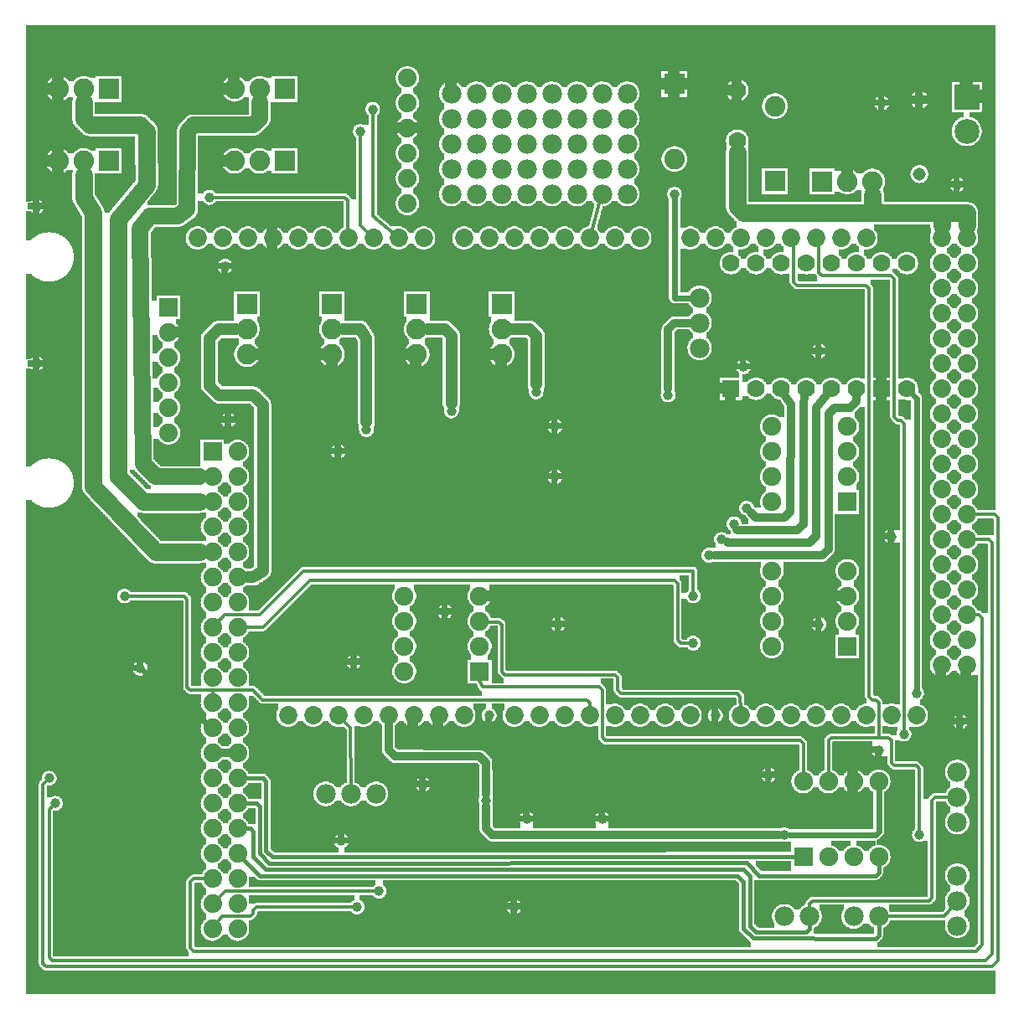
<source format=gbl>
G04 MADE WITH FRITZING*
G04 WWW.FRITZING.ORG*
G04 DOUBLE SIDED*
G04 HOLES PLATED*
G04 CONTOUR ON CENTER OF CONTOUR VECTOR*
%ASAXBY*%
%FSLAX23Y23*%
%MOIN*%
%OFA0B0*%
%SFA1.0B1.0*%
%ADD10C,0.075000*%
%ADD11C,0.039370*%
%ADD12C,0.070000*%
%ADD13C,0.074000*%
%ADD14C,0.078000*%
%ADD15C,0.072917*%
%ADD16C,0.082000*%
%ADD17C,0.051496*%
%ADD18C,0.099055*%
%ADD19R,0.075000X0.075000*%
%ADD20R,0.074000X0.074000*%
%ADD21R,0.070000X0.070000*%
%ADD22R,0.082000X0.082000*%
%ADD23R,0.099055X0.099055*%
%ADD24C,0.012000*%
%ADD25C,0.032000*%
%ADD26C,0.024000*%
%ADD27C,0.048000*%
%ADD28C,0.065000*%
%ADD29C,0.016000*%
%LNCOPPER0*%
G90*
G70*
G54D10*
X3461Y2267D03*
X607Y1901D03*
X1180Y1597D03*
X123Y3820D03*
X980Y1032D03*
X1907Y1035D03*
X3511Y827D03*
X1007Y306D03*
X3564Y2821D03*
G54D11*
X832Y2938D03*
X1282Y2201D03*
G54D12*
X2869Y3638D03*
X2869Y3438D03*
G54D11*
X157Y801D03*
X132Y901D03*
X1444Y451D03*
X1869Y813D03*
X2332Y738D03*
X1619Y876D03*
X1294Y651D03*
G54D13*
X1557Y3688D03*
X1557Y3588D03*
X1557Y3488D03*
X1557Y3388D03*
X1557Y3288D03*
X1557Y3188D03*
X1557Y3688D03*
X1557Y3588D03*
X1557Y3488D03*
X1557Y3388D03*
X1557Y3288D03*
X1557Y3188D03*
G54D10*
X1844Y1326D03*
X1544Y1326D03*
X1844Y1426D03*
X1544Y1426D03*
X1844Y1526D03*
X1544Y1526D03*
X1844Y1626D03*
X1544Y1626D03*
G54D11*
X432Y1626D03*
X3057Y676D03*
X3582Y1238D03*
G54D10*
X3307Y1426D03*
X3007Y1426D03*
X3307Y1526D03*
X3007Y1526D03*
X3307Y1626D03*
X3007Y1626D03*
X3307Y1726D03*
X3007Y1726D03*
X3307Y2001D03*
X3007Y2001D03*
X3307Y2101D03*
X3007Y2101D03*
X3307Y2201D03*
X3007Y2201D03*
X3307Y2301D03*
X3007Y2301D03*
G54D11*
X2619Y3226D03*
X1732Y2363D03*
X2069Y2438D03*
X1394Y2288D03*
X2807Y1851D03*
X2757Y1788D03*
X2857Y1913D03*
X2907Y1976D03*
X769Y3213D03*
X1369Y3476D03*
X1419Y3563D03*
X3594Y676D03*
X3532Y1076D03*
X2594Y2426D03*
X1357Y388D03*
X1982Y388D03*
X3194Y1513D03*
X1344Y1363D03*
X1882Y1151D03*
X82Y3176D03*
X2994Y913D03*
X494Y1338D03*
X2782Y1151D03*
X1707Y1563D03*
X3744Y3263D03*
X3194Y2601D03*
G54D13*
X607Y2776D03*
X607Y2676D03*
X607Y2576D03*
X607Y2476D03*
X607Y2376D03*
X607Y2276D03*
G54D11*
X2144Y2301D03*
X2144Y2101D03*
X3482Y1863D03*
X844Y2326D03*
G54D12*
X3544Y2951D03*
X3544Y2451D03*
X3444Y2951D03*
X3444Y2451D03*
X3344Y2951D03*
X3344Y2451D03*
X3244Y2951D03*
X3244Y2451D03*
X3144Y2951D03*
X3144Y2451D03*
X3044Y2951D03*
X3044Y2451D03*
X2944Y2951D03*
X2944Y2451D03*
X2844Y2951D03*
X2844Y2451D03*
G54D11*
X3444Y3588D03*
X2032Y738D03*
G54D14*
X1732Y3226D03*
X1732Y3326D03*
X1732Y3426D03*
X1732Y3526D03*
X1732Y3626D03*
X2432Y3226D03*
X2432Y3326D03*
X2432Y3426D03*
X2432Y3526D03*
X2432Y3626D03*
X2232Y3626D03*
X2232Y3526D03*
X2232Y3426D03*
X2032Y3426D03*
X2032Y3626D03*
X2032Y3526D03*
X2032Y3226D03*
X2032Y3326D03*
X1832Y3526D03*
X1832Y3626D03*
X2332Y3226D03*
X1932Y3626D03*
X1932Y3426D03*
X1932Y3226D03*
X1932Y3326D03*
X2332Y3626D03*
X2332Y3526D03*
X2332Y3426D03*
X1832Y3226D03*
X1832Y3326D03*
X2132Y3426D03*
X1932Y3526D03*
X2132Y3226D03*
X2132Y3326D03*
X1432Y838D03*
X1332Y838D03*
X1232Y838D03*
X2132Y3626D03*
X2132Y3526D03*
X2332Y3326D03*
X1832Y3426D03*
X2232Y3226D03*
X2232Y3326D03*
G54D11*
X2894Y2538D03*
X82Y2551D03*
G54D10*
X3132Y588D03*
X3132Y888D03*
X3232Y588D03*
X3232Y888D03*
X3332Y588D03*
X3332Y888D03*
X3432Y588D03*
X3432Y888D03*
G54D13*
X882Y2201D03*
X882Y2101D03*
X882Y2001D03*
X882Y1901D03*
X882Y1801D03*
X882Y1701D03*
X882Y1601D03*
X882Y1501D03*
X882Y1401D03*
X882Y1301D03*
X882Y1201D03*
X882Y1101D03*
X882Y1001D03*
X882Y901D03*
X882Y801D03*
X882Y701D03*
X882Y601D03*
X882Y501D03*
X882Y401D03*
X882Y301D03*
X782Y2201D03*
X782Y2101D03*
X782Y2001D03*
X782Y1901D03*
X782Y1801D03*
X782Y1701D03*
X782Y1601D03*
X782Y1501D03*
X782Y1401D03*
X782Y1301D03*
X782Y1201D03*
X782Y1101D03*
X782Y1001D03*
X782Y901D03*
X782Y801D03*
X782Y701D03*
X782Y601D03*
X782Y501D03*
X782Y401D03*
X782Y301D03*
G54D15*
X2982Y1151D03*
X1382Y1151D03*
X3082Y1151D03*
X3182Y1151D03*
X3282Y1151D03*
X3382Y1151D03*
X3682Y2551D03*
X3482Y1151D03*
X3582Y1151D03*
X1422Y3051D03*
X1982Y1151D03*
X2082Y1151D03*
X2182Y1151D03*
X2282Y1151D03*
X3682Y1751D03*
X2382Y1151D03*
X2482Y1151D03*
X2582Y1151D03*
X2682Y1151D03*
X2182Y3051D03*
X3682Y2951D03*
X3682Y2151D03*
X3682Y1351D03*
X1022Y3051D03*
X1782Y1151D03*
X1782Y3051D03*
X3682Y2751D03*
X3682Y2351D03*
X3682Y1951D03*
X3382Y3051D03*
X3682Y1551D03*
X3282Y3051D03*
X3182Y3051D03*
X3082Y3051D03*
X2982Y3051D03*
X2882Y3051D03*
X2782Y3051D03*
X2682Y3051D03*
X822Y3051D03*
X1222Y3051D03*
X1622Y3051D03*
X1182Y1151D03*
X1582Y1151D03*
X2382Y3051D03*
X1982Y3051D03*
X3682Y3051D03*
X3682Y2851D03*
X3682Y2651D03*
X3682Y2451D03*
X3682Y2251D03*
X3682Y2051D03*
X3682Y1851D03*
X3682Y1651D03*
X3682Y1451D03*
X722Y3051D03*
X922Y3051D03*
X1122Y3051D03*
X1322Y3051D03*
X1522Y3051D03*
X1082Y1151D03*
X1282Y1151D03*
X1482Y1151D03*
X1682Y1151D03*
X2482Y3051D03*
X2282Y3051D03*
X2082Y3051D03*
X1882Y3051D03*
X3782Y3051D03*
X3782Y2951D03*
X3782Y2851D03*
X3782Y2751D03*
X3782Y2651D03*
X3782Y2551D03*
X3782Y2451D03*
X3782Y2351D03*
X3782Y2251D03*
X3782Y2151D03*
X3782Y2051D03*
X3782Y1951D03*
X3782Y1851D03*
X3782Y1751D03*
X3782Y1651D03*
X3782Y1551D03*
X3782Y1451D03*
X3782Y1351D03*
X2882Y1151D03*
G54D16*
X1257Y2788D03*
X1257Y2688D03*
X1257Y2588D03*
X1932Y2788D03*
X1932Y2688D03*
X1932Y2588D03*
X1594Y2788D03*
X1594Y2688D03*
X1594Y2588D03*
X919Y2788D03*
X919Y2688D03*
X919Y2588D03*
G54D14*
X3744Y313D03*
X3744Y413D03*
X3744Y513D03*
X3744Y926D03*
X3744Y826D03*
X3744Y726D03*
X2719Y2813D03*
X2719Y2713D03*
X2719Y2613D03*
X3057Y351D03*
X3157Y351D03*
X3432Y351D03*
X3332Y351D03*
G54D16*
X3207Y3276D03*
X3307Y3276D03*
X3407Y3276D03*
X2619Y3663D03*
X2619Y3365D03*
X3019Y3278D03*
X3019Y3576D03*
G54D17*
X3594Y3305D03*
X3594Y3601D03*
G54D16*
X369Y3357D03*
X269Y3357D03*
X169Y3357D03*
X1069Y3645D03*
X969Y3645D03*
X869Y3645D03*
X369Y3645D03*
X269Y3645D03*
X169Y3645D03*
X1069Y3357D03*
X969Y3357D03*
X869Y3357D03*
G54D18*
X3782Y3613D03*
X3782Y3476D03*
G54D11*
X2694Y1438D03*
X2694Y1626D03*
X2157Y1513D03*
X3432Y1013D03*
X3757Y1126D03*
G54D19*
X1844Y1326D03*
X3307Y1426D03*
X3307Y2001D03*
G54D20*
X607Y2776D03*
G54D21*
X2844Y2451D03*
X3444Y2451D03*
G54D19*
X3132Y588D03*
G54D20*
X782Y2201D03*
G54D22*
X1257Y2788D03*
X1932Y2788D03*
X1594Y2788D03*
X919Y2788D03*
X3207Y3276D03*
X2619Y3664D03*
X3019Y3277D03*
X369Y3357D03*
X1069Y3645D03*
X369Y3645D03*
X1069Y3357D03*
G54D23*
X3782Y3613D03*
G54D24*
X3395Y1226D02*
X3406Y1213D01*
D02*
X3419Y1213D02*
X3432Y1201D01*
D02*
X3245Y1063D02*
X3232Y1051D01*
D02*
X3232Y1051D02*
X3232Y911D01*
D02*
X3406Y1213D02*
X3419Y1213D01*
D02*
X3432Y1063D02*
X3245Y1063D01*
D02*
X3432Y1201D02*
X3432Y1063D01*
D02*
X3394Y2850D02*
X3395Y1226D01*
D02*
X3381Y2863D02*
X3394Y2850D01*
D02*
X3107Y2863D02*
X3381Y2863D01*
D02*
X3095Y2875D02*
X3107Y2863D01*
D02*
X3095Y3051D02*
X3095Y2875D01*
D02*
X3107Y3051D02*
X3095Y3051D01*
D02*
X3594Y938D02*
X3582Y950D01*
D02*
X3482Y963D02*
X3482Y1051D01*
D02*
X3482Y1051D02*
X3469Y1063D01*
D02*
X3469Y1063D02*
X3432Y1063D01*
D02*
X3495Y950D02*
X3482Y963D01*
D02*
X3582Y950D02*
X3495Y950D01*
D02*
X3594Y689D02*
X3594Y938D01*
D02*
X694Y489D02*
X706Y501D01*
D02*
X706Y501D02*
X756Y501D01*
D02*
X695Y226D02*
X694Y489D01*
D02*
X3844Y1538D02*
X3844Y238D01*
D02*
X3831Y1551D02*
X3844Y1538D01*
D02*
X3844Y238D02*
X3819Y213D01*
D02*
X3819Y213D02*
X707Y213D01*
D02*
X707Y213D02*
X695Y226D01*
D02*
X3807Y1551D02*
X3831Y1551D01*
G54D12*
D02*
X3406Y3150D02*
X2894Y3150D01*
D02*
X2894Y3150D02*
X2870Y3176D01*
D02*
X3682Y3150D02*
X3406Y3150D01*
D02*
X3407Y3221D02*
X3406Y3150D01*
D02*
X2870Y3176D02*
X2869Y3390D01*
D02*
X3682Y3150D02*
X3783Y3150D01*
D02*
X3682Y3103D02*
X3682Y3150D01*
D02*
X3783Y3150D02*
X3782Y3103D01*
G54D24*
D02*
X1331Y1101D02*
X1332Y863D01*
D02*
X1299Y1133D02*
X1331Y1101D01*
D02*
X1431Y451D02*
X832Y451D01*
D02*
X832Y451D02*
X800Y419D01*
G54D25*
D02*
X819Y1001D02*
X845Y1001D01*
G54D24*
D02*
X2289Y3074D02*
X2325Y3202D01*
D02*
X2395Y1250D02*
X2407Y1238D01*
D02*
X1945Y1313D02*
X2382Y1313D01*
D02*
X1844Y1523D02*
X1920Y1523D01*
D02*
X1932Y1513D02*
X1932Y1326D01*
D02*
X1932Y1326D02*
X1945Y1313D01*
D02*
X1920Y1523D02*
X1932Y1513D01*
D02*
X1844Y1503D02*
X1844Y1523D01*
D02*
X2395Y1301D02*
X2395Y1250D01*
D02*
X2382Y1313D02*
X2395Y1301D01*
D02*
X2881Y1226D02*
X2882Y1175D01*
D02*
X2870Y1238D02*
X2881Y1226D01*
D02*
X2407Y1238D02*
X2870Y1238D01*
G54D26*
D02*
X758Y1120D02*
X509Y1326D01*
D02*
X3432Y688D02*
X3432Y860D01*
D02*
X3419Y676D02*
X3432Y688D01*
D02*
X3419Y676D02*
X3076Y676D01*
G54D24*
D02*
X3694Y351D02*
X3729Y394D01*
D02*
X3456Y351D02*
X3694Y351D01*
D02*
X681Y1613D02*
X670Y1626D01*
D02*
X670Y1626D02*
X445Y1626D01*
D02*
X681Y1263D02*
X681Y1613D01*
D02*
X694Y1250D02*
X681Y1263D01*
D02*
X782Y1251D02*
X694Y1250D01*
D02*
X3157Y401D02*
X3170Y413D01*
D02*
X3632Y413D02*
X3645Y426D01*
D02*
X3644Y813D02*
X3657Y826D01*
D02*
X3657Y826D02*
X3720Y826D01*
D02*
X3170Y413D02*
X3632Y413D01*
D02*
X3645Y426D02*
X3644Y813D01*
D02*
X3157Y375D02*
X3157Y401D01*
G54D25*
D02*
X1869Y701D02*
X1869Y789D01*
D02*
X1895Y675D02*
X1869Y701D01*
D02*
X3032Y676D02*
X1895Y675D01*
G54D26*
D02*
X3582Y2413D02*
X3582Y1257D01*
D02*
X3563Y2432D02*
X3582Y2413D01*
G54D25*
D02*
X1507Y988D02*
X1845Y987D01*
D02*
X1869Y963D02*
X1869Y838D01*
D02*
X1845Y987D02*
X1869Y963D01*
D02*
X1482Y1014D02*
X1507Y988D01*
D02*
X1482Y1115D02*
X1482Y1014D01*
G54D24*
D02*
X782Y1226D02*
X782Y1251D01*
G54D27*
D02*
X1394Y2651D02*
X1394Y2318D01*
D02*
X1370Y2689D02*
X1394Y2651D01*
D02*
X1300Y2688D02*
X1370Y2689D01*
D02*
X944Y1700D02*
X924Y1700D01*
D02*
X982Y1725D02*
X944Y1700D01*
D02*
X769Y2651D02*
X770Y2463D01*
D02*
X945Y2426D02*
X982Y2388D01*
D02*
X807Y2426D02*
X945Y2426D01*
D02*
X806Y2688D02*
X769Y2651D01*
D02*
X770Y2463D02*
X807Y2426D01*
D02*
X982Y2388D02*
X982Y1725D01*
D02*
X876Y2688D02*
X806Y2688D01*
D02*
X1733Y2663D02*
X1707Y2689D01*
D02*
X1732Y2393D02*
X1733Y2663D01*
D02*
X1707Y2689D02*
X1638Y2688D01*
D02*
X2070Y2663D02*
X2069Y2468D01*
D02*
X2044Y2689D02*
X2070Y2663D01*
D02*
X1975Y2688D02*
X2044Y2689D01*
G54D25*
D02*
X3344Y2400D02*
X3344Y2419D01*
D02*
X3320Y2376D02*
X3344Y2400D01*
D02*
X3257Y2376D02*
X3320Y2376D01*
D02*
X3232Y2351D02*
X3257Y2376D01*
D02*
X3232Y1813D02*
X3232Y2351D01*
D02*
X3207Y1788D02*
X3232Y1813D01*
D02*
X2781Y1788D02*
X3207Y1788D01*
D02*
X3182Y2376D02*
X3224Y2426D01*
D02*
X3182Y1864D02*
X3182Y2376D01*
D02*
X3157Y1839D02*
X3182Y1864D01*
D02*
X2832Y1838D02*
X3157Y1839D01*
D02*
X2829Y1840D02*
X2832Y1838D01*
D02*
X2945Y1939D02*
X3057Y1938D01*
D02*
X2924Y1958D02*
X2945Y1939D01*
D02*
X3081Y1963D02*
X3082Y2388D01*
D02*
X3082Y2388D02*
X3061Y2423D01*
D02*
X3057Y1938D02*
X3081Y1963D01*
D02*
X2870Y1888D02*
X3107Y1888D01*
D02*
X2868Y1891D02*
X2870Y1888D01*
D02*
X3132Y1913D02*
X3132Y2388D01*
D02*
X3132Y2388D02*
X3138Y2420D01*
D02*
X3107Y1888D02*
X3132Y1913D01*
G54D24*
D02*
X2319Y1264D02*
X1857Y1264D01*
D02*
X2332Y1251D02*
X2319Y1264D01*
D02*
X1844Y1288D02*
X1844Y1303D01*
D02*
X1857Y1264D02*
X1844Y1288D01*
D02*
X2332Y1064D02*
X2332Y1251D01*
D02*
X2345Y1051D02*
X2332Y1064D01*
D02*
X3119Y1051D02*
X2345Y1051D01*
D02*
X3132Y1038D02*
X3119Y1051D01*
D02*
X3132Y911D02*
X3132Y1038D01*
G54D28*
D02*
X506Y2151D02*
X495Y3089D01*
D02*
X495Y3089D02*
X533Y3138D01*
D02*
X556Y2101D02*
X506Y2151D01*
D02*
X533Y3138D02*
X645Y3138D01*
D02*
X729Y2101D02*
X556Y2101D01*
D02*
X645Y3138D02*
X681Y3164D01*
D02*
X970Y3526D02*
X970Y3591D01*
D02*
X944Y3501D02*
X970Y3526D01*
D02*
X682Y3476D02*
X707Y3501D01*
D02*
X707Y3501D02*
X944Y3501D01*
D02*
X681Y3164D02*
X682Y3476D01*
G54D12*
D02*
X408Y2101D02*
X407Y3126D01*
D02*
X269Y3526D02*
X269Y3591D01*
D02*
X494Y3501D02*
X294Y3501D01*
D02*
X520Y3476D02*
X494Y3501D01*
D02*
X294Y3501D02*
X269Y3526D01*
D02*
X520Y3263D02*
X520Y3476D01*
D02*
X407Y3126D02*
X520Y3263D01*
D02*
X506Y2001D02*
X408Y2101D01*
D02*
X729Y2001D02*
X506Y2001D01*
D02*
X556Y1800D02*
X307Y2062D01*
D02*
X307Y2062D02*
X307Y3151D01*
D02*
X729Y1801D02*
X556Y1800D01*
D02*
X269Y3212D02*
X269Y3303D01*
D02*
X307Y3151D02*
X269Y3212D01*
G54D24*
D02*
X1307Y3213D02*
X783Y3213D01*
D02*
X1320Y3201D02*
X1307Y3213D01*
D02*
X1319Y3051D02*
X1320Y3201D01*
D02*
X1297Y3051D02*
X1319Y3051D01*
D02*
X1369Y3101D02*
X1369Y3462D01*
D02*
X1404Y3068D02*
X1369Y3101D01*
D02*
X1532Y3051D02*
X1522Y3051D01*
D02*
X1420Y3138D02*
X1503Y3067D01*
D02*
X1419Y3550D02*
X1420Y3138D01*
D02*
X3532Y2313D02*
X3532Y1089D01*
D02*
X3519Y2325D02*
X3532Y2313D01*
D02*
X3507Y2325D02*
X3519Y2325D01*
D02*
X3495Y2339D02*
X3507Y2325D01*
D02*
X3494Y2888D02*
X3495Y2339D01*
D02*
X3481Y2901D02*
X3494Y2888D01*
D02*
X3207Y2901D02*
X3481Y2901D01*
D02*
X3195Y2913D02*
X3207Y2901D01*
D02*
X3194Y3051D02*
X3195Y2913D01*
D02*
X3207Y3051D02*
X3194Y3051D01*
G54D26*
D02*
X2620Y2813D02*
X2619Y3207D01*
D02*
X2689Y2813D02*
X2620Y2813D01*
G54D29*
D02*
X3432Y276D02*
X3432Y326D01*
D02*
X3419Y263D02*
X3432Y276D01*
D02*
X2932Y264D02*
X3419Y263D01*
D02*
X2895Y301D02*
X2932Y264D01*
G54D12*
D02*
X3783Y3150D02*
X3682Y3150D01*
D02*
X3782Y3103D02*
X3783Y3150D01*
D02*
X3407Y3176D02*
X3407Y3221D01*
D02*
X3432Y3151D02*
X3407Y3176D01*
D02*
X3682Y3150D02*
X3432Y3151D01*
D02*
X3682Y3103D02*
X3682Y3150D01*
G54D29*
D02*
X2895Y538D02*
X2919Y513D01*
D02*
X2919Y513D02*
X2919Y313D01*
D02*
X2919Y313D02*
X2945Y288D01*
D02*
X2945Y288D02*
X3144Y288D01*
D02*
X995Y538D02*
X2895Y538D01*
D02*
X3144Y288D02*
X3157Y301D01*
D02*
X3157Y301D02*
X3157Y326D01*
D02*
X944Y588D02*
X995Y538D01*
D02*
X944Y688D02*
X944Y588D01*
D02*
X932Y701D02*
X944Y688D01*
D02*
X907Y701D02*
X932Y701D01*
D02*
X2869Y513D02*
X969Y513D01*
D02*
X2895Y489D02*
X2869Y513D01*
D02*
X969Y513D02*
X900Y583D01*
D02*
X2895Y301D02*
X2895Y489D01*
G54D24*
D02*
X819Y351D02*
X797Y321D01*
D02*
X932Y351D02*
X819Y351D01*
D02*
X945Y375D02*
X944Y363D01*
D02*
X944Y363D02*
X932Y351D01*
D02*
X956Y389D02*
X945Y375D01*
D02*
X1343Y388D02*
X956Y389D01*
D02*
X132Y188D02*
X145Y175D01*
D02*
X132Y776D02*
X132Y188D01*
D02*
X147Y791D02*
X132Y776D01*
D02*
X3857Y176D02*
X3882Y201D01*
D02*
X3869Y1851D02*
X3807Y1851D01*
D02*
X145Y175D02*
X3857Y176D01*
D02*
X3882Y201D02*
X3882Y1838D01*
D02*
X3882Y1838D02*
X3869Y1851D01*
D02*
X107Y876D02*
X107Y163D01*
D02*
X122Y891D02*
X107Y876D01*
D02*
X3907Y176D02*
X3907Y1938D01*
D02*
X3907Y1938D02*
X3895Y1951D01*
D02*
X120Y150D02*
X3882Y151D01*
D02*
X107Y163D02*
X120Y150D01*
D02*
X3882Y151D02*
X3907Y176D01*
D02*
X3895Y1951D02*
X3807Y1951D01*
G54D29*
D02*
X994Y613D02*
X1020Y588D01*
D02*
X994Y888D02*
X994Y613D01*
D02*
X982Y901D02*
X994Y888D01*
D02*
X1020Y588D02*
X3109Y588D01*
D02*
X907Y901D02*
X982Y901D01*
D02*
X969Y788D02*
X969Y601D01*
D02*
X957Y801D02*
X969Y788D01*
D02*
X969Y601D02*
X1007Y563D01*
D02*
X2957Y513D02*
X3419Y513D01*
D02*
X2907Y564D02*
X2957Y513D01*
D02*
X1007Y563D02*
X2907Y564D01*
D02*
X3432Y525D02*
X3432Y565D01*
D02*
X3419Y513D02*
X3432Y525D01*
D02*
X907Y801D02*
X957Y801D01*
G54D24*
D02*
X2694Y1726D02*
X2694Y1639D01*
D02*
X1145Y1726D02*
X2694Y1726D01*
D02*
X969Y1551D02*
X1145Y1726D01*
D02*
X831Y1551D02*
X969Y1551D01*
D02*
X800Y1519D02*
X831Y1551D01*
D02*
X2632Y1450D02*
X2645Y1438D01*
D02*
X2645Y1438D02*
X2681Y1438D01*
D02*
X2632Y1675D02*
X2632Y1450D01*
D02*
X2620Y1688D02*
X2632Y1675D01*
D02*
X1169Y1688D02*
X2620Y1688D01*
D02*
X982Y1501D02*
X1169Y1688D01*
D02*
X907Y1501D02*
X982Y1501D01*
G54D25*
D02*
X2620Y2713D02*
X2684Y2713D01*
D02*
X2595Y2688D02*
X2620Y2713D01*
D02*
X2594Y2450D02*
X2595Y2688D01*
G54D24*
D02*
X944Y1251D02*
X782Y1251D01*
D02*
X981Y1213D02*
X944Y1251D01*
D02*
X2282Y1201D02*
X2269Y1213D01*
D02*
X2282Y1175D02*
X2282Y1201D01*
D02*
X2269Y1213D02*
X981Y1213D01*
G36*
X2922Y3029D02*
X2922Y3025D01*
X2920Y3025D01*
X2920Y3023D01*
X2918Y3023D01*
X2918Y3021D01*
X2916Y3021D01*
X2916Y3019D01*
X2914Y3019D01*
X2914Y3017D01*
X2912Y3017D01*
X2912Y3015D01*
X2910Y3015D01*
X2910Y3013D01*
X2908Y3013D01*
X2908Y3011D01*
X2904Y3011D01*
X2904Y3009D01*
X2900Y3009D01*
X2900Y3007D01*
X2894Y3007D01*
X2894Y3005D01*
X2872Y3005D01*
X2872Y2985D01*
X2874Y2985D01*
X2874Y2983D01*
X2876Y2983D01*
X2876Y2981D01*
X2878Y2981D01*
X2878Y2979D01*
X2880Y2979D01*
X2880Y2977D01*
X2882Y2977D01*
X2882Y2973D01*
X2884Y2973D01*
X2884Y2969D01*
X2904Y2969D01*
X2904Y2971D01*
X2906Y2971D01*
X2906Y2975D01*
X2908Y2975D01*
X2908Y2979D01*
X2910Y2979D01*
X2910Y2981D01*
X2912Y2981D01*
X2912Y2983D01*
X2914Y2983D01*
X2914Y2985D01*
X2916Y2985D01*
X2916Y2987D01*
X2920Y2987D01*
X2920Y2989D01*
X2924Y2989D01*
X2924Y2991D01*
X2926Y2991D01*
X2926Y2993D01*
X2934Y2993D01*
X2934Y2995D01*
X2954Y2995D01*
X2954Y3015D01*
X2952Y3015D01*
X2952Y3017D01*
X2948Y3017D01*
X2948Y3021D01*
X2946Y3021D01*
X2946Y3023D01*
X2944Y3023D01*
X2944Y3025D01*
X2942Y3025D01*
X2942Y3029D01*
X2922Y3029D01*
G37*
D02*
G36*
X3022Y3029D02*
X3022Y3025D01*
X3020Y3025D01*
X3020Y3023D01*
X3018Y3023D01*
X3018Y3021D01*
X3016Y3021D01*
X3016Y3019D01*
X3014Y3019D01*
X3014Y3017D01*
X3012Y3017D01*
X3012Y3015D01*
X3010Y3015D01*
X3010Y3013D01*
X3008Y3013D01*
X3008Y3011D01*
X3004Y3011D01*
X3004Y3009D01*
X3000Y3009D01*
X3000Y3007D01*
X2994Y3007D01*
X2994Y3005D01*
X2972Y3005D01*
X2972Y2985D01*
X2974Y2985D01*
X2974Y2983D01*
X2976Y2983D01*
X2976Y2981D01*
X2978Y2981D01*
X2978Y2979D01*
X2980Y2979D01*
X2980Y2977D01*
X2982Y2977D01*
X2982Y2973D01*
X2984Y2973D01*
X2984Y2969D01*
X3004Y2969D01*
X3004Y2971D01*
X3006Y2971D01*
X3006Y2975D01*
X3008Y2975D01*
X3008Y2979D01*
X3010Y2979D01*
X3010Y2981D01*
X3012Y2981D01*
X3012Y2983D01*
X3014Y2983D01*
X3014Y2985D01*
X3016Y2985D01*
X3016Y2987D01*
X3020Y2987D01*
X3020Y2989D01*
X3024Y2989D01*
X3024Y2991D01*
X3026Y2991D01*
X3026Y2993D01*
X3034Y2993D01*
X3034Y2995D01*
X3054Y2995D01*
X3054Y3015D01*
X3052Y3015D01*
X3052Y3017D01*
X3048Y3017D01*
X3048Y3021D01*
X3046Y3021D01*
X3046Y3023D01*
X3044Y3023D01*
X3044Y3025D01*
X3042Y3025D01*
X3042Y3029D01*
X3022Y3029D01*
G37*
D02*
G36*
X3322Y3029D02*
X3322Y3025D01*
X3320Y3025D01*
X3320Y3023D01*
X3318Y3023D01*
X3318Y3021D01*
X3316Y3021D01*
X3316Y3019D01*
X3314Y3019D01*
X3314Y3017D01*
X3312Y3017D01*
X3312Y3015D01*
X3310Y3015D01*
X3310Y3013D01*
X3308Y3013D01*
X3308Y3011D01*
X3304Y3011D01*
X3304Y3009D01*
X3300Y3009D01*
X3300Y3007D01*
X3294Y3007D01*
X3294Y3005D01*
X3272Y3005D01*
X3272Y2985D01*
X3274Y2985D01*
X3274Y2983D01*
X3276Y2983D01*
X3276Y2981D01*
X3278Y2981D01*
X3278Y2979D01*
X3280Y2979D01*
X3280Y2977D01*
X3282Y2977D01*
X3282Y2973D01*
X3284Y2973D01*
X3284Y2969D01*
X3304Y2969D01*
X3304Y2971D01*
X3306Y2971D01*
X3306Y2975D01*
X3308Y2975D01*
X3308Y2979D01*
X3310Y2979D01*
X3310Y2981D01*
X3312Y2981D01*
X3312Y2983D01*
X3314Y2983D01*
X3314Y2985D01*
X3316Y2985D01*
X3316Y2987D01*
X3320Y2987D01*
X3320Y2989D01*
X3324Y2989D01*
X3324Y2991D01*
X3326Y2991D01*
X3326Y2993D01*
X3334Y2993D01*
X3334Y2995D01*
X3354Y2995D01*
X3354Y3015D01*
X3352Y3015D01*
X3352Y3017D01*
X3348Y3017D01*
X3348Y3021D01*
X3346Y3021D01*
X3346Y3023D01*
X3344Y3023D01*
X3344Y3025D01*
X3342Y3025D01*
X3342Y3029D01*
X3322Y3029D01*
G37*
D02*
G36*
X3722Y3029D02*
X3722Y3025D01*
X3720Y3025D01*
X3720Y3023D01*
X3718Y3023D01*
X3718Y3021D01*
X3716Y3021D01*
X3716Y3019D01*
X3714Y3019D01*
X3714Y3017D01*
X3712Y3017D01*
X3712Y3015D01*
X3710Y3015D01*
X3710Y3013D01*
X3708Y3013D01*
X3708Y3011D01*
X3704Y3011D01*
X3704Y2991D01*
X3706Y2991D01*
X3706Y2989D01*
X3710Y2989D01*
X3710Y2987D01*
X3712Y2987D01*
X3712Y2985D01*
X3714Y2985D01*
X3714Y2983D01*
X3716Y2983D01*
X3716Y2981D01*
X3718Y2981D01*
X3718Y2979D01*
X3720Y2979D01*
X3720Y2975D01*
X3722Y2975D01*
X3722Y2973D01*
X3742Y2973D01*
X3742Y2975D01*
X3744Y2975D01*
X3744Y2979D01*
X3746Y2979D01*
X3746Y2981D01*
X3748Y2981D01*
X3748Y2983D01*
X3750Y2983D01*
X3750Y2985D01*
X3752Y2985D01*
X3752Y2987D01*
X3754Y2987D01*
X3754Y2989D01*
X3758Y2989D01*
X3758Y2991D01*
X3760Y2991D01*
X3760Y3011D01*
X3756Y3011D01*
X3756Y3013D01*
X3754Y3013D01*
X3754Y3015D01*
X3752Y3015D01*
X3752Y3017D01*
X3748Y3017D01*
X3748Y3021D01*
X3746Y3021D01*
X3746Y3023D01*
X3744Y3023D01*
X3744Y3025D01*
X3742Y3025D01*
X3742Y3029D01*
X3722Y3029D01*
G37*
D02*
G36*
X3722Y2929D02*
X3722Y2925D01*
X3720Y2925D01*
X3720Y2923D01*
X3718Y2923D01*
X3718Y2921D01*
X3716Y2921D01*
X3716Y2919D01*
X3714Y2919D01*
X3714Y2917D01*
X3712Y2917D01*
X3712Y2915D01*
X3710Y2915D01*
X3710Y2913D01*
X3708Y2913D01*
X3708Y2911D01*
X3704Y2911D01*
X3704Y2891D01*
X3706Y2891D01*
X3706Y2889D01*
X3710Y2889D01*
X3710Y2887D01*
X3712Y2887D01*
X3712Y2885D01*
X3714Y2885D01*
X3714Y2883D01*
X3716Y2883D01*
X3716Y2881D01*
X3718Y2881D01*
X3718Y2879D01*
X3720Y2879D01*
X3720Y2875D01*
X3722Y2875D01*
X3722Y2873D01*
X3742Y2873D01*
X3742Y2875D01*
X3744Y2875D01*
X3744Y2879D01*
X3746Y2879D01*
X3746Y2881D01*
X3748Y2881D01*
X3748Y2883D01*
X3750Y2883D01*
X3750Y2885D01*
X3752Y2885D01*
X3752Y2887D01*
X3754Y2887D01*
X3754Y2889D01*
X3758Y2889D01*
X3758Y2891D01*
X3760Y2891D01*
X3760Y2911D01*
X3756Y2911D01*
X3756Y2913D01*
X3754Y2913D01*
X3754Y2915D01*
X3752Y2915D01*
X3752Y2917D01*
X3748Y2917D01*
X3748Y2921D01*
X3746Y2921D01*
X3746Y2923D01*
X3744Y2923D01*
X3744Y2925D01*
X3742Y2925D01*
X3742Y2929D01*
X3722Y2929D01*
G37*
D02*
G36*
X3110Y2909D02*
X3110Y2905D01*
X3140Y2905D01*
X3140Y2907D01*
X3130Y2907D01*
X3130Y2909D01*
X3110Y2909D01*
G37*
D02*
G36*
X3158Y2909D02*
X3158Y2907D01*
X3150Y2907D01*
X3150Y2905D01*
X3180Y2905D01*
X3180Y2909D01*
X3158Y2909D01*
G37*
D02*
G36*
X3110Y2905D02*
X3110Y2903D01*
X3182Y2903D01*
X3182Y2905D01*
X3110Y2905D01*
G37*
D02*
G36*
X3110Y2905D02*
X3110Y2903D01*
X3182Y2903D01*
X3182Y2905D01*
X3110Y2905D01*
G37*
D02*
G36*
X3110Y2903D02*
X3110Y2881D01*
X3112Y2881D01*
X3112Y2879D01*
X3188Y2879D01*
X3188Y2899D01*
X3186Y2899D01*
X3186Y2901D01*
X3184Y2901D01*
X3184Y2903D01*
X3110Y2903D01*
G37*
D02*
G36*
X3400Y2885D02*
X3400Y2865D01*
X3402Y2865D01*
X3402Y2863D01*
X3404Y2863D01*
X3404Y2861D01*
X3406Y2861D01*
X3406Y2859D01*
X3408Y2859D01*
X3408Y2855D01*
X3410Y2855D01*
X3410Y2495D01*
X3478Y2495D01*
X3478Y2883D01*
X3476Y2883D01*
X3476Y2885D01*
X3400Y2885D01*
G37*
D02*
G36*
X3722Y2829D02*
X3722Y2825D01*
X3720Y2825D01*
X3720Y2823D01*
X3718Y2823D01*
X3718Y2821D01*
X3716Y2821D01*
X3716Y2819D01*
X3714Y2819D01*
X3714Y2817D01*
X3712Y2817D01*
X3712Y2815D01*
X3710Y2815D01*
X3710Y2813D01*
X3708Y2813D01*
X3708Y2811D01*
X3704Y2811D01*
X3704Y2791D01*
X3706Y2791D01*
X3706Y2789D01*
X3710Y2789D01*
X3710Y2787D01*
X3712Y2787D01*
X3712Y2785D01*
X3714Y2785D01*
X3714Y2783D01*
X3716Y2783D01*
X3716Y2781D01*
X3718Y2781D01*
X3718Y2779D01*
X3720Y2779D01*
X3720Y2775D01*
X3722Y2775D01*
X3722Y2773D01*
X3742Y2773D01*
X3742Y2775D01*
X3744Y2775D01*
X3744Y2779D01*
X3746Y2779D01*
X3746Y2781D01*
X3748Y2781D01*
X3748Y2783D01*
X3750Y2783D01*
X3750Y2785D01*
X3752Y2785D01*
X3752Y2787D01*
X3754Y2787D01*
X3754Y2789D01*
X3758Y2789D01*
X3758Y2791D01*
X3760Y2791D01*
X3760Y2811D01*
X3756Y2811D01*
X3756Y2813D01*
X3754Y2813D01*
X3754Y2815D01*
X3752Y2815D01*
X3752Y2817D01*
X3748Y2817D01*
X3748Y2821D01*
X3746Y2821D01*
X3746Y2823D01*
X3744Y2823D01*
X3744Y2825D01*
X3742Y2825D01*
X3742Y2829D01*
X3722Y2829D01*
G37*
D02*
G36*
X3722Y2729D02*
X3722Y2725D01*
X3720Y2725D01*
X3720Y2723D01*
X3718Y2723D01*
X3718Y2721D01*
X3716Y2721D01*
X3716Y2719D01*
X3714Y2719D01*
X3714Y2717D01*
X3712Y2717D01*
X3712Y2715D01*
X3710Y2715D01*
X3710Y2713D01*
X3708Y2713D01*
X3708Y2711D01*
X3704Y2711D01*
X3704Y2691D01*
X3706Y2691D01*
X3706Y2689D01*
X3710Y2689D01*
X3710Y2687D01*
X3712Y2687D01*
X3712Y2685D01*
X3714Y2685D01*
X3714Y2683D01*
X3716Y2683D01*
X3716Y2681D01*
X3718Y2681D01*
X3718Y2679D01*
X3720Y2679D01*
X3720Y2675D01*
X3722Y2675D01*
X3722Y2673D01*
X3742Y2673D01*
X3742Y2675D01*
X3744Y2675D01*
X3744Y2679D01*
X3746Y2679D01*
X3746Y2681D01*
X3748Y2681D01*
X3748Y2683D01*
X3750Y2683D01*
X3750Y2685D01*
X3752Y2685D01*
X3752Y2687D01*
X3754Y2687D01*
X3754Y2689D01*
X3758Y2689D01*
X3758Y2691D01*
X3760Y2691D01*
X3760Y2711D01*
X3756Y2711D01*
X3756Y2713D01*
X3754Y2713D01*
X3754Y2715D01*
X3752Y2715D01*
X3752Y2717D01*
X3748Y2717D01*
X3748Y2721D01*
X3746Y2721D01*
X3746Y2723D01*
X3744Y2723D01*
X3744Y2725D01*
X3742Y2725D01*
X3742Y2729D01*
X3722Y2729D01*
G37*
D02*
G36*
X542Y2665D02*
X542Y2629D01*
X544Y2629D01*
X544Y2593D01*
X564Y2593D01*
X564Y2597D01*
X566Y2597D01*
X566Y2601D01*
X568Y2601D01*
X568Y2603D01*
X570Y2603D01*
X570Y2605D01*
X572Y2605D01*
X572Y2609D01*
X576Y2609D01*
X576Y2611D01*
X578Y2611D01*
X578Y2613D01*
X580Y2613D01*
X580Y2615D01*
X584Y2615D01*
X584Y2635D01*
X582Y2635D01*
X582Y2637D01*
X580Y2637D01*
X580Y2639D01*
X576Y2639D01*
X576Y2641D01*
X574Y2641D01*
X574Y2643D01*
X572Y2643D01*
X572Y2645D01*
X570Y2645D01*
X570Y2649D01*
X568Y2649D01*
X568Y2651D01*
X566Y2651D01*
X566Y2655D01*
X564Y2655D01*
X564Y2659D01*
X562Y2659D01*
X562Y2665D01*
X542Y2665D01*
G37*
D02*
G36*
X3722Y2629D02*
X3722Y2625D01*
X3720Y2625D01*
X3720Y2623D01*
X3718Y2623D01*
X3718Y2621D01*
X3716Y2621D01*
X3716Y2619D01*
X3714Y2619D01*
X3714Y2617D01*
X3712Y2617D01*
X3712Y2615D01*
X3710Y2615D01*
X3710Y2613D01*
X3708Y2613D01*
X3708Y2611D01*
X3704Y2611D01*
X3704Y2591D01*
X3706Y2591D01*
X3706Y2589D01*
X3710Y2589D01*
X3710Y2587D01*
X3712Y2587D01*
X3712Y2585D01*
X3714Y2585D01*
X3714Y2583D01*
X3716Y2583D01*
X3716Y2581D01*
X3718Y2581D01*
X3718Y2579D01*
X3720Y2579D01*
X3720Y2575D01*
X3722Y2575D01*
X3722Y2573D01*
X3742Y2573D01*
X3742Y2575D01*
X3744Y2575D01*
X3744Y2579D01*
X3746Y2579D01*
X3746Y2581D01*
X3748Y2581D01*
X3748Y2583D01*
X3750Y2583D01*
X3750Y2585D01*
X3752Y2585D01*
X3752Y2587D01*
X3754Y2587D01*
X3754Y2589D01*
X3758Y2589D01*
X3758Y2591D01*
X3760Y2591D01*
X3760Y2611D01*
X3756Y2611D01*
X3756Y2613D01*
X3754Y2613D01*
X3754Y2615D01*
X3752Y2615D01*
X3752Y2617D01*
X3748Y2617D01*
X3748Y2621D01*
X3746Y2621D01*
X3746Y2623D01*
X3744Y2623D01*
X3744Y2625D01*
X3742Y2625D01*
X3742Y2629D01*
X3722Y2629D01*
G37*
D02*
G36*
X544Y2559D02*
X544Y2493D01*
X564Y2493D01*
X564Y2497D01*
X566Y2497D01*
X566Y2501D01*
X568Y2501D01*
X568Y2503D01*
X570Y2503D01*
X570Y2505D01*
X572Y2505D01*
X572Y2509D01*
X576Y2509D01*
X576Y2511D01*
X578Y2511D01*
X578Y2513D01*
X580Y2513D01*
X580Y2515D01*
X584Y2515D01*
X584Y2535D01*
X582Y2535D01*
X582Y2537D01*
X580Y2537D01*
X580Y2539D01*
X576Y2539D01*
X576Y2541D01*
X574Y2541D01*
X574Y2543D01*
X572Y2543D01*
X572Y2545D01*
X570Y2545D01*
X570Y2549D01*
X568Y2549D01*
X568Y2551D01*
X566Y2551D01*
X566Y2555D01*
X564Y2555D01*
X564Y2559D01*
X544Y2559D01*
G37*
D02*
G36*
X3722Y2529D02*
X3722Y2525D01*
X3720Y2525D01*
X3720Y2523D01*
X3718Y2523D01*
X3718Y2521D01*
X3716Y2521D01*
X3716Y2519D01*
X3714Y2519D01*
X3714Y2517D01*
X3712Y2517D01*
X3712Y2515D01*
X3710Y2515D01*
X3710Y2513D01*
X3708Y2513D01*
X3708Y2511D01*
X3704Y2511D01*
X3704Y2491D01*
X3706Y2491D01*
X3706Y2489D01*
X3710Y2489D01*
X3710Y2487D01*
X3712Y2487D01*
X3712Y2485D01*
X3714Y2485D01*
X3714Y2483D01*
X3716Y2483D01*
X3716Y2481D01*
X3718Y2481D01*
X3718Y2479D01*
X3720Y2479D01*
X3720Y2475D01*
X3722Y2475D01*
X3722Y2473D01*
X3742Y2473D01*
X3742Y2475D01*
X3744Y2475D01*
X3744Y2479D01*
X3746Y2479D01*
X3746Y2481D01*
X3748Y2481D01*
X3748Y2483D01*
X3750Y2483D01*
X3750Y2485D01*
X3752Y2485D01*
X3752Y2487D01*
X3754Y2487D01*
X3754Y2489D01*
X3758Y2489D01*
X3758Y2491D01*
X3760Y2491D01*
X3760Y2511D01*
X3756Y2511D01*
X3756Y2513D01*
X3754Y2513D01*
X3754Y2515D01*
X3752Y2515D01*
X3752Y2517D01*
X3748Y2517D01*
X3748Y2521D01*
X3746Y2521D01*
X3746Y2523D01*
X3744Y2523D01*
X3744Y2525D01*
X3742Y2525D01*
X3742Y2529D01*
X3722Y2529D01*
G37*
D02*
G36*
X546Y2455D02*
X546Y2397D01*
X566Y2397D01*
X566Y2401D01*
X568Y2401D01*
X568Y2403D01*
X570Y2403D01*
X570Y2405D01*
X572Y2405D01*
X572Y2409D01*
X576Y2409D01*
X576Y2411D01*
X578Y2411D01*
X578Y2413D01*
X580Y2413D01*
X580Y2415D01*
X584Y2415D01*
X584Y2435D01*
X582Y2435D01*
X582Y2437D01*
X580Y2437D01*
X580Y2439D01*
X576Y2439D01*
X576Y2441D01*
X574Y2441D01*
X574Y2443D01*
X572Y2443D01*
X572Y2445D01*
X570Y2445D01*
X570Y2449D01*
X568Y2449D01*
X568Y2451D01*
X566Y2451D01*
X566Y2455D01*
X546Y2455D01*
G37*
D02*
G36*
X3722Y2429D02*
X3722Y2425D01*
X3720Y2425D01*
X3720Y2423D01*
X3718Y2423D01*
X3718Y2421D01*
X3716Y2421D01*
X3716Y2419D01*
X3714Y2419D01*
X3714Y2417D01*
X3712Y2417D01*
X3712Y2415D01*
X3710Y2415D01*
X3710Y2413D01*
X3708Y2413D01*
X3708Y2411D01*
X3704Y2411D01*
X3704Y2391D01*
X3706Y2391D01*
X3706Y2389D01*
X3710Y2389D01*
X3710Y2387D01*
X3712Y2387D01*
X3712Y2385D01*
X3714Y2385D01*
X3714Y2383D01*
X3716Y2383D01*
X3716Y2381D01*
X3718Y2381D01*
X3718Y2379D01*
X3720Y2379D01*
X3720Y2375D01*
X3722Y2375D01*
X3722Y2373D01*
X3742Y2373D01*
X3742Y2375D01*
X3744Y2375D01*
X3744Y2379D01*
X3746Y2379D01*
X3746Y2381D01*
X3748Y2381D01*
X3748Y2383D01*
X3750Y2383D01*
X3750Y2385D01*
X3752Y2385D01*
X3752Y2387D01*
X3754Y2387D01*
X3754Y2389D01*
X3758Y2389D01*
X3758Y2391D01*
X3760Y2391D01*
X3760Y2411D01*
X3756Y2411D01*
X3756Y2413D01*
X3754Y2413D01*
X3754Y2415D01*
X3752Y2415D01*
X3752Y2417D01*
X3748Y2417D01*
X3748Y2421D01*
X3746Y2421D01*
X3746Y2423D01*
X3744Y2423D01*
X3744Y2425D01*
X3742Y2425D01*
X3742Y2429D01*
X3722Y2429D01*
G37*
D02*
G36*
X3510Y2409D02*
X3510Y2345D01*
X3512Y2345D01*
X3512Y2343D01*
X3514Y2343D01*
X3514Y2341D01*
X3526Y2341D01*
X3526Y2339D01*
X3530Y2339D01*
X3530Y2337D01*
X3532Y2337D01*
X3532Y2335D01*
X3534Y2335D01*
X3534Y2333D01*
X3536Y2333D01*
X3536Y2331D01*
X3538Y2331D01*
X3538Y2329D01*
X3540Y2329D01*
X3540Y2327D01*
X3560Y2327D01*
X3560Y2405D01*
X3540Y2405D01*
X3540Y2407D01*
X3530Y2407D01*
X3530Y2409D01*
X3510Y2409D01*
G37*
D02*
G36*
X3410Y2405D02*
X3410Y1893D01*
X3488Y1893D01*
X3488Y1891D01*
X3494Y1891D01*
X3494Y1889D01*
X3516Y1889D01*
X3516Y2307D01*
X3514Y2307D01*
X3514Y2309D01*
X3502Y2309D01*
X3502Y2311D01*
X3498Y2311D01*
X3498Y2313D01*
X3496Y2313D01*
X3496Y2315D01*
X3494Y2315D01*
X3494Y2317D01*
X3492Y2317D01*
X3492Y2319D01*
X3490Y2319D01*
X3490Y2321D01*
X3488Y2321D01*
X3488Y2323D01*
X3486Y2323D01*
X3486Y2325D01*
X3484Y2325D01*
X3484Y2327D01*
X3482Y2327D01*
X3482Y2331D01*
X3480Y2331D01*
X3480Y2335D01*
X3478Y2335D01*
X3478Y2405D01*
X3410Y2405D01*
G37*
D02*
G36*
X3410Y1893D02*
X3410Y1833D01*
X3476Y1833D01*
X3476Y1835D01*
X3470Y1835D01*
X3470Y1837D01*
X3466Y1837D01*
X3466Y1839D01*
X3464Y1839D01*
X3464Y1841D01*
X3462Y1841D01*
X3462Y1843D01*
X3460Y1843D01*
X3460Y1845D01*
X3458Y1845D01*
X3458Y1847D01*
X3456Y1847D01*
X3456Y1851D01*
X3454Y1851D01*
X3454Y1857D01*
X3452Y1857D01*
X3452Y1869D01*
X3454Y1869D01*
X3454Y1875D01*
X3456Y1875D01*
X3456Y1879D01*
X3458Y1879D01*
X3458Y1881D01*
X3460Y1881D01*
X3460Y1885D01*
X3464Y1885D01*
X3464Y1887D01*
X3466Y1887D01*
X3466Y1889D01*
X3470Y1889D01*
X3470Y1891D01*
X3476Y1891D01*
X3476Y1893D01*
X3410Y1893D01*
G37*
D02*
G36*
X3494Y1837D02*
X3494Y1835D01*
X3486Y1835D01*
X3486Y1833D01*
X3516Y1833D01*
X3516Y1837D01*
X3494Y1837D01*
G37*
D02*
G36*
X3410Y1833D02*
X3410Y1831D01*
X3516Y1831D01*
X3516Y1833D01*
X3410Y1833D01*
G37*
D02*
G36*
X3410Y1833D02*
X3410Y1831D01*
X3516Y1831D01*
X3516Y1833D01*
X3410Y1833D01*
G37*
D02*
G36*
X3410Y1831D02*
X3410Y1231D01*
X3412Y1231D01*
X3412Y1229D01*
X3426Y1229D01*
X3426Y1227D01*
X3430Y1227D01*
X3430Y1225D01*
X3432Y1225D01*
X3432Y1223D01*
X3434Y1223D01*
X3434Y1221D01*
X3436Y1221D01*
X3436Y1219D01*
X3438Y1219D01*
X3438Y1217D01*
X3440Y1217D01*
X3440Y1215D01*
X3442Y1215D01*
X3442Y1213D01*
X3444Y1213D01*
X3444Y1209D01*
X3446Y1209D01*
X3446Y1205D01*
X3448Y1205D01*
X3448Y1197D01*
X3492Y1197D01*
X3492Y1195D01*
X3516Y1195D01*
X3516Y1831D01*
X3410Y1831D01*
G37*
D02*
G36*
X3448Y1197D02*
X3448Y1195D01*
X3472Y1195D01*
X3472Y1197D01*
X3448Y1197D01*
G37*
D02*
G36*
X546Y2355D02*
X546Y2297D01*
X566Y2297D01*
X566Y2301D01*
X568Y2301D01*
X568Y2303D01*
X570Y2303D01*
X570Y2305D01*
X572Y2305D01*
X572Y2307D01*
X574Y2307D01*
X574Y2309D01*
X576Y2309D01*
X576Y2311D01*
X578Y2311D01*
X578Y2313D01*
X580Y2313D01*
X580Y2315D01*
X584Y2315D01*
X584Y2335D01*
X582Y2335D01*
X582Y2337D01*
X580Y2337D01*
X580Y2339D01*
X576Y2339D01*
X576Y2341D01*
X574Y2341D01*
X574Y2343D01*
X572Y2343D01*
X572Y2345D01*
X570Y2345D01*
X570Y2349D01*
X568Y2349D01*
X568Y2351D01*
X566Y2351D01*
X566Y2355D01*
X546Y2355D01*
G37*
D02*
G36*
X3722Y2329D02*
X3722Y2325D01*
X3720Y2325D01*
X3720Y2323D01*
X3718Y2323D01*
X3718Y2321D01*
X3716Y2321D01*
X3716Y2319D01*
X3714Y2319D01*
X3714Y2317D01*
X3712Y2317D01*
X3712Y2315D01*
X3710Y2315D01*
X3710Y2313D01*
X3708Y2313D01*
X3708Y2311D01*
X3704Y2311D01*
X3704Y2291D01*
X3706Y2291D01*
X3706Y2289D01*
X3710Y2289D01*
X3710Y2287D01*
X3712Y2287D01*
X3712Y2285D01*
X3714Y2285D01*
X3714Y2283D01*
X3716Y2283D01*
X3716Y2281D01*
X3718Y2281D01*
X3718Y2279D01*
X3720Y2279D01*
X3720Y2275D01*
X3722Y2275D01*
X3722Y2273D01*
X3742Y2273D01*
X3742Y2275D01*
X3744Y2275D01*
X3744Y2279D01*
X3746Y2279D01*
X3746Y2281D01*
X3748Y2281D01*
X3748Y2283D01*
X3750Y2283D01*
X3750Y2285D01*
X3752Y2285D01*
X3752Y2287D01*
X3754Y2287D01*
X3754Y2289D01*
X3758Y2289D01*
X3758Y2291D01*
X3760Y2291D01*
X3760Y2311D01*
X3756Y2311D01*
X3756Y2313D01*
X3754Y2313D01*
X3754Y2315D01*
X3752Y2315D01*
X3752Y2317D01*
X3748Y2317D01*
X3748Y2321D01*
X3746Y2321D01*
X3746Y2323D01*
X3744Y2323D01*
X3744Y2325D01*
X3742Y2325D01*
X3742Y2329D01*
X3722Y2329D01*
G37*
D02*
G36*
X3722Y2229D02*
X3722Y2225D01*
X3720Y2225D01*
X3720Y2223D01*
X3718Y2223D01*
X3718Y2221D01*
X3716Y2221D01*
X3716Y2219D01*
X3714Y2219D01*
X3714Y2217D01*
X3712Y2217D01*
X3712Y2215D01*
X3710Y2215D01*
X3710Y2213D01*
X3708Y2213D01*
X3708Y2211D01*
X3704Y2211D01*
X3704Y2191D01*
X3706Y2191D01*
X3706Y2189D01*
X3710Y2189D01*
X3710Y2187D01*
X3712Y2187D01*
X3712Y2185D01*
X3714Y2185D01*
X3714Y2183D01*
X3716Y2183D01*
X3716Y2181D01*
X3718Y2181D01*
X3718Y2179D01*
X3720Y2179D01*
X3720Y2175D01*
X3722Y2175D01*
X3722Y2173D01*
X3742Y2173D01*
X3742Y2175D01*
X3744Y2175D01*
X3744Y2179D01*
X3746Y2179D01*
X3746Y2181D01*
X3748Y2181D01*
X3748Y2183D01*
X3750Y2183D01*
X3750Y2185D01*
X3752Y2185D01*
X3752Y2187D01*
X3754Y2187D01*
X3754Y2189D01*
X3758Y2189D01*
X3758Y2191D01*
X3760Y2191D01*
X3760Y2211D01*
X3756Y2211D01*
X3756Y2213D01*
X3754Y2213D01*
X3754Y2215D01*
X3752Y2215D01*
X3752Y2217D01*
X3748Y2217D01*
X3748Y2221D01*
X3746Y2221D01*
X3746Y2223D01*
X3744Y2223D01*
X3744Y2225D01*
X3742Y2225D01*
X3742Y2229D01*
X3722Y2229D01*
G37*
D02*
G36*
X3722Y2129D02*
X3722Y2125D01*
X3720Y2125D01*
X3720Y2123D01*
X3718Y2123D01*
X3718Y2121D01*
X3716Y2121D01*
X3716Y2119D01*
X3714Y2119D01*
X3714Y2117D01*
X3712Y2117D01*
X3712Y2115D01*
X3710Y2115D01*
X3710Y2113D01*
X3708Y2113D01*
X3708Y2111D01*
X3704Y2111D01*
X3704Y2091D01*
X3706Y2091D01*
X3706Y2089D01*
X3710Y2089D01*
X3710Y2087D01*
X3712Y2087D01*
X3712Y2085D01*
X3714Y2085D01*
X3714Y2083D01*
X3716Y2083D01*
X3716Y2081D01*
X3718Y2081D01*
X3718Y2079D01*
X3720Y2079D01*
X3720Y2075D01*
X3722Y2075D01*
X3722Y2073D01*
X3742Y2073D01*
X3742Y2075D01*
X3744Y2075D01*
X3744Y2079D01*
X3746Y2079D01*
X3746Y2081D01*
X3748Y2081D01*
X3748Y2083D01*
X3750Y2083D01*
X3750Y2085D01*
X3752Y2085D01*
X3752Y2087D01*
X3754Y2087D01*
X3754Y2089D01*
X3758Y2089D01*
X3758Y2091D01*
X3760Y2091D01*
X3760Y2111D01*
X3756Y2111D01*
X3756Y2113D01*
X3754Y2113D01*
X3754Y2115D01*
X3752Y2115D01*
X3752Y2117D01*
X3748Y2117D01*
X3748Y2121D01*
X3746Y2121D01*
X3746Y2123D01*
X3744Y2123D01*
X3744Y2125D01*
X3742Y2125D01*
X3742Y2129D01*
X3722Y2129D01*
G37*
D02*
G36*
X452Y2127D02*
X452Y2119D01*
X454Y2119D01*
X454Y2117D01*
X456Y2117D01*
X456Y2115D01*
X458Y2115D01*
X458Y2113D01*
X460Y2113D01*
X460Y2111D01*
X462Y2111D01*
X462Y2109D01*
X464Y2109D01*
X464Y2107D01*
X466Y2107D01*
X466Y2105D01*
X468Y2105D01*
X468Y2103D01*
X470Y2103D01*
X470Y2101D01*
X472Y2101D01*
X472Y2099D01*
X474Y2099D01*
X474Y2097D01*
X476Y2097D01*
X476Y2095D01*
X478Y2095D01*
X478Y2093D01*
X480Y2093D01*
X480Y2091D01*
X482Y2091D01*
X482Y2089D01*
X484Y2089D01*
X484Y2087D01*
X486Y2087D01*
X486Y2085D01*
X488Y2085D01*
X488Y2083D01*
X490Y2083D01*
X490Y2081D01*
X492Y2081D01*
X492Y2079D01*
X494Y2079D01*
X494Y2077D01*
X496Y2077D01*
X496Y2075D01*
X498Y2075D01*
X498Y2073D01*
X500Y2073D01*
X500Y2071D01*
X502Y2071D01*
X502Y2069D01*
X504Y2069D01*
X504Y2067D01*
X506Y2067D01*
X506Y2065D01*
X508Y2065D01*
X508Y2063D01*
X510Y2063D01*
X510Y2059D01*
X512Y2059D01*
X512Y2057D01*
X514Y2057D01*
X514Y2055D01*
X516Y2055D01*
X516Y2053D01*
X536Y2053D01*
X536Y2065D01*
X532Y2065D01*
X532Y2067D01*
X530Y2067D01*
X530Y2069D01*
X528Y2069D01*
X528Y2071D01*
X526Y2071D01*
X526Y2073D01*
X524Y2073D01*
X524Y2075D01*
X522Y2075D01*
X522Y2077D01*
X520Y2077D01*
X520Y2079D01*
X518Y2079D01*
X518Y2081D01*
X516Y2081D01*
X516Y2083D01*
X514Y2083D01*
X514Y2085D01*
X512Y2085D01*
X512Y2087D01*
X510Y2087D01*
X510Y2089D01*
X508Y2089D01*
X508Y2091D01*
X506Y2091D01*
X506Y2093D01*
X504Y2093D01*
X504Y2095D01*
X502Y2095D01*
X502Y2097D01*
X500Y2097D01*
X500Y2099D01*
X498Y2099D01*
X498Y2101D01*
X496Y2101D01*
X496Y2103D01*
X494Y2103D01*
X494Y2105D01*
X492Y2105D01*
X492Y2107D01*
X490Y2107D01*
X490Y2109D01*
X488Y2109D01*
X488Y2111D01*
X486Y2111D01*
X486Y2113D01*
X484Y2113D01*
X484Y2115D01*
X482Y2115D01*
X482Y2117D01*
X480Y2117D01*
X480Y2119D01*
X478Y2119D01*
X478Y2121D01*
X476Y2121D01*
X476Y2123D01*
X474Y2123D01*
X474Y2125D01*
X472Y2125D01*
X472Y2127D01*
X452Y2127D01*
G37*
D02*
G36*
X822Y2077D02*
X822Y2075D01*
X820Y2075D01*
X820Y2073D01*
X818Y2073D01*
X818Y2069D01*
X816Y2069D01*
X816Y2067D01*
X814Y2067D01*
X814Y2065D01*
X810Y2065D01*
X810Y2063D01*
X808Y2063D01*
X808Y2061D01*
X804Y2061D01*
X804Y2041D01*
X808Y2041D01*
X808Y2039D01*
X810Y2039D01*
X810Y2037D01*
X812Y2037D01*
X812Y2035D01*
X814Y2035D01*
X814Y2033D01*
X816Y2033D01*
X816Y2031D01*
X818Y2031D01*
X818Y2029D01*
X820Y2029D01*
X820Y2027D01*
X822Y2027D01*
X822Y2023D01*
X842Y2023D01*
X842Y2027D01*
X844Y2027D01*
X844Y2029D01*
X846Y2029D01*
X846Y2031D01*
X848Y2031D01*
X848Y2035D01*
X852Y2035D01*
X852Y2037D01*
X854Y2037D01*
X854Y2039D01*
X856Y2039D01*
X856Y2041D01*
X858Y2041D01*
X858Y2061D01*
X856Y2061D01*
X856Y2063D01*
X852Y2063D01*
X852Y2065D01*
X850Y2065D01*
X850Y2067D01*
X848Y2067D01*
X848Y2069D01*
X846Y2069D01*
X846Y2071D01*
X844Y2071D01*
X844Y2075D01*
X842Y2075D01*
X842Y2077D01*
X822Y2077D01*
G37*
D02*
G36*
X3722Y2029D02*
X3722Y2025D01*
X3720Y2025D01*
X3720Y2023D01*
X3718Y2023D01*
X3718Y2021D01*
X3716Y2021D01*
X3716Y2019D01*
X3714Y2019D01*
X3714Y2017D01*
X3712Y2017D01*
X3712Y2015D01*
X3710Y2015D01*
X3710Y2013D01*
X3708Y2013D01*
X3708Y2011D01*
X3704Y2011D01*
X3704Y1991D01*
X3706Y1991D01*
X3706Y1989D01*
X3710Y1989D01*
X3710Y1987D01*
X3712Y1987D01*
X3712Y1985D01*
X3714Y1985D01*
X3714Y1983D01*
X3716Y1983D01*
X3716Y1981D01*
X3718Y1981D01*
X3718Y1979D01*
X3720Y1979D01*
X3720Y1975D01*
X3722Y1975D01*
X3722Y1973D01*
X3742Y1973D01*
X3742Y1975D01*
X3744Y1975D01*
X3744Y1979D01*
X3746Y1979D01*
X3746Y1981D01*
X3748Y1981D01*
X3748Y1983D01*
X3750Y1983D01*
X3750Y1985D01*
X3752Y1985D01*
X3752Y1987D01*
X3754Y1987D01*
X3754Y1989D01*
X3758Y1989D01*
X3758Y1991D01*
X3760Y1991D01*
X3760Y2011D01*
X3756Y2011D01*
X3756Y2013D01*
X3754Y2013D01*
X3754Y2015D01*
X3752Y2015D01*
X3752Y2017D01*
X3748Y2017D01*
X3748Y2021D01*
X3746Y2021D01*
X3746Y2023D01*
X3744Y2023D01*
X3744Y2025D01*
X3742Y2025D01*
X3742Y2029D01*
X3722Y2029D01*
G37*
D02*
G36*
X822Y1977D02*
X822Y1975D01*
X820Y1975D01*
X820Y1973D01*
X818Y1973D01*
X818Y1969D01*
X816Y1969D01*
X816Y1967D01*
X814Y1967D01*
X814Y1965D01*
X810Y1965D01*
X810Y1963D01*
X808Y1963D01*
X808Y1961D01*
X804Y1961D01*
X804Y1941D01*
X808Y1941D01*
X808Y1939D01*
X810Y1939D01*
X810Y1937D01*
X812Y1937D01*
X812Y1935D01*
X814Y1935D01*
X814Y1933D01*
X816Y1933D01*
X816Y1931D01*
X818Y1931D01*
X818Y1929D01*
X820Y1929D01*
X820Y1927D01*
X822Y1927D01*
X822Y1923D01*
X842Y1923D01*
X842Y1927D01*
X844Y1927D01*
X844Y1929D01*
X846Y1929D01*
X846Y1931D01*
X848Y1931D01*
X848Y1935D01*
X852Y1935D01*
X852Y1937D01*
X854Y1937D01*
X854Y1939D01*
X856Y1939D01*
X856Y1941D01*
X858Y1941D01*
X858Y1961D01*
X856Y1961D01*
X856Y1963D01*
X852Y1963D01*
X852Y1965D01*
X850Y1965D01*
X850Y1967D01*
X848Y1967D01*
X848Y1969D01*
X846Y1969D01*
X846Y1971D01*
X844Y1971D01*
X844Y1975D01*
X842Y1975D01*
X842Y1977D01*
X822Y1977D01*
G37*
D02*
G36*
X482Y1957D02*
X482Y1955D01*
X502Y1955D01*
X502Y1957D01*
X482Y1957D01*
G37*
D02*
G36*
X734Y1957D02*
X734Y1955D01*
X758Y1955D01*
X758Y1957D01*
X734Y1957D01*
G37*
D02*
G36*
X482Y1955D02*
X482Y1953D01*
X758Y1953D01*
X758Y1955D01*
X482Y1955D01*
G37*
D02*
G36*
X482Y1955D02*
X482Y1953D01*
X758Y1953D01*
X758Y1955D01*
X482Y1955D01*
G37*
D02*
G36*
X482Y1953D02*
X482Y1943D01*
X484Y1943D01*
X484Y1941D01*
X486Y1941D01*
X486Y1939D01*
X488Y1939D01*
X488Y1937D01*
X490Y1937D01*
X490Y1935D01*
X492Y1935D01*
X492Y1933D01*
X494Y1933D01*
X494Y1931D01*
X496Y1931D01*
X496Y1929D01*
X498Y1929D01*
X498Y1925D01*
X500Y1925D01*
X500Y1923D01*
X502Y1923D01*
X502Y1921D01*
X504Y1921D01*
X504Y1919D01*
X506Y1919D01*
X506Y1917D01*
X508Y1917D01*
X508Y1915D01*
X510Y1915D01*
X510Y1913D01*
X512Y1913D01*
X512Y1911D01*
X514Y1911D01*
X514Y1909D01*
X516Y1909D01*
X516Y1907D01*
X518Y1907D01*
X518Y1905D01*
X520Y1905D01*
X520Y1903D01*
X522Y1903D01*
X522Y1901D01*
X524Y1901D01*
X524Y1899D01*
X526Y1899D01*
X526Y1897D01*
X528Y1897D01*
X528Y1895D01*
X530Y1895D01*
X530Y1893D01*
X532Y1893D01*
X532Y1891D01*
X534Y1891D01*
X534Y1887D01*
X536Y1887D01*
X536Y1885D01*
X538Y1885D01*
X538Y1883D01*
X540Y1883D01*
X540Y1881D01*
X542Y1881D01*
X542Y1879D01*
X544Y1879D01*
X544Y1877D01*
X546Y1877D01*
X546Y1875D01*
X548Y1875D01*
X548Y1873D01*
X550Y1873D01*
X550Y1871D01*
X552Y1871D01*
X552Y1869D01*
X554Y1869D01*
X554Y1867D01*
X556Y1867D01*
X556Y1865D01*
X558Y1865D01*
X558Y1863D01*
X560Y1863D01*
X560Y1861D01*
X562Y1861D01*
X562Y1859D01*
X564Y1859D01*
X564Y1857D01*
X566Y1857D01*
X566Y1855D01*
X568Y1855D01*
X568Y1853D01*
X570Y1853D01*
X570Y1851D01*
X572Y1851D01*
X572Y1847D01*
X574Y1847D01*
X574Y1845D01*
X758Y1845D01*
X758Y1861D01*
X756Y1861D01*
X756Y1863D01*
X752Y1863D01*
X752Y1865D01*
X750Y1865D01*
X750Y1867D01*
X748Y1867D01*
X748Y1869D01*
X746Y1869D01*
X746Y1871D01*
X744Y1871D01*
X744Y1875D01*
X742Y1875D01*
X742Y1877D01*
X740Y1877D01*
X740Y1881D01*
X738Y1881D01*
X738Y1887D01*
X736Y1887D01*
X736Y1899D01*
X734Y1899D01*
X734Y1903D01*
X736Y1903D01*
X736Y1913D01*
X738Y1913D01*
X738Y1919D01*
X740Y1919D01*
X740Y1923D01*
X742Y1923D01*
X742Y1927D01*
X744Y1927D01*
X744Y1929D01*
X746Y1929D01*
X746Y1931D01*
X748Y1931D01*
X748Y1935D01*
X752Y1935D01*
X752Y1937D01*
X754Y1937D01*
X754Y1939D01*
X756Y1939D01*
X756Y1941D01*
X758Y1941D01*
X758Y1953D01*
X482Y1953D01*
G37*
D02*
G36*
X3826Y1935D02*
X3826Y1933D01*
X3824Y1933D01*
X3824Y1929D01*
X3822Y1929D01*
X3822Y1925D01*
X3820Y1925D01*
X3820Y1923D01*
X3818Y1923D01*
X3818Y1921D01*
X3816Y1921D01*
X3816Y1919D01*
X3814Y1919D01*
X3814Y1917D01*
X3812Y1917D01*
X3812Y1915D01*
X3810Y1915D01*
X3810Y1913D01*
X3808Y1913D01*
X3808Y1911D01*
X3804Y1911D01*
X3804Y1891D01*
X3806Y1891D01*
X3806Y1889D01*
X3810Y1889D01*
X3810Y1887D01*
X3812Y1887D01*
X3812Y1885D01*
X3814Y1885D01*
X3814Y1883D01*
X3816Y1883D01*
X3816Y1881D01*
X3818Y1881D01*
X3818Y1879D01*
X3820Y1879D01*
X3820Y1875D01*
X3822Y1875D01*
X3822Y1871D01*
X3824Y1871D01*
X3824Y1867D01*
X3890Y1867D01*
X3890Y1933D01*
X3888Y1933D01*
X3888Y1935D01*
X3826Y1935D01*
G37*
D02*
G36*
X3722Y1929D02*
X3722Y1925D01*
X3720Y1925D01*
X3720Y1923D01*
X3718Y1923D01*
X3718Y1921D01*
X3716Y1921D01*
X3716Y1919D01*
X3714Y1919D01*
X3714Y1917D01*
X3712Y1917D01*
X3712Y1915D01*
X3710Y1915D01*
X3710Y1913D01*
X3708Y1913D01*
X3708Y1911D01*
X3704Y1911D01*
X3704Y1891D01*
X3706Y1891D01*
X3706Y1889D01*
X3710Y1889D01*
X3710Y1887D01*
X3712Y1887D01*
X3712Y1885D01*
X3714Y1885D01*
X3714Y1883D01*
X3716Y1883D01*
X3716Y1881D01*
X3718Y1881D01*
X3718Y1879D01*
X3720Y1879D01*
X3720Y1875D01*
X3722Y1875D01*
X3722Y1873D01*
X3742Y1873D01*
X3742Y1875D01*
X3744Y1875D01*
X3744Y1879D01*
X3746Y1879D01*
X3746Y1881D01*
X3748Y1881D01*
X3748Y1883D01*
X3750Y1883D01*
X3750Y1885D01*
X3752Y1885D01*
X3752Y1887D01*
X3754Y1887D01*
X3754Y1889D01*
X3758Y1889D01*
X3758Y1891D01*
X3760Y1891D01*
X3760Y1911D01*
X3756Y1911D01*
X3756Y1913D01*
X3754Y1913D01*
X3754Y1915D01*
X3752Y1915D01*
X3752Y1917D01*
X3748Y1917D01*
X3748Y1921D01*
X3746Y1921D01*
X3746Y1923D01*
X3744Y1923D01*
X3744Y1925D01*
X3742Y1925D01*
X3742Y1929D01*
X3722Y1929D01*
G37*
D02*
G36*
X822Y1877D02*
X822Y1875D01*
X820Y1875D01*
X820Y1873D01*
X818Y1873D01*
X818Y1869D01*
X816Y1869D01*
X816Y1867D01*
X814Y1867D01*
X814Y1865D01*
X810Y1865D01*
X810Y1863D01*
X808Y1863D01*
X808Y1861D01*
X804Y1861D01*
X804Y1841D01*
X808Y1841D01*
X808Y1839D01*
X810Y1839D01*
X810Y1837D01*
X812Y1837D01*
X812Y1835D01*
X814Y1835D01*
X814Y1833D01*
X816Y1833D01*
X816Y1831D01*
X818Y1831D01*
X818Y1829D01*
X820Y1829D01*
X820Y1827D01*
X822Y1827D01*
X822Y1823D01*
X842Y1823D01*
X842Y1827D01*
X844Y1827D01*
X844Y1829D01*
X846Y1829D01*
X846Y1831D01*
X848Y1831D01*
X848Y1835D01*
X852Y1835D01*
X852Y1837D01*
X854Y1837D01*
X854Y1839D01*
X856Y1839D01*
X856Y1841D01*
X858Y1841D01*
X858Y1861D01*
X856Y1861D01*
X856Y1863D01*
X852Y1863D01*
X852Y1865D01*
X850Y1865D01*
X850Y1867D01*
X848Y1867D01*
X848Y1869D01*
X846Y1869D01*
X846Y1871D01*
X844Y1871D01*
X844Y1875D01*
X842Y1875D01*
X842Y1877D01*
X822Y1877D01*
G37*
D02*
G36*
X3826Y1835D02*
X3826Y1833D01*
X3824Y1833D01*
X3824Y1829D01*
X3822Y1829D01*
X3822Y1825D01*
X3820Y1825D01*
X3820Y1823D01*
X3818Y1823D01*
X3818Y1821D01*
X3816Y1821D01*
X3816Y1819D01*
X3814Y1819D01*
X3814Y1817D01*
X3812Y1817D01*
X3812Y1815D01*
X3810Y1815D01*
X3810Y1813D01*
X3808Y1813D01*
X3808Y1811D01*
X3804Y1811D01*
X3804Y1791D01*
X3806Y1791D01*
X3806Y1789D01*
X3810Y1789D01*
X3810Y1787D01*
X3812Y1787D01*
X3812Y1785D01*
X3814Y1785D01*
X3814Y1783D01*
X3816Y1783D01*
X3816Y1781D01*
X3818Y1781D01*
X3818Y1779D01*
X3820Y1779D01*
X3820Y1775D01*
X3822Y1775D01*
X3822Y1771D01*
X3824Y1771D01*
X3824Y1767D01*
X3826Y1767D01*
X3826Y1761D01*
X3828Y1761D01*
X3828Y1741D01*
X3826Y1741D01*
X3826Y1733D01*
X3824Y1733D01*
X3824Y1729D01*
X3822Y1729D01*
X3822Y1725D01*
X3820Y1725D01*
X3820Y1723D01*
X3818Y1723D01*
X3818Y1721D01*
X3816Y1721D01*
X3816Y1719D01*
X3814Y1719D01*
X3814Y1717D01*
X3812Y1717D01*
X3812Y1715D01*
X3810Y1715D01*
X3810Y1713D01*
X3808Y1713D01*
X3808Y1711D01*
X3804Y1711D01*
X3804Y1691D01*
X3806Y1691D01*
X3806Y1689D01*
X3810Y1689D01*
X3810Y1687D01*
X3812Y1687D01*
X3812Y1685D01*
X3814Y1685D01*
X3814Y1683D01*
X3816Y1683D01*
X3816Y1681D01*
X3818Y1681D01*
X3818Y1679D01*
X3820Y1679D01*
X3820Y1675D01*
X3822Y1675D01*
X3822Y1671D01*
X3824Y1671D01*
X3824Y1667D01*
X3826Y1667D01*
X3826Y1661D01*
X3828Y1661D01*
X3828Y1641D01*
X3826Y1641D01*
X3826Y1633D01*
X3824Y1633D01*
X3824Y1629D01*
X3822Y1629D01*
X3822Y1625D01*
X3820Y1625D01*
X3820Y1623D01*
X3818Y1623D01*
X3818Y1621D01*
X3816Y1621D01*
X3816Y1619D01*
X3814Y1619D01*
X3814Y1617D01*
X3812Y1617D01*
X3812Y1615D01*
X3810Y1615D01*
X3810Y1613D01*
X3808Y1613D01*
X3808Y1611D01*
X3804Y1611D01*
X3804Y1591D01*
X3806Y1591D01*
X3806Y1589D01*
X3810Y1589D01*
X3810Y1587D01*
X3812Y1587D01*
X3812Y1585D01*
X3814Y1585D01*
X3814Y1583D01*
X3816Y1583D01*
X3816Y1581D01*
X3818Y1581D01*
X3818Y1579D01*
X3820Y1579D01*
X3820Y1575D01*
X3822Y1575D01*
X3822Y1571D01*
X3824Y1571D01*
X3824Y1567D01*
X3836Y1567D01*
X3836Y1565D01*
X3840Y1565D01*
X3840Y1563D01*
X3842Y1563D01*
X3842Y1561D01*
X3844Y1561D01*
X3844Y1559D01*
X3846Y1559D01*
X3846Y1557D01*
X3866Y1557D01*
X3866Y1833D01*
X3864Y1833D01*
X3864Y1835D01*
X3826Y1835D01*
G37*
D02*
G36*
X3722Y1829D02*
X3722Y1825D01*
X3720Y1825D01*
X3720Y1823D01*
X3718Y1823D01*
X3718Y1821D01*
X3716Y1821D01*
X3716Y1819D01*
X3714Y1819D01*
X3714Y1817D01*
X3712Y1817D01*
X3712Y1815D01*
X3710Y1815D01*
X3710Y1813D01*
X3708Y1813D01*
X3708Y1811D01*
X3704Y1811D01*
X3704Y1791D01*
X3706Y1791D01*
X3706Y1789D01*
X3710Y1789D01*
X3710Y1787D01*
X3712Y1787D01*
X3712Y1785D01*
X3714Y1785D01*
X3714Y1783D01*
X3716Y1783D01*
X3716Y1781D01*
X3718Y1781D01*
X3718Y1779D01*
X3720Y1779D01*
X3720Y1775D01*
X3722Y1775D01*
X3722Y1773D01*
X3742Y1773D01*
X3742Y1775D01*
X3744Y1775D01*
X3744Y1779D01*
X3746Y1779D01*
X3746Y1781D01*
X3748Y1781D01*
X3748Y1783D01*
X3750Y1783D01*
X3750Y1785D01*
X3752Y1785D01*
X3752Y1787D01*
X3754Y1787D01*
X3754Y1789D01*
X3758Y1789D01*
X3758Y1791D01*
X3760Y1791D01*
X3760Y1811D01*
X3756Y1811D01*
X3756Y1813D01*
X3754Y1813D01*
X3754Y1815D01*
X3752Y1815D01*
X3752Y1817D01*
X3748Y1817D01*
X3748Y1821D01*
X3746Y1821D01*
X3746Y1823D01*
X3744Y1823D01*
X3744Y1825D01*
X3742Y1825D01*
X3742Y1829D01*
X3722Y1829D01*
G37*
D02*
G36*
X822Y1777D02*
X822Y1775D01*
X820Y1775D01*
X820Y1773D01*
X818Y1773D01*
X818Y1769D01*
X816Y1769D01*
X816Y1767D01*
X814Y1767D01*
X814Y1765D01*
X810Y1765D01*
X810Y1763D01*
X808Y1763D01*
X808Y1761D01*
X804Y1761D01*
X804Y1741D01*
X808Y1741D01*
X808Y1739D01*
X810Y1739D01*
X810Y1737D01*
X812Y1737D01*
X812Y1735D01*
X814Y1735D01*
X814Y1733D01*
X816Y1733D01*
X816Y1731D01*
X818Y1731D01*
X818Y1729D01*
X820Y1729D01*
X820Y1727D01*
X822Y1727D01*
X822Y1723D01*
X842Y1723D01*
X842Y1727D01*
X844Y1727D01*
X844Y1729D01*
X846Y1729D01*
X846Y1731D01*
X848Y1731D01*
X848Y1735D01*
X852Y1735D01*
X852Y1737D01*
X854Y1737D01*
X854Y1739D01*
X856Y1739D01*
X856Y1741D01*
X858Y1741D01*
X858Y1761D01*
X856Y1761D01*
X856Y1763D01*
X852Y1763D01*
X852Y1765D01*
X850Y1765D01*
X850Y1767D01*
X848Y1767D01*
X848Y1769D01*
X846Y1769D01*
X846Y1771D01*
X844Y1771D01*
X844Y1775D01*
X842Y1775D01*
X842Y1777D01*
X822Y1777D01*
G37*
D02*
G36*
X3722Y1729D02*
X3722Y1725D01*
X3720Y1725D01*
X3720Y1723D01*
X3718Y1723D01*
X3718Y1721D01*
X3716Y1721D01*
X3716Y1719D01*
X3714Y1719D01*
X3714Y1717D01*
X3712Y1717D01*
X3712Y1715D01*
X3710Y1715D01*
X3710Y1713D01*
X3708Y1713D01*
X3708Y1711D01*
X3704Y1711D01*
X3704Y1691D01*
X3706Y1691D01*
X3706Y1689D01*
X3710Y1689D01*
X3710Y1687D01*
X3712Y1687D01*
X3712Y1685D01*
X3714Y1685D01*
X3714Y1683D01*
X3716Y1683D01*
X3716Y1681D01*
X3718Y1681D01*
X3718Y1679D01*
X3720Y1679D01*
X3720Y1675D01*
X3722Y1675D01*
X3722Y1673D01*
X3742Y1673D01*
X3742Y1675D01*
X3744Y1675D01*
X3744Y1679D01*
X3746Y1679D01*
X3746Y1681D01*
X3748Y1681D01*
X3748Y1683D01*
X3750Y1683D01*
X3750Y1685D01*
X3752Y1685D01*
X3752Y1687D01*
X3754Y1687D01*
X3754Y1689D01*
X3758Y1689D01*
X3758Y1691D01*
X3760Y1691D01*
X3760Y1711D01*
X3756Y1711D01*
X3756Y1713D01*
X3754Y1713D01*
X3754Y1715D01*
X3752Y1715D01*
X3752Y1717D01*
X3748Y1717D01*
X3748Y1721D01*
X3746Y1721D01*
X3746Y1723D01*
X3744Y1723D01*
X3744Y1725D01*
X3742Y1725D01*
X3742Y1729D01*
X3722Y1729D01*
G37*
D02*
G36*
X2640Y1709D02*
X2640Y1689D01*
X2642Y1689D01*
X2642Y1687D01*
X2644Y1687D01*
X2644Y1685D01*
X2646Y1685D01*
X2646Y1681D01*
X2648Y1681D01*
X2648Y1637D01*
X2668Y1637D01*
X2668Y1641D01*
X2670Y1641D01*
X2670Y1643D01*
X2672Y1643D01*
X2672Y1647D01*
X2676Y1647D01*
X2676Y1649D01*
X2678Y1649D01*
X2678Y1709D01*
X2640Y1709D01*
G37*
D02*
G36*
X822Y1677D02*
X822Y1675D01*
X820Y1675D01*
X820Y1673D01*
X818Y1673D01*
X818Y1669D01*
X816Y1669D01*
X816Y1667D01*
X814Y1667D01*
X814Y1665D01*
X810Y1665D01*
X810Y1663D01*
X808Y1663D01*
X808Y1661D01*
X804Y1661D01*
X804Y1641D01*
X808Y1641D01*
X808Y1639D01*
X810Y1639D01*
X810Y1637D01*
X812Y1637D01*
X812Y1635D01*
X814Y1635D01*
X814Y1633D01*
X816Y1633D01*
X816Y1631D01*
X818Y1631D01*
X818Y1629D01*
X820Y1629D01*
X820Y1627D01*
X822Y1627D01*
X822Y1623D01*
X842Y1623D01*
X842Y1627D01*
X844Y1627D01*
X844Y1629D01*
X846Y1629D01*
X846Y1631D01*
X848Y1631D01*
X848Y1635D01*
X852Y1635D01*
X852Y1637D01*
X854Y1637D01*
X854Y1639D01*
X856Y1639D01*
X856Y1641D01*
X858Y1641D01*
X858Y1661D01*
X856Y1661D01*
X856Y1663D01*
X852Y1663D01*
X852Y1665D01*
X850Y1665D01*
X850Y1667D01*
X848Y1667D01*
X848Y1669D01*
X846Y1669D01*
X846Y1671D01*
X844Y1671D01*
X844Y1675D01*
X842Y1675D01*
X842Y1677D01*
X822Y1677D01*
G37*
D02*
G36*
X1176Y1673D02*
X1176Y1671D01*
X1350Y1671D01*
X1350Y1673D01*
X1176Y1673D01*
G37*
D02*
G36*
X1174Y1671D02*
X1174Y1669D01*
X1172Y1669D01*
X1172Y1667D01*
X1170Y1667D01*
X1170Y1665D01*
X1168Y1665D01*
X1168Y1663D01*
X1166Y1663D01*
X1166Y1661D01*
X1164Y1661D01*
X1164Y1659D01*
X1162Y1659D01*
X1162Y1657D01*
X1160Y1657D01*
X1160Y1655D01*
X1158Y1655D01*
X1158Y1653D01*
X1156Y1653D01*
X1156Y1651D01*
X1154Y1651D01*
X1154Y1649D01*
X1152Y1649D01*
X1152Y1647D01*
X1150Y1647D01*
X1150Y1645D01*
X1148Y1645D01*
X1148Y1643D01*
X1146Y1643D01*
X1146Y1641D01*
X1144Y1641D01*
X1144Y1639D01*
X1142Y1639D01*
X1142Y1637D01*
X1140Y1637D01*
X1140Y1635D01*
X1138Y1635D01*
X1138Y1633D01*
X1136Y1633D01*
X1136Y1631D01*
X1134Y1631D01*
X1134Y1629D01*
X1132Y1629D01*
X1132Y1627D01*
X1130Y1627D01*
X1130Y1625D01*
X1128Y1625D01*
X1128Y1623D01*
X1126Y1623D01*
X1126Y1621D01*
X1124Y1621D01*
X1124Y1619D01*
X1122Y1619D01*
X1122Y1617D01*
X1120Y1617D01*
X1120Y1615D01*
X1118Y1615D01*
X1118Y1613D01*
X1116Y1613D01*
X1116Y1611D01*
X1114Y1611D01*
X1114Y1609D01*
X1112Y1609D01*
X1112Y1607D01*
X1110Y1607D01*
X1110Y1605D01*
X1108Y1605D01*
X1108Y1603D01*
X1106Y1603D01*
X1106Y1601D01*
X1104Y1601D01*
X1104Y1599D01*
X1102Y1599D01*
X1102Y1597D01*
X1100Y1597D01*
X1100Y1595D01*
X1098Y1595D01*
X1098Y1593D01*
X1096Y1593D01*
X1096Y1591D01*
X1094Y1591D01*
X1094Y1589D01*
X1092Y1589D01*
X1092Y1587D01*
X1090Y1587D01*
X1090Y1585D01*
X1088Y1585D01*
X1088Y1583D01*
X1086Y1583D01*
X1086Y1581D01*
X1084Y1581D01*
X1084Y1579D01*
X1082Y1579D01*
X1082Y1577D01*
X1080Y1577D01*
X1080Y1575D01*
X1078Y1575D01*
X1078Y1573D01*
X1076Y1573D01*
X1076Y1571D01*
X1074Y1571D01*
X1074Y1569D01*
X1072Y1569D01*
X1072Y1567D01*
X1070Y1567D01*
X1070Y1565D01*
X1068Y1565D01*
X1068Y1563D01*
X1066Y1563D01*
X1066Y1561D01*
X1064Y1561D01*
X1064Y1559D01*
X1062Y1559D01*
X1062Y1557D01*
X1060Y1557D01*
X1060Y1555D01*
X1058Y1555D01*
X1058Y1553D01*
X1056Y1553D01*
X1056Y1551D01*
X1054Y1551D01*
X1054Y1549D01*
X1052Y1549D01*
X1052Y1547D01*
X1050Y1547D01*
X1050Y1545D01*
X1048Y1545D01*
X1048Y1543D01*
X1046Y1543D01*
X1046Y1541D01*
X1044Y1541D01*
X1044Y1539D01*
X1042Y1539D01*
X1042Y1537D01*
X1040Y1537D01*
X1040Y1535D01*
X1038Y1535D01*
X1038Y1533D01*
X1036Y1533D01*
X1036Y1531D01*
X1034Y1531D01*
X1034Y1529D01*
X1032Y1529D01*
X1032Y1527D01*
X1030Y1527D01*
X1030Y1525D01*
X1028Y1525D01*
X1028Y1523D01*
X1026Y1523D01*
X1026Y1521D01*
X1024Y1521D01*
X1024Y1519D01*
X1022Y1519D01*
X1022Y1517D01*
X1020Y1517D01*
X1020Y1515D01*
X1018Y1515D01*
X1018Y1513D01*
X1016Y1513D01*
X1016Y1511D01*
X1014Y1511D01*
X1014Y1509D01*
X1012Y1509D01*
X1012Y1507D01*
X1010Y1507D01*
X1010Y1505D01*
X1008Y1505D01*
X1008Y1503D01*
X1006Y1503D01*
X1006Y1501D01*
X1004Y1501D01*
X1004Y1499D01*
X1002Y1499D01*
X1002Y1497D01*
X1000Y1497D01*
X1000Y1495D01*
X998Y1495D01*
X998Y1493D01*
X996Y1493D01*
X996Y1491D01*
X994Y1491D01*
X994Y1489D01*
X992Y1489D01*
X992Y1487D01*
X988Y1487D01*
X988Y1485D01*
X926Y1485D01*
X926Y1483D01*
X924Y1483D01*
X924Y1479D01*
X922Y1479D01*
X922Y1475D01*
X920Y1475D01*
X920Y1473D01*
X918Y1473D01*
X918Y1469D01*
X916Y1469D01*
X916Y1467D01*
X914Y1467D01*
X914Y1465D01*
X910Y1465D01*
X910Y1463D01*
X908Y1463D01*
X908Y1461D01*
X904Y1461D01*
X904Y1441D01*
X908Y1441D01*
X908Y1439D01*
X910Y1439D01*
X910Y1437D01*
X912Y1437D01*
X912Y1435D01*
X914Y1435D01*
X914Y1433D01*
X916Y1433D01*
X916Y1431D01*
X918Y1431D01*
X918Y1429D01*
X920Y1429D01*
X920Y1427D01*
X922Y1427D01*
X922Y1423D01*
X924Y1423D01*
X924Y1419D01*
X926Y1419D01*
X926Y1413D01*
X928Y1413D01*
X928Y1393D01*
X1350Y1393D01*
X1350Y1391D01*
X1356Y1391D01*
X1356Y1389D01*
X1360Y1389D01*
X1360Y1387D01*
X1364Y1387D01*
X1364Y1385D01*
X1366Y1385D01*
X1366Y1383D01*
X1368Y1383D01*
X1368Y1379D01*
X1370Y1379D01*
X1370Y1375D01*
X1372Y1375D01*
X1372Y1371D01*
X1374Y1371D01*
X1374Y1355D01*
X1372Y1355D01*
X1372Y1351D01*
X1370Y1351D01*
X1370Y1347D01*
X1368Y1347D01*
X1368Y1345D01*
X1366Y1345D01*
X1366Y1341D01*
X1362Y1341D01*
X1362Y1339D01*
X1360Y1339D01*
X1360Y1337D01*
X1356Y1337D01*
X1356Y1335D01*
X1350Y1335D01*
X1350Y1333D01*
X1498Y1333D01*
X1498Y1339D01*
X1500Y1339D01*
X1500Y1345D01*
X1502Y1345D01*
X1502Y1349D01*
X1504Y1349D01*
X1504Y1351D01*
X1506Y1351D01*
X1506Y1355D01*
X1508Y1355D01*
X1508Y1357D01*
X1510Y1357D01*
X1510Y1359D01*
X1512Y1359D01*
X1512Y1361D01*
X1514Y1361D01*
X1514Y1363D01*
X1516Y1363D01*
X1516Y1365D01*
X1520Y1365D01*
X1520Y1385D01*
X1518Y1385D01*
X1518Y1387D01*
X1516Y1387D01*
X1516Y1389D01*
X1514Y1389D01*
X1514Y1391D01*
X1510Y1391D01*
X1510Y1395D01*
X1508Y1395D01*
X1508Y1397D01*
X1506Y1397D01*
X1506Y1399D01*
X1504Y1399D01*
X1504Y1403D01*
X1502Y1403D01*
X1502Y1407D01*
X1500Y1407D01*
X1500Y1413D01*
X1498Y1413D01*
X1498Y1423D01*
X1496Y1423D01*
X1496Y1427D01*
X1498Y1427D01*
X1498Y1439D01*
X1500Y1439D01*
X1500Y1445D01*
X1502Y1445D01*
X1502Y1449D01*
X1504Y1449D01*
X1504Y1451D01*
X1506Y1451D01*
X1506Y1455D01*
X1508Y1455D01*
X1508Y1457D01*
X1510Y1457D01*
X1510Y1459D01*
X1512Y1459D01*
X1512Y1461D01*
X1514Y1461D01*
X1514Y1463D01*
X1516Y1463D01*
X1516Y1465D01*
X1520Y1465D01*
X1520Y1485D01*
X1518Y1485D01*
X1518Y1487D01*
X1516Y1487D01*
X1516Y1489D01*
X1514Y1489D01*
X1514Y1491D01*
X1510Y1491D01*
X1510Y1495D01*
X1508Y1495D01*
X1508Y1497D01*
X1506Y1497D01*
X1506Y1499D01*
X1504Y1499D01*
X1504Y1503D01*
X1502Y1503D01*
X1502Y1507D01*
X1500Y1507D01*
X1500Y1513D01*
X1498Y1513D01*
X1498Y1523D01*
X1496Y1523D01*
X1496Y1527D01*
X1498Y1527D01*
X1498Y1539D01*
X1500Y1539D01*
X1500Y1545D01*
X1502Y1545D01*
X1502Y1549D01*
X1504Y1549D01*
X1504Y1551D01*
X1506Y1551D01*
X1506Y1555D01*
X1508Y1555D01*
X1508Y1557D01*
X1510Y1557D01*
X1510Y1559D01*
X1512Y1559D01*
X1512Y1561D01*
X1514Y1561D01*
X1514Y1563D01*
X1516Y1563D01*
X1516Y1565D01*
X1520Y1565D01*
X1520Y1585D01*
X1518Y1585D01*
X1518Y1587D01*
X1516Y1587D01*
X1516Y1589D01*
X1514Y1589D01*
X1514Y1591D01*
X1510Y1591D01*
X1510Y1595D01*
X1508Y1595D01*
X1508Y1597D01*
X1506Y1597D01*
X1506Y1599D01*
X1504Y1599D01*
X1504Y1603D01*
X1502Y1603D01*
X1502Y1607D01*
X1500Y1607D01*
X1500Y1613D01*
X1498Y1613D01*
X1498Y1623D01*
X1496Y1623D01*
X1496Y1627D01*
X1498Y1627D01*
X1498Y1639D01*
X1500Y1639D01*
X1500Y1645D01*
X1502Y1645D01*
X1502Y1649D01*
X1504Y1649D01*
X1504Y1651D01*
X1506Y1651D01*
X1506Y1671D01*
X1174Y1671D01*
G37*
D02*
G36*
X1584Y1671D02*
X1584Y1649D01*
X1586Y1649D01*
X1586Y1647D01*
X1588Y1647D01*
X1588Y1641D01*
X1590Y1641D01*
X1590Y1635D01*
X1592Y1635D01*
X1592Y1617D01*
X1590Y1617D01*
X1590Y1611D01*
X1588Y1611D01*
X1588Y1605D01*
X1586Y1605D01*
X1586Y1601D01*
X1584Y1601D01*
X1584Y1599D01*
X1582Y1599D01*
X1582Y1595D01*
X1580Y1595D01*
X1580Y1593D01*
X1714Y1593D01*
X1714Y1591D01*
X1720Y1591D01*
X1720Y1589D01*
X1722Y1589D01*
X1722Y1587D01*
X1726Y1587D01*
X1726Y1585D01*
X1728Y1585D01*
X1728Y1583D01*
X1730Y1583D01*
X1730Y1581D01*
X1732Y1581D01*
X1732Y1577D01*
X1734Y1577D01*
X1734Y1573D01*
X1736Y1573D01*
X1736Y1555D01*
X1734Y1555D01*
X1734Y1549D01*
X1732Y1549D01*
X1732Y1547D01*
X1730Y1547D01*
X1730Y1543D01*
X1728Y1543D01*
X1728Y1541D01*
X1726Y1541D01*
X1726Y1539D01*
X1722Y1539D01*
X1722Y1537D01*
X1718Y1537D01*
X1718Y1535D01*
X1712Y1535D01*
X1712Y1533D01*
X1798Y1533D01*
X1798Y1539D01*
X1800Y1539D01*
X1800Y1545D01*
X1802Y1545D01*
X1802Y1549D01*
X1804Y1549D01*
X1804Y1551D01*
X1806Y1551D01*
X1806Y1555D01*
X1808Y1555D01*
X1808Y1557D01*
X1810Y1557D01*
X1810Y1559D01*
X1812Y1559D01*
X1812Y1561D01*
X1814Y1561D01*
X1814Y1563D01*
X1816Y1563D01*
X1816Y1565D01*
X1820Y1565D01*
X1820Y1585D01*
X1818Y1585D01*
X1818Y1587D01*
X1816Y1587D01*
X1816Y1589D01*
X1814Y1589D01*
X1814Y1591D01*
X1810Y1591D01*
X1810Y1595D01*
X1808Y1595D01*
X1808Y1597D01*
X1806Y1597D01*
X1806Y1599D01*
X1804Y1599D01*
X1804Y1603D01*
X1802Y1603D01*
X1802Y1607D01*
X1800Y1607D01*
X1800Y1613D01*
X1798Y1613D01*
X1798Y1623D01*
X1796Y1623D01*
X1796Y1627D01*
X1798Y1627D01*
X1798Y1639D01*
X1800Y1639D01*
X1800Y1645D01*
X1802Y1645D01*
X1802Y1649D01*
X1804Y1649D01*
X1804Y1651D01*
X1806Y1651D01*
X1806Y1671D01*
X1584Y1671D01*
G37*
D02*
G36*
X1578Y1593D02*
X1578Y1591D01*
X1576Y1591D01*
X1576Y1589D01*
X1572Y1589D01*
X1572Y1587D01*
X1570Y1587D01*
X1570Y1585D01*
X1568Y1585D01*
X1568Y1565D01*
X1572Y1565D01*
X1572Y1563D01*
X1574Y1563D01*
X1574Y1561D01*
X1578Y1561D01*
X1578Y1557D01*
X1580Y1557D01*
X1580Y1555D01*
X1582Y1555D01*
X1582Y1553D01*
X1584Y1553D01*
X1584Y1549D01*
X1586Y1549D01*
X1586Y1547D01*
X1588Y1547D01*
X1588Y1541D01*
X1590Y1541D01*
X1590Y1535D01*
X1592Y1535D01*
X1592Y1533D01*
X1702Y1533D01*
X1702Y1535D01*
X1694Y1535D01*
X1694Y1537D01*
X1692Y1537D01*
X1692Y1539D01*
X1688Y1539D01*
X1688Y1541D01*
X1686Y1541D01*
X1686Y1543D01*
X1684Y1543D01*
X1684Y1545D01*
X1682Y1545D01*
X1682Y1549D01*
X1680Y1549D01*
X1680Y1553D01*
X1678Y1553D01*
X1678Y1573D01*
X1680Y1573D01*
X1680Y1577D01*
X1682Y1577D01*
X1682Y1581D01*
X1684Y1581D01*
X1684Y1583D01*
X1686Y1583D01*
X1686Y1585D01*
X1688Y1585D01*
X1688Y1587D01*
X1690Y1587D01*
X1690Y1589D01*
X1694Y1589D01*
X1694Y1591D01*
X1700Y1591D01*
X1700Y1593D01*
X1578Y1593D01*
G37*
D02*
G36*
X1592Y1533D02*
X1592Y1531D01*
X1798Y1531D01*
X1798Y1533D01*
X1592Y1533D01*
G37*
D02*
G36*
X1592Y1533D02*
X1592Y1531D01*
X1798Y1531D01*
X1798Y1533D01*
X1592Y1533D01*
G37*
D02*
G36*
X1592Y1531D02*
X1592Y1517D01*
X1590Y1517D01*
X1590Y1511D01*
X1588Y1511D01*
X1588Y1505D01*
X1586Y1505D01*
X1586Y1501D01*
X1584Y1501D01*
X1584Y1499D01*
X1582Y1499D01*
X1582Y1495D01*
X1580Y1495D01*
X1580Y1493D01*
X1578Y1493D01*
X1578Y1491D01*
X1576Y1491D01*
X1576Y1489D01*
X1572Y1489D01*
X1572Y1487D01*
X1570Y1487D01*
X1570Y1485D01*
X1568Y1485D01*
X1568Y1465D01*
X1572Y1465D01*
X1572Y1463D01*
X1574Y1463D01*
X1574Y1461D01*
X1578Y1461D01*
X1578Y1457D01*
X1580Y1457D01*
X1580Y1455D01*
X1582Y1455D01*
X1582Y1453D01*
X1584Y1453D01*
X1584Y1449D01*
X1586Y1449D01*
X1586Y1447D01*
X1588Y1447D01*
X1588Y1441D01*
X1590Y1441D01*
X1590Y1435D01*
X1592Y1435D01*
X1592Y1417D01*
X1590Y1417D01*
X1590Y1411D01*
X1588Y1411D01*
X1588Y1405D01*
X1586Y1405D01*
X1586Y1401D01*
X1584Y1401D01*
X1584Y1399D01*
X1582Y1399D01*
X1582Y1395D01*
X1580Y1395D01*
X1580Y1393D01*
X1578Y1393D01*
X1578Y1391D01*
X1576Y1391D01*
X1576Y1389D01*
X1572Y1389D01*
X1572Y1387D01*
X1570Y1387D01*
X1570Y1385D01*
X1568Y1385D01*
X1568Y1365D01*
X1572Y1365D01*
X1572Y1363D01*
X1574Y1363D01*
X1574Y1361D01*
X1578Y1361D01*
X1578Y1357D01*
X1580Y1357D01*
X1580Y1355D01*
X1582Y1355D01*
X1582Y1353D01*
X1584Y1353D01*
X1584Y1349D01*
X1586Y1349D01*
X1586Y1347D01*
X1588Y1347D01*
X1588Y1341D01*
X1590Y1341D01*
X1590Y1335D01*
X1592Y1335D01*
X1592Y1317D01*
X1590Y1317D01*
X1590Y1311D01*
X1588Y1311D01*
X1588Y1305D01*
X1586Y1305D01*
X1586Y1301D01*
X1584Y1301D01*
X1584Y1299D01*
X1582Y1299D01*
X1582Y1295D01*
X1580Y1295D01*
X1580Y1293D01*
X1578Y1293D01*
X1578Y1291D01*
X1576Y1291D01*
X1576Y1289D01*
X1572Y1289D01*
X1572Y1287D01*
X1570Y1287D01*
X1570Y1285D01*
X1566Y1285D01*
X1566Y1283D01*
X1564Y1283D01*
X1564Y1281D01*
X1556Y1281D01*
X1556Y1279D01*
X1796Y1279D01*
X1796Y1373D01*
X1810Y1373D01*
X1810Y1395D01*
X1808Y1395D01*
X1808Y1397D01*
X1806Y1397D01*
X1806Y1399D01*
X1804Y1399D01*
X1804Y1403D01*
X1802Y1403D01*
X1802Y1407D01*
X1800Y1407D01*
X1800Y1413D01*
X1798Y1413D01*
X1798Y1423D01*
X1796Y1423D01*
X1796Y1427D01*
X1798Y1427D01*
X1798Y1439D01*
X1800Y1439D01*
X1800Y1445D01*
X1802Y1445D01*
X1802Y1449D01*
X1804Y1449D01*
X1804Y1451D01*
X1806Y1451D01*
X1806Y1455D01*
X1808Y1455D01*
X1808Y1457D01*
X1810Y1457D01*
X1810Y1459D01*
X1812Y1459D01*
X1812Y1461D01*
X1814Y1461D01*
X1814Y1463D01*
X1816Y1463D01*
X1816Y1465D01*
X1820Y1465D01*
X1820Y1485D01*
X1818Y1485D01*
X1818Y1487D01*
X1816Y1487D01*
X1816Y1489D01*
X1814Y1489D01*
X1814Y1491D01*
X1810Y1491D01*
X1810Y1495D01*
X1808Y1495D01*
X1808Y1497D01*
X1806Y1497D01*
X1806Y1499D01*
X1804Y1499D01*
X1804Y1503D01*
X1802Y1503D01*
X1802Y1507D01*
X1800Y1507D01*
X1800Y1513D01*
X1798Y1513D01*
X1798Y1523D01*
X1796Y1523D01*
X1796Y1527D01*
X1798Y1527D01*
X1798Y1531D01*
X1592Y1531D01*
G37*
D02*
G36*
X928Y1393D02*
X928Y1389D01*
X926Y1389D01*
X926Y1383D01*
X924Y1383D01*
X924Y1379D01*
X922Y1379D01*
X922Y1375D01*
X920Y1375D01*
X920Y1373D01*
X918Y1373D01*
X918Y1369D01*
X916Y1369D01*
X916Y1367D01*
X914Y1367D01*
X914Y1365D01*
X910Y1365D01*
X910Y1363D01*
X908Y1363D01*
X908Y1361D01*
X904Y1361D01*
X904Y1341D01*
X908Y1341D01*
X908Y1339D01*
X910Y1339D01*
X910Y1337D01*
X912Y1337D01*
X912Y1335D01*
X914Y1335D01*
X914Y1333D01*
X1340Y1333D01*
X1340Y1335D01*
X1332Y1335D01*
X1332Y1337D01*
X1328Y1337D01*
X1328Y1339D01*
X1326Y1339D01*
X1326Y1341D01*
X1324Y1341D01*
X1324Y1343D01*
X1322Y1343D01*
X1322Y1345D01*
X1320Y1345D01*
X1320Y1349D01*
X1318Y1349D01*
X1318Y1351D01*
X1316Y1351D01*
X1316Y1361D01*
X1314Y1361D01*
X1314Y1365D01*
X1316Y1365D01*
X1316Y1375D01*
X1318Y1375D01*
X1318Y1379D01*
X1320Y1379D01*
X1320Y1381D01*
X1322Y1381D01*
X1322Y1383D01*
X1324Y1383D01*
X1324Y1385D01*
X1326Y1385D01*
X1326Y1387D01*
X1328Y1387D01*
X1328Y1389D01*
X1332Y1389D01*
X1332Y1391D01*
X1338Y1391D01*
X1338Y1393D01*
X928Y1393D01*
G37*
D02*
G36*
X916Y1333D02*
X916Y1331D01*
X1498Y1331D01*
X1498Y1333D01*
X916Y1333D01*
G37*
D02*
G36*
X916Y1333D02*
X916Y1331D01*
X1498Y1331D01*
X1498Y1333D01*
X916Y1333D01*
G37*
D02*
G36*
X918Y1331D02*
X918Y1329D01*
X920Y1329D01*
X920Y1327D01*
X922Y1327D01*
X922Y1323D01*
X924Y1323D01*
X924Y1319D01*
X926Y1319D01*
X926Y1313D01*
X928Y1313D01*
X928Y1289D01*
X926Y1289D01*
X926Y1279D01*
X1532Y1279D01*
X1532Y1281D01*
X1526Y1281D01*
X1526Y1283D01*
X1522Y1283D01*
X1522Y1285D01*
X1518Y1285D01*
X1518Y1287D01*
X1516Y1287D01*
X1516Y1289D01*
X1514Y1289D01*
X1514Y1291D01*
X1510Y1291D01*
X1510Y1295D01*
X1508Y1295D01*
X1508Y1297D01*
X1506Y1297D01*
X1506Y1299D01*
X1504Y1299D01*
X1504Y1303D01*
X1502Y1303D01*
X1502Y1307D01*
X1500Y1307D01*
X1500Y1313D01*
X1498Y1313D01*
X1498Y1323D01*
X1496Y1323D01*
X1496Y1327D01*
X1498Y1327D01*
X1498Y1331D01*
X918Y1331D01*
G37*
D02*
G36*
X926Y1279D02*
X926Y1277D01*
X1832Y1277D01*
X1832Y1279D01*
X926Y1279D01*
G37*
D02*
G36*
X926Y1279D02*
X926Y1277D01*
X1832Y1277D01*
X1832Y1279D01*
X926Y1279D01*
G37*
D02*
G36*
X926Y1277D02*
X926Y1267D01*
X950Y1267D01*
X950Y1265D01*
X954Y1265D01*
X954Y1263D01*
X956Y1263D01*
X956Y1261D01*
X958Y1261D01*
X958Y1259D01*
X960Y1259D01*
X960Y1257D01*
X962Y1257D01*
X962Y1255D01*
X964Y1255D01*
X964Y1253D01*
X966Y1253D01*
X966Y1251D01*
X968Y1251D01*
X968Y1249D01*
X970Y1249D01*
X970Y1247D01*
X972Y1247D01*
X972Y1245D01*
X974Y1245D01*
X974Y1243D01*
X976Y1243D01*
X976Y1241D01*
X978Y1241D01*
X978Y1239D01*
X980Y1239D01*
X980Y1237D01*
X982Y1237D01*
X982Y1235D01*
X984Y1235D01*
X984Y1233D01*
X986Y1233D01*
X986Y1231D01*
X988Y1231D01*
X988Y1229D01*
X1854Y1229D01*
X1854Y1249D01*
X1848Y1249D01*
X1848Y1251D01*
X1846Y1251D01*
X1846Y1253D01*
X1844Y1253D01*
X1844Y1255D01*
X1842Y1255D01*
X1842Y1259D01*
X1840Y1259D01*
X1840Y1263D01*
X1838Y1263D01*
X1838Y1267D01*
X1836Y1267D01*
X1836Y1271D01*
X1834Y1271D01*
X1834Y1275D01*
X1832Y1275D01*
X1832Y1277D01*
X926Y1277D01*
G37*
D02*
G36*
X40Y3897D02*
X40Y3735D01*
X1566Y3735D01*
X1566Y3733D01*
X1574Y3733D01*
X1574Y3731D01*
X1578Y3731D01*
X1578Y3729D01*
X1582Y3729D01*
X1582Y3727D01*
X1584Y3727D01*
X1584Y3725D01*
X1586Y3725D01*
X1586Y3723D01*
X1590Y3723D01*
X1590Y3721D01*
X1592Y3721D01*
X1592Y3717D01*
X1594Y3717D01*
X1594Y3715D01*
X2670Y3715D01*
X2670Y3683D01*
X2878Y3683D01*
X2878Y3681D01*
X2886Y3681D01*
X2886Y3679D01*
X2890Y3679D01*
X2890Y3677D01*
X2894Y3677D01*
X2894Y3675D01*
X2896Y3675D01*
X2896Y3673D01*
X3842Y3673D01*
X3842Y3555D01*
X3840Y3555D01*
X3840Y3553D01*
X3792Y3553D01*
X3792Y3533D01*
X3800Y3533D01*
X3800Y3531D01*
X3806Y3531D01*
X3806Y3529D01*
X3810Y3529D01*
X3810Y3527D01*
X3814Y3527D01*
X3814Y3525D01*
X3816Y3525D01*
X3816Y3523D01*
X3820Y3523D01*
X3820Y3521D01*
X3822Y3521D01*
X3822Y3519D01*
X3824Y3519D01*
X3824Y3517D01*
X3826Y3517D01*
X3826Y3515D01*
X3828Y3515D01*
X3828Y3511D01*
X3830Y3511D01*
X3830Y3509D01*
X3832Y3509D01*
X3832Y3505D01*
X3834Y3505D01*
X3834Y3503D01*
X3836Y3503D01*
X3836Y3499D01*
X3838Y3499D01*
X3838Y3493D01*
X3840Y3493D01*
X3840Y3481D01*
X3842Y3481D01*
X3842Y3469D01*
X3840Y3469D01*
X3840Y3459D01*
X3838Y3459D01*
X3838Y3453D01*
X3836Y3453D01*
X3836Y3449D01*
X3834Y3449D01*
X3834Y3445D01*
X3832Y3445D01*
X3832Y3443D01*
X3830Y3443D01*
X3830Y3439D01*
X3828Y3439D01*
X3828Y3437D01*
X3826Y3437D01*
X3826Y3435D01*
X3824Y3435D01*
X3824Y3433D01*
X3822Y3433D01*
X3822Y3431D01*
X3820Y3431D01*
X3820Y3429D01*
X3818Y3429D01*
X3818Y3427D01*
X3814Y3427D01*
X3814Y3425D01*
X3812Y3425D01*
X3812Y3423D01*
X3808Y3423D01*
X3808Y3421D01*
X3802Y3421D01*
X3802Y3419D01*
X3796Y3419D01*
X3796Y3417D01*
X3896Y3417D01*
X3896Y3897D01*
X40Y3897D01*
G37*
D02*
G36*
X40Y3735D02*
X40Y3695D01*
X1120Y3695D01*
X1120Y3593D01*
X1426Y3593D01*
X1426Y3591D01*
X1432Y3591D01*
X1432Y3589D01*
X1436Y3589D01*
X1436Y3587D01*
X1438Y3587D01*
X1438Y3585D01*
X1440Y3585D01*
X1440Y3583D01*
X1442Y3583D01*
X1442Y3581D01*
X1444Y3581D01*
X1444Y3577D01*
X1446Y3577D01*
X1446Y3573D01*
X1448Y3573D01*
X1448Y3553D01*
X1446Y3553D01*
X1446Y3549D01*
X1444Y3549D01*
X1444Y3545D01*
X1442Y3545D01*
X1442Y3543D01*
X1440Y3543D01*
X1440Y3541D01*
X1438Y3541D01*
X1438Y3539D01*
X1436Y3539D01*
X1436Y3145D01*
X1438Y3145D01*
X1438Y3143D01*
X1440Y3143D01*
X1440Y3141D01*
X1548Y3141D01*
X1548Y3143D01*
X1542Y3143D01*
X1542Y3145D01*
X1536Y3145D01*
X1536Y3147D01*
X1532Y3147D01*
X1532Y3149D01*
X1530Y3149D01*
X1530Y3151D01*
X1528Y3151D01*
X1528Y3153D01*
X1524Y3153D01*
X1524Y3155D01*
X1522Y3155D01*
X1522Y3159D01*
X1520Y3159D01*
X1520Y3161D01*
X1518Y3161D01*
X1518Y3163D01*
X1516Y3163D01*
X1516Y3167D01*
X1514Y3167D01*
X1514Y3171D01*
X1512Y3171D01*
X1512Y3179D01*
X1510Y3179D01*
X1510Y3197D01*
X1512Y3197D01*
X1512Y3205D01*
X1514Y3205D01*
X1514Y3209D01*
X1516Y3209D01*
X1516Y3213D01*
X1518Y3213D01*
X1518Y3215D01*
X1520Y3215D01*
X1520Y3219D01*
X1522Y3219D01*
X1522Y3221D01*
X1524Y3221D01*
X1524Y3223D01*
X1526Y3223D01*
X1526Y3225D01*
X1530Y3225D01*
X1530Y3227D01*
X1532Y3227D01*
X1532Y3249D01*
X1530Y3249D01*
X1530Y3251D01*
X1528Y3251D01*
X1528Y3253D01*
X1524Y3253D01*
X1524Y3255D01*
X1522Y3255D01*
X1522Y3259D01*
X1520Y3259D01*
X1520Y3261D01*
X1518Y3261D01*
X1518Y3263D01*
X1516Y3263D01*
X1516Y3267D01*
X1514Y3267D01*
X1514Y3271D01*
X1512Y3271D01*
X1512Y3279D01*
X1510Y3279D01*
X1510Y3297D01*
X1512Y3297D01*
X1512Y3305D01*
X1514Y3305D01*
X1514Y3309D01*
X1516Y3309D01*
X1516Y3313D01*
X1518Y3313D01*
X1518Y3315D01*
X1520Y3315D01*
X1520Y3319D01*
X1522Y3319D01*
X1522Y3321D01*
X1524Y3321D01*
X1524Y3323D01*
X1526Y3323D01*
X1526Y3325D01*
X1530Y3325D01*
X1530Y3327D01*
X1532Y3327D01*
X1532Y3349D01*
X1530Y3349D01*
X1530Y3351D01*
X1528Y3351D01*
X1528Y3353D01*
X1524Y3353D01*
X1524Y3355D01*
X1522Y3355D01*
X1522Y3359D01*
X1520Y3359D01*
X1520Y3361D01*
X1518Y3361D01*
X1518Y3363D01*
X1516Y3363D01*
X1516Y3367D01*
X1514Y3367D01*
X1514Y3371D01*
X1512Y3371D01*
X1512Y3379D01*
X1510Y3379D01*
X1510Y3397D01*
X1512Y3397D01*
X1512Y3405D01*
X1514Y3405D01*
X1514Y3409D01*
X1516Y3409D01*
X1516Y3413D01*
X1518Y3413D01*
X1518Y3415D01*
X1520Y3415D01*
X1520Y3419D01*
X1522Y3419D01*
X1522Y3421D01*
X1524Y3421D01*
X1524Y3423D01*
X1526Y3423D01*
X1526Y3425D01*
X1530Y3425D01*
X1530Y3427D01*
X1532Y3427D01*
X1532Y3449D01*
X1530Y3449D01*
X1530Y3451D01*
X1528Y3451D01*
X1528Y3453D01*
X1524Y3453D01*
X1524Y3455D01*
X1522Y3455D01*
X1522Y3459D01*
X1520Y3459D01*
X1520Y3461D01*
X1518Y3461D01*
X1518Y3463D01*
X1516Y3463D01*
X1516Y3467D01*
X1514Y3467D01*
X1514Y3471D01*
X1512Y3471D01*
X1512Y3479D01*
X1510Y3479D01*
X1510Y3497D01*
X1512Y3497D01*
X1512Y3505D01*
X1514Y3505D01*
X1514Y3509D01*
X1516Y3509D01*
X1516Y3513D01*
X1518Y3513D01*
X1518Y3515D01*
X1520Y3515D01*
X1520Y3519D01*
X1522Y3519D01*
X1522Y3521D01*
X1524Y3521D01*
X1524Y3523D01*
X1526Y3523D01*
X1526Y3525D01*
X1530Y3525D01*
X1530Y3527D01*
X1532Y3527D01*
X1532Y3549D01*
X1530Y3549D01*
X1530Y3551D01*
X1528Y3551D01*
X1528Y3553D01*
X1524Y3553D01*
X1524Y3555D01*
X1522Y3555D01*
X1522Y3559D01*
X1520Y3559D01*
X1520Y3561D01*
X1518Y3561D01*
X1518Y3563D01*
X1516Y3563D01*
X1516Y3567D01*
X1514Y3567D01*
X1514Y3571D01*
X1512Y3571D01*
X1512Y3579D01*
X1510Y3579D01*
X1510Y3597D01*
X1512Y3597D01*
X1512Y3605D01*
X1514Y3605D01*
X1514Y3609D01*
X1516Y3609D01*
X1516Y3613D01*
X1518Y3613D01*
X1518Y3615D01*
X1520Y3615D01*
X1520Y3619D01*
X1522Y3619D01*
X1522Y3621D01*
X1524Y3621D01*
X1524Y3623D01*
X1526Y3623D01*
X1526Y3625D01*
X1530Y3625D01*
X1530Y3627D01*
X1532Y3627D01*
X1532Y3649D01*
X1530Y3649D01*
X1530Y3651D01*
X1528Y3651D01*
X1528Y3653D01*
X1524Y3653D01*
X1524Y3655D01*
X1522Y3655D01*
X1522Y3659D01*
X1520Y3659D01*
X1520Y3661D01*
X1518Y3661D01*
X1518Y3663D01*
X1516Y3663D01*
X1516Y3667D01*
X1514Y3667D01*
X1514Y3671D01*
X1512Y3671D01*
X1512Y3679D01*
X1510Y3679D01*
X1510Y3697D01*
X1512Y3697D01*
X1512Y3705D01*
X1514Y3705D01*
X1514Y3709D01*
X1516Y3709D01*
X1516Y3713D01*
X1518Y3713D01*
X1518Y3715D01*
X1520Y3715D01*
X1520Y3719D01*
X1522Y3719D01*
X1522Y3721D01*
X1524Y3721D01*
X1524Y3723D01*
X1526Y3723D01*
X1526Y3725D01*
X1530Y3725D01*
X1530Y3727D01*
X1532Y3727D01*
X1532Y3729D01*
X1536Y3729D01*
X1536Y3731D01*
X1540Y3731D01*
X1540Y3733D01*
X1548Y3733D01*
X1548Y3735D01*
X40Y3735D01*
G37*
D02*
G36*
X1596Y3715D02*
X1596Y3713D01*
X1598Y3713D01*
X1598Y3709D01*
X1600Y3709D01*
X1600Y3703D01*
X1602Y3703D01*
X1602Y3697D01*
X1604Y3697D01*
X1604Y3679D01*
X1602Y3679D01*
X1602Y3675D01*
X2438Y3675D01*
X2438Y3673D01*
X2446Y3673D01*
X2446Y3671D01*
X2452Y3671D01*
X2452Y3669D01*
X2456Y3669D01*
X2456Y3667D01*
X2460Y3667D01*
X2460Y3665D01*
X2462Y3665D01*
X2462Y3663D01*
X2464Y3663D01*
X2464Y3661D01*
X2466Y3661D01*
X2466Y3659D01*
X2468Y3659D01*
X2468Y3657D01*
X2470Y3657D01*
X2470Y3655D01*
X2472Y3655D01*
X2472Y3651D01*
X2474Y3651D01*
X2474Y3649D01*
X2476Y3649D01*
X2476Y3645D01*
X2478Y3645D01*
X2478Y3639D01*
X2480Y3639D01*
X2480Y3613D01*
X2568Y3613D01*
X2568Y3715D01*
X1596Y3715D01*
G37*
D02*
G36*
X40Y3695D02*
X40Y3593D01*
X168Y3593D01*
X168Y3595D01*
X156Y3595D01*
X156Y3597D01*
X150Y3597D01*
X150Y3599D01*
X146Y3599D01*
X146Y3601D01*
X142Y3601D01*
X142Y3603D01*
X140Y3603D01*
X140Y3605D01*
X136Y3605D01*
X136Y3607D01*
X134Y3607D01*
X134Y3609D01*
X132Y3609D01*
X132Y3611D01*
X130Y3611D01*
X130Y3615D01*
X128Y3615D01*
X128Y3617D01*
X126Y3617D01*
X126Y3621D01*
X124Y3621D01*
X124Y3623D01*
X122Y3623D01*
X122Y3629D01*
X120Y3629D01*
X120Y3637D01*
X118Y3637D01*
X118Y3651D01*
X120Y3651D01*
X120Y3661D01*
X122Y3661D01*
X122Y3665D01*
X124Y3665D01*
X124Y3669D01*
X126Y3669D01*
X126Y3673D01*
X128Y3673D01*
X128Y3675D01*
X130Y3675D01*
X130Y3679D01*
X132Y3679D01*
X132Y3681D01*
X134Y3681D01*
X134Y3683D01*
X138Y3683D01*
X138Y3685D01*
X140Y3685D01*
X140Y3687D01*
X142Y3687D01*
X142Y3689D01*
X146Y3689D01*
X146Y3691D01*
X150Y3691D01*
X150Y3693D01*
X156Y3693D01*
X156Y3695D01*
X40Y3695D01*
G37*
D02*
G36*
X182Y3695D02*
X182Y3693D01*
X188Y3693D01*
X188Y3691D01*
X192Y3691D01*
X192Y3689D01*
X196Y3689D01*
X196Y3687D01*
X200Y3687D01*
X200Y3685D01*
X202Y3685D01*
X202Y3683D01*
X204Y3683D01*
X204Y3681D01*
X206Y3681D01*
X206Y3679D01*
X208Y3679D01*
X208Y3677D01*
X210Y3677D01*
X210Y3675D01*
X230Y3675D01*
X230Y3679D01*
X232Y3679D01*
X232Y3681D01*
X234Y3681D01*
X234Y3683D01*
X238Y3683D01*
X238Y3685D01*
X240Y3685D01*
X240Y3687D01*
X242Y3687D01*
X242Y3689D01*
X246Y3689D01*
X246Y3691D01*
X250Y3691D01*
X250Y3693D01*
X256Y3693D01*
X256Y3695D01*
X182Y3695D01*
G37*
D02*
G36*
X282Y3695D02*
X282Y3693D01*
X288Y3693D01*
X288Y3691D01*
X292Y3691D01*
X292Y3689D01*
X296Y3689D01*
X296Y3687D01*
X318Y3687D01*
X318Y3695D01*
X282Y3695D01*
G37*
D02*
G36*
X420Y3695D02*
X420Y3593D01*
X868Y3593D01*
X868Y3595D01*
X856Y3595D01*
X856Y3597D01*
X850Y3597D01*
X850Y3599D01*
X846Y3599D01*
X846Y3601D01*
X842Y3601D01*
X842Y3603D01*
X840Y3603D01*
X840Y3605D01*
X836Y3605D01*
X836Y3607D01*
X834Y3607D01*
X834Y3609D01*
X832Y3609D01*
X832Y3611D01*
X830Y3611D01*
X830Y3615D01*
X828Y3615D01*
X828Y3617D01*
X826Y3617D01*
X826Y3621D01*
X824Y3621D01*
X824Y3623D01*
X822Y3623D01*
X822Y3629D01*
X820Y3629D01*
X820Y3637D01*
X818Y3637D01*
X818Y3651D01*
X820Y3651D01*
X820Y3661D01*
X822Y3661D01*
X822Y3665D01*
X824Y3665D01*
X824Y3669D01*
X826Y3669D01*
X826Y3673D01*
X828Y3673D01*
X828Y3675D01*
X830Y3675D01*
X830Y3679D01*
X832Y3679D01*
X832Y3681D01*
X834Y3681D01*
X834Y3683D01*
X838Y3683D01*
X838Y3685D01*
X840Y3685D01*
X840Y3687D01*
X842Y3687D01*
X842Y3689D01*
X846Y3689D01*
X846Y3691D01*
X850Y3691D01*
X850Y3693D01*
X856Y3693D01*
X856Y3695D01*
X420Y3695D01*
G37*
D02*
G36*
X882Y3695D02*
X882Y3693D01*
X888Y3693D01*
X888Y3691D01*
X892Y3691D01*
X892Y3689D01*
X896Y3689D01*
X896Y3687D01*
X900Y3687D01*
X900Y3685D01*
X902Y3685D01*
X902Y3683D01*
X904Y3683D01*
X904Y3681D01*
X906Y3681D01*
X906Y3679D01*
X908Y3679D01*
X908Y3677D01*
X910Y3677D01*
X910Y3675D01*
X930Y3675D01*
X930Y3679D01*
X932Y3679D01*
X932Y3681D01*
X934Y3681D01*
X934Y3683D01*
X938Y3683D01*
X938Y3685D01*
X940Y3685D01*
X940Y3687D01*
X942Y3687D01*
X942Y3689D01*
X946Y3689D01*
X946Y3691D01*
X950Y3691D01*
X950Y3693D01*
X956Y3693D01*
X956Y3695D01*
X882Y3695D01*
G37*
D02*
G36*
X982Y3695D02*
X982Y3693D01*
X988Y3693D01*
X988Y3691D01*
X992Y3691D01*
X992Y3689D01*
X996Y3689D01*
X996Y3687D01*
X1018Y3687D01*
X1018Y3695D01*
X982Y3695D01*
G37*
D02*
G36*
X2670Y3683D02*
X2670Y3613D01*
X2832Y3613D01*
X2832Y3615D01*
X2830Y3615D01*
X2830Y3619D01*
X2828Y3619D01*
X2828Y3623D01*
X2826Y3623D01*
X2826Y3631D01*
X2824Y3631D01*
X2824Y3645D01*
X2826Y3645D01*
X2826Y3653D01*
X2828Y3653D01*
X2828Y3657D01*
X2830Y3657D01*
X2830Y3661D01*
X2832Y3661D01*
X2832Y3665D01*
X2834Y3665D01*
X2834Y3667D01*
X2836Y3667D01*
X2836Y3669D01*
X2838Y3669D01*
X2838Y3671D01*
X2840Y3671D01*
X2840Y3673D01*
X2842Y3673D01*
X2842Y3675D01*
X2846Y3675D01*
X2846Y3677D01*
X2848Y3677D01*
X2848Y3679D01*
X2854Y3679D01*
X2854Y3681D01*
X2860Y3681D01*
X2860Y3683D01*
X2670Y3683D01*
G37*
D02*
G36*
X1602Y3675D02*
X1602Y3673D01*
X1600Y3673D01*
X1600Y3667D01*
X1598Y3667D01*
X1598Y3665D01*
X1596Y3665D01*
X1596Y3661D01*
X1594Y3661D01*
X1594Y3659D01*
X1592Y3659D01*
X1592Y3655D01*
X1588Y3655D01*
X1588Y3653D01*
X1586Y3653D01*
X1586Y3651D01*
X1584Y3651D01*
X1584Y3649D01*
X1580Y3649D01*
X1580Y3629D01*
X1582Y3629D01*
X1582Y3627D01*
X1584Y3627D01*
X1584Y3625D01*
X1586Y3625D01*
X1586Y3623D01*
X1590Y3623D01*
X1590Y3621D01*
X1592Y3621D01*
X1592Y3617D01*
X1594Y3617D01*
X1594Y3615D01*
X1596Y3615D01*
X1596Y3613D01*
X1598Y3613D01*
X1598Y3609D01*
X1600Y3609D01*
X1600Y3603D01*
X1602Y3603D01*
X1602Y3597D01*
X1604Y3597D01*
X1604Y3579D01*
X1602Y3579D01*
X1602Y3573D01*
X1600Y3573D01*
X1600Y3567D01*
X1598Y3567D01*
X1598Y3565D01*
X1596Y3565D01*
X1596Y3561D01*
X1594Y3561D01*
X1594Y3559D01*
X1592Y3559D01*
X1592Y3555D01*
X1588Y3555D01*
X1588Y3553D01*
X1586Y3553D01*
X1586Y3551D01*
X1584Y3551D01*
X1584Y3549D01*
X1580Y3549D01*
X1580Y3529D01*
X1582Y3529D01*
X1582Y3527D01*
X1584Y3527D01*
X1584Y3525D01*
X1586Y3525D01*
X1586Y3523D01*
X1590Y3523D01*
X1590Y3521D01*
X1592Y3521D01*
X1592Y3517D01*
X1594Y3517D01*
X1594Y3515D01*
X1596Y3515D01*
X1596Y3513D01*
X1598Y3513D01*
X1598Y3509D01*
X1600Y3509D01*
X1600Y3503D01*
X1602Y3503D01*
X1602Y3497D01*
X1604Y3497D01*
X1604Y3479D01*
X1602Y3479D01*
X1602Y3473D01*
X1600Y3473D01*
X1600Y3467D01*
X1598Y3467D01*
X1598Y3465D01*
X1596Y3465D01*
X1596Y3461D01*
X1594Y3461D01*
X1594Y3459D01*
X1592Y3459D01*
X1592Y3455D01*
X1588Y3455D01*
X1588Y3453D01*
X1586Y3453D01*
X1586Y3451D01*
X1584Y3451D01*
X1584Y3449D01*
X1580Y3449D01*
X1580Y3429D01*
X1582Y3429D01*
X1582Y3427D01*
X1584Y3427D01*
X1584Y3425D01*
X1586Y3425D01*
X1586Y3423D01*
X1590Y3423D01*
X1590Y3421D01*
X1592Y3421D01*
X1592Y3417D01*
X1594Y3417D01*
X1594Y3415D01*
X1596Y3415D01*
X1596Y3413D01*
X1598Y3413D01*
X1598Y3409D01*
X1600Y3409D01*
X1600Y3403D01*
X1602Y3403D01*
X1602Y3397D01*
X1604Y3397D01*
X1604Y3379D01*
X1602Y3379D01*
X1602Y3373D01*
X1600Y3373D01*
X1600Y3367D01*
X1598Y3367D01*
X1598Y3365D01*
X1596Y3365D01*
X1596Y3361D01*
X1594Y3361D01*
X1594Y3359D01*
X1592Y3359D01*
X1592Y3355D01*
X1588Y3355D01*
X1588Y3353D01*
X1586Y3353D01*
X1586Y3351D01*
X1584Y3351D01*
X1584Y3349D01*
X1580Y3349D01*
X1580Y3329D01*
X1582Y3329D01*
X1582Y3327D01*
X1584Y3327D01*
X1584Y3325D01*
X1586Y3325D01*
X1586Y3323D01*
X1590Y3323D01*
X1590Y3321D01*
X1592Y3321D01*
X1592Y3317D01*
X1594Y3317D01*
X1594Y3315D01*
X1596Y3315D01*
X1596Y3313D01*
X1598Y3313D01*
X1598Y3309D01*
X1600Y3309D01*
X1600Y3303D01*
X1602Y3303D01*
X1602Y3297D01*
X1604Y3297D01*
X1604Y3279D01*
X1602Y3279D01*
X1602Y3273D01*
X1600Y3273D01*
X1600Y3267D01*
X1598Y3267D01*
X1598Y3265D01*
X1596Y3265D01*
X1596Y3261D01*
X1594Y3261D01*
X1594Y3259D01*
X1592Y3259D01*
X1592Y3255D01*
X1588Y3255D01*
X1588Y3253D01*
X1586Y3253D01*
X1586Y3251D01*
X1584Y3251D01*
X1584Y3249D01*
X1580Y3249D01*
X1580Y3229D01*
X1582Y3229D01*
X1582Y3227D01*
X1584Y3227D01*
X1584Y3225D01*
X1586Y3225D01*
X1586Y3223D01*
X1590Y3223D01*
X1590Y3221D01*
X1592Y3221D01*
X1592Y3217D01*
X1594Y3217D01*
X1594Y3215D01*
X1596Y3215D01*
X1596Y3213D01*
X1598Y3213D01*
X1598Y3209D01*
X1600Y3209D01*
X1600Y3203D01*
X1602Y3203D01*
X1602Y3197D01*
X1604Y3197D01*
X1604Y3179D01*
X1602Y3179D01*
X1602Y3177D01*
X1722Y3177D01*
X1722Y3179D01*
X1714Y3179D01*
X1714Y3181D01*
X1710Y3181D01*
X1710Y3183D01*
X1706Y3183D01*
X1706Y3185D01*
X1704Y3185D01*
X1704Y3187D01*
X1700Y3187D01*
X1700Y3189D01*
X1698Y3189D01*
X1698Y3191D01*
X1696Y3191D01*
X1696Y3193D01*
X1694Y3193D01*
X1694Y3197D01*
X1692Y3197D01*
X1692Y3199D01*
X1690Y3199D01*
X1690Y3203D01*
X1688Y3203D01*
X1688Y3207D01*
X1686Y3207D01*
X1686Y3213D01*
X1684Y3213D01*
X1684Y3223D01*
X1682Y3223D01*
X1682Y3227D01*
X1684Y3227D01*
X1684Y3239D01*
X1686Y3239D01*
X1686Y3245D01*
X1688Y3245D01*
X1688Y3249D01*
X1690Y3249D01*
X1690Y3253D01*
X1692Y3253D01*
X1692Y3255D01*
X1694Y3255D01*
X1694Y3257D01*
X1696Y3257D01*
X1696Y3259D01*
X1698Y3259D01*
X1698Y3261D01*
X1700Y3261D01*
X1700Y3263D01*
X1702Y3263D01*
X1702Y3265D01*
X1704Y3265D01*
X1704Y3287D01*
X1700Y3287D01*
X1700Y3289D01*
X1698Y3289D01*
X1698Y3291D01*
X1696Y3291D01*
X1696Y3293D01*
X1694Y3293D01*
X1694Y3297D01*
X1692Y3297D01*
X1692Y3299D01*
X1690Y3299D01*
X1690Y3303D01*
X1688Y3303D01*
X1688Y3307D01*
X1686Y3307D01*
X1686Y3313D01*
X1684Y3313D01*
X1684Y3323D01*
X1682Y3323D01*
X1682Y3327D01*
X1684Y3327D01*
X1684Y3339D01*
X1686Y3339D01*
X1686Y3345D01*
X1688Y3345D01*
X1688Y3349D01*
X1690Y3349D01*
X1690Y3353D01*
X1692Y3353D01*
X1692Y3355D01*
X1694Y3355D01*
X1694Y3357D01*
X1696Y3357D01*
X1696Y3359D01*
X1698Y3359D01*
X1698Y3361D01*
X1700Y3361D01*
X1700Y3363D01*
X1702Y3363D01*
X1702Y3365D01*
X1704Y3365D01*
X1704Y3387D01*
X1700Y3387D01*
X1700Y3389D01*
X1698Y3389D01*
X1698Y3391D01*
X1696Y3391D01*
X1696Y3393D01*
X1694Y3393D01*
X1694Y3397D01*
X1692Y3397D01*
X1692Y3399D01*
X1690Y3399D01*
X1690Y3403D01*
X1688Y3403D01*
X1688Y3407D01*
X1686Y3407D01*
X1686Y3413D01*
X1684Y3413D01*
X1684Y3423D01*
X1682Y3423D01*
X1682Y3427D01*
X1684Y3427D01*
X1684Y3439D01*
X1686Y3439D01*
X1686Y3445D01*
X1688Y3445D01*
X1688Y3449D01*
X1690Y3449D01*
X1690Y3453D01*
X1692Y3453D01*
X1692Y3455D01*
X1694Y3455D01*
X1694Y3457D01*
X1696Y3457D01*
X1696Y3459D01*
X1698Y3459D01*
X1698Y3461D01*
X1700Y3461D01*
X1700Y3463D01*
X1702Y3463D01*
X1702Y3465D01*
X1704Y3465D01*
X1704Y3487D01*
X1700Y3487D01*
X1700Y3489D01*
X1698Y3489D01*
X1698Y3491D01*
X1696Y3491D01*
X1696Y3493D01*
X1694Y3493D01*
X1694Y3497D01*
X1692Y3497D01*
X1692Y3499D01*
X1690Y3499D01*
X1690Y3503D01*
X1688Y3503D01*
X1688Y3507D01*
X1686Y3507D01*
X1686Y3513D01*
X1684Y3513D01*
X1684Y3523D01*
X1682Y3523D01*
X1682Y3527D01*
X1684Y3527D01*
X1684Y3539D01*
X1686Y3539D01*
X1686Y3545D01*
X1688Y3545D01*
X1688Y3549D01*
X1690Y3549D01*
X1690Y3553D01*
X1692Y3553D01*
X1692Y3555D01*
X1694Y3555D01*
X1694Y3557D01*
X1696Y3557D01*
X1696Y3559D01*
X1698Y3559D01*
X1698Y3561D01*
X1700Y3561D01*
X1700Y3563D01*
X1702Y3563D01*
X1702Y3565D01*
X1704Y3565D01*
X1704Y3587D01*
X1700Y3587D01*
X1700Y3589D01*
X1698Y3589D01*
X1698Y3591D01*
X1696Y3591D01*
X1696Y3593D01*
X1694Y3593D01*
X1694Y3597D01*
X1692Y3597D01*
X1692Y3599D01*
X1690Y3599D01*
X1690Y3603D01*
X1688Y3603D01*
X1688Y3607D01*
X1686Y3607D01*
X1686Y3613D01*
X1684Y3613D01*
X1684Y3623D01*
X1682Y3623D01*
X1682Y3627D01*
X1684Y3627D01*
X1684Y3639D01*
X1686Y3639D01*
X1686Y3645D01*
X1688Y3645D01*
X1688Y3649D01*
X1690Y3649D01*
X1690Y3653D01*
X1692Y3653D01*
X1692Y3655D01*
X1694Y3655D01*
X1694Y3657D01*
X1696Y3657D01*
X1696Y3659D01*
X1698Y3659D01*
X1698Y3661D01*
X1700Y3661D01*
X1700Y3663D01*
X1702Y3663D01*
X1702Y3665D01*
X1704Y3665D01*
X1704Y3667D01*
X1708Y3667D01*
X1708Y3669D01*
X1712Y3669D01*
X1712Y3671D01*
X1716Y3671D01*
X1716Y3673D01*
X1724Y3673D01*
X1724Y3675D01*
X1602Y3675D01*
G37*
D02*
G36*
X1738Y3675D02*
X1738Y3673D01*
X1746Y3673D01*
X1746Y3671D01*
X1752Y3671D01*
X1752Y3669D01*
X1756Y3669D01*
X1756Y3667D01*
X1760Y3667D01*
X1760Y3665D01*
X1762Y3665D01*
X1762Y3663D01*
X1764Y3663D01*
X1764Y3661D01*
X1766Y3661D01*
X1766Y3659D01*
X1768Y3659D01*
X1768Y3657D01*
X1770Y3657D01*
X1770Y3655D01*
X1772Y3655D01*
X1772Y3653D01*
X1792Y3653D01*
X1792Y3655D01*
X1794Y3655D01*
X1794Y3657D01*
X1796Y3657D01*
X1796Y3659D01*
X1798Y3659D01*
X1798Y3661D01*
X1800Y3661D01*
X1800Y3663D01*
X1802Y3663D01*
X1802Y3665D01*
X1804Y3665D01*
X1804Y3667D01*
X1808Y3667D01*
X1808Y3669D01*
X1812Y3669D01*
X1812Y3671D01*
X1816Y3671D01*
X1816Y3673D01*
X1824Y3673D01*
X1824Y3675D01*
X1738Y3675D01*
G37*
D02*
G36*
X1838Y3675D02*
X1838Y3673D01*
X1846Y3673D01*
X1846Y3671D01*
X1852Y3671D01*
X1852Y3669D01*
X1856Y3669D01*
X1856Y3667D01*
X1860Y3667D01*
X1860Y3665D01*
X1862Y3665D01*
X1862Y3663D01*
X1864Y3663D01*
X1864Y3661D01*
X1866Y3661D01*
X1866Y3659D01*
X1868Y3659D01*
X1868Y3657D01*
X1870Y3657D01*
X1870Y3655D01*
X1872Y3655D01*
X1872Y3653D01*
X1892Y3653D01*
X1892Y3655D01*
X1894Y3655D01*
X1894Y3657D01*
X1896Y3657D01*
X1896Y3659D01*
X1898Y3659D01*
X1898Y3661D01*
X1900Y3661D01*
X1900Y3663D01*
X1902Y3663D01*
X1902Y3665D01*
X1904Y3665D01*
X1904Y3667D01*
X1908Y3667D01*
X1908Y3669D01*
X1912Y3669D01*
X1912Y3671D01*
X1916Y3671D01*
X1916Y3673D01*
X1924Y3673D01*
X1924Y3675D01*
X1838Y3675D01*
G37*
D02*
G36*
X1938Y3675D02*
X1938Y3673D01*
X1946Y3673D01*
X1946Y3671D01*
X1952Y3671D01*
X1952Y3669D01*
X1956Y3669D01*
X1956Y3667D01*
X1960Y3667D01*
X1960Y3665D01*
X1962Y3665D01*
X1962Y3663D01*
X1964Y3663D01*
X1964Y3661D01*
X1966Y3661D01*
X1966Y3659D01*
X1968Y3659D01*
X1968Y3657D01*
X1970Y3657D01*
X1970Y3655D01*
X1972Y3655D01*
X1972Y3653D01*
X1992Y3653D01*
X1992Y3655D01*
X1994Y3655D01*
X1994Y3657D01*
X1996Y3657D01*
X1996Y3659D01*
X1998Y3659D01*
X1998Y3661D01*
X2000Y3661D01*
X2000Y3663D01*
X2002Y3663D01*
X2002Y3665D01*
X2004Y3665D01*
X2004Y3667D01*
X2008Y3667D01*
X2008Y3669D01*
X2012Y3669D01*
X2012Y3671D01*
X2016Y3671D01*
X2016Y3673D01*
X2024Y3673D01*
X2024Y3675D01*
X1938Y3675D01*
G37*
D02*
G36*
X2038Y3675D02*
X2038Y3673D01*
X2046Y3673D01*
X2046Y3671D01*
X2052Y3671D01*
X2052Y3669D01*
X2056Y3669D01*
X2056Y3667D01*
X2060Y3667D01*
X2060Y3665D01*
X2062Y3665D01*
X2062Y3663D01*
X2064Y3663D01*
X2064Y3661D01*
X2066Y3661D01*
X2066Y3659D01*
X2068Y3659D01*
X2068Y3657D01*
X2070Y3657D01*
X2070Y3655D01*
X2072Y3655D01*
X2072Y3653D01*
X2092Y3653D01*
X2092Y3655D01*
X2094Y3655D01*
X2094Y3657D01*
X2096Y3657D01*
X2096Y3659D01*
X2098Y3659D01*
X2098Y3661D01*
X2100Y3661D01*
X2100Y3663D01*
X2102Y3663D01*
X2102Y3665D01*
X2104Y3665D01*
X2104Y3667D01*
X2108Y3667D01*
X2108Y3669D01*
X2112Y3669D01*
X2112Y3671D01*
X2116Y3671D01*
X2116Y3673D01*
X2124Y3673D01*
X2124Y3675D01*
X2038Y3675D01*
G37*
D02*
G36*
X2138Y3675D02*
X2138Y3673D01*
X2146Y3673D01*
X2146Y3671D01*
X2152Y3671D01*
X2152Y3669D01*
X2156Y3669D01*
X2156Y3667D01*
X2160Y3667D01*
X2160Y3665D01*
X2162Y3665D01*
X2162Y3663D01*
X2164Y3663D01*
X2164Y3661D01*
X2166Y3661D01*
X2166Y3659D01*
X2168Y3659D01*
X2168Y3657D01*
X2170Y3657D01*
X2170Y3655D01*
X2172Y3655D01*
X2172Y3653D01*
X2192Y3653D01*
X2192Y3655D01*
X2194Y3655D01*
X2194Y3657D01*
X2196Y3657D01*
X2196Y3659D01*
X2198Y3659D01*
X2198Y3661D01*
X2200Y3661D01*
X2200Y3663D01*
X2202Y3663D01*
X2202Y3665D01*
X2204Y3665D01*
X2204Y3667D01*
X2208Y3667D01*
X2208Y3669D01*
X2212Y3669D01*
X2212Y3671D01*
X2216Y3671D01*
X2216Y3673D01*
X2224Y3673D01*
X2224Y3675D01*
X2138Y3675D01*
G37*
D02*
G36*
X2238Y3675D02*
X2238Y3673D01*
X2246Y3673D01*
X2246Y3671D01*
X2252Y3671D01*
X2252Y3669D01*
X2256Y3669D01*
X2256Y3667D01*
X2260Y3667D01*
X2260Y3665D01*
X2262Y3665D01*
X2262Y3663D01*
X2264Y3663D01*
X2264Y3661D01*
X2266Y3661D01*
X2266Y3659D01*
X2268Y3659D01*
X2268Y3657D01*
X2270Y3657D01*
X2270Y3655D01*
X2272Y3655D01*
X2272Y3653D01*
X2292Y3653D01*
X2292Y3655D01*
X2294Y3655D01*
X2294Y3657D01*
X2296Y3657D01*
X2296Y3659D01*
X2298Y3659D01*
X2298Y3661D01*
X2300Y3661D01*
X2300Y3663D01*
X2302Y3663D01*
X2302Y3665D01*
X2304Y3665D01*
X2304Y3667D01*
X2308Y3667D01*
X2308Y3669D01*
X2312Y3669D01*
X2312Y3671D01*
X2316Y3671D01*
X2316Y3673D01*
X2324Y3673D01*
X2324Y3675D01*
X2238Y3675D01*
G37*
D02*
G36*
X2338Y3675D02*
X2338Y3673D01*
X2346Y3673D01*
X2346Y3671D01*
X2352Y3671D01*
X2352Y3669D01*
X2356Y3669D01*
X2356Y3667D01*
X2360Y3667D01*
X2360Y3665D01*
X2362Y3665D01*
X2362Y3663D01*
X2364Y3663D01*
X2364Y3661D01*
X2366Y3661D01*
X2366Y3659D01*
X2368Y3659D01*
X2368Y3657D01*
X2370Y3657D01*
X2370Y3655D01*
X2372Y3655D01*
X2372Y3653D01*
X2392Y3653D01*
X2392Y3655D01*
X2394Y3655D01*
X2394Y3657D01*
X2396Y3657D01*
X2396Y3659D01*
X2398Y3659D01*
X2398Y3661D01*
X2400Y3661D01*
X2400Y3663D01*
X2402Y3663D01*
X2402Y3665D01*
X2404Y3665D01*
X2404Y3667D01*
X2408Y3667D01*
X2408Y3669D01*
X2412Y3669D01*
X2412Y3671D01*
X2416Y3671D01*
X2416Y3673D01*
X2424Y3673D01*
X2424Y3675D01*
X2338Y3675D01*
G37*
D02*
G36*
X2898Y3673D02*
X2898Y3671D01*
X2902Y3671D01*
X2902Y3667D01*
X2904Y3667D01*
X2904Y3665D01*
X2906Y3665D01*
X2906Y3663D01*
X2908Y3663D01*
X2908Y3659D01*
X2910Y3659D01*
X2910Y3655D01*
X2912Y3655D01*
X2912Y3649D01*
X2914Y3649D01*
X2914Y3637D01*
X3598Y3637D01*
X3598Y3635D01*
X3606Y3635D01*
X3606Y3633D01*
X3612Y3633D01*
X3612Y3631D01*
X3614Y3631D01*
X3614Y3629D01*
X3618Y3629D01*
X3618Y3627D01*
X3620Y3627D01*
X3620Y3625D01*
X3622Y3625D01*
X3622Y3621D01*
X3624Y3621D01*
X3624Y3619D01*
X3626Y3619D01*
X3626Y3615D01*
X3628Y3615D01*
X3628Y3609D01*
X3630Y3609D01*
X3630Y3593D01*
X3628Y3593D01*
X3628Y3587D01*
X3626Y3587D01*
X3626Y3583D01*
X3624Y3583D01*
X3624Y3579D01*
X3622Y3579D01*
X3622Y3577D01*
X3620Y3577D01*
X3620Y3575D01*
X3618Y3575D01*
X3618Y3573D01*
X3616Y3573D01*
X3616Y3571D01*
X3612Y3571D01*
X3612Y3569D01*
X3608Y3569D01*
X3608Y3567D01*
X3602Y3567D01*
X3602Y3565D01*
X3722Y3565D01*
X3722Y3673D01*
X2898Y3673D01*
G37*
D02*
G36*
X2914Y3637D02*
X2914Y3627D01*
X3026Y3627D01*
X3026Y3625D01*
X3036Y3625D01*
X3036Y3623D01*
X3040Y3623D01*
X3040Y3621D01*
X3044Y3621D01*
X3044Y3619D01*
X3048Y3619D01*
X3048Y3617D01*
X3454Y3617D01*
X3454Y3615D01*
X3458Y3615D01*
X3458Y3613D01*
X3462Y3613D01*
X3462Y3611D01*
X3464Y3611D01*
X3464Y3609D01*
X3466Y3609D01*
X3466Y3607D01*
X3468Y3607D01*
X3468Y3605D01*
X3470Y3605D01*
X3470Y3601D01*
X3472Y3601D01*
X3472Y3595D01*
X3474Y3595D01*
X3474Y3581D01*
X3472Y3581D01*
X3472Y3575D01*
X3470Y3575D01*
X3470Y3571D01*
X3468Y3571D01*
X3468Y3569D01*
X3466Y3569D01*
X3466Y3567D01*
X3464Y3567D01*
X3464Y3565D01*
X3586Y3565D01*
X3586Y3567D01*
X3580Y3567D01*
X3580Y3569D01*
X3576Y3569D01*
X3576Y3571D01*
X3574Y3571D01*
X3574Y3573D01*
X3570Y3573D01*
X3570Y3575D01*
X3568Y3575D01*
X3568Y3577D01*
X3566Y3577D01*
X3566Y3581D01*
X3564Y3581D01*
X3564Y3583D01*
X3562Y3583D01*
X3562Y3589D01*
X3560Y3589D01*
X3560Y3597D01*
X3558Y3597D01*
X3558Y3605D01*
X3560Y3605D01*
X3560Y3613D01*
X3562Y3613D01*
X3562Y3617D01*
X3564Y3617D01*
X3564Y3621D01*
X3566Y3621D01*
X3566Y3623D01*
X3568Y3623D01*
X3568Y3625D01*
X3570Y3625D01*
X3570Y3627D01*
X3572Y3627D01*
X3572Y3629D01*
X3574Y3629D01*
X3574Y3631D01*
X3578Y3631D01*
X3578Y3633D01*
X3582Y3633D01*
X3582Y3635D01*
X3590Y3635D01*
X3590Y3637D01*
X2914Y3637D01*
G37*
D02*
G36*
X2912Y3627D02*
X2912Y3621D01*
X2910Y3621D01*
X2910Y3617D01*
X2908Y3617D01*
X2908Y3613D01*
X2906Y3613D01*
X2906Y3611D01*
X2904Y3611D01*
X2904Y3609D01*
X2902Y3609D01*
X2902Y3607D01*
X2900Y3607D01*
X2900Y3605D01*
X2898Y3605D01*
X2898Y3603D01*
X2896Y3603D01*
X2896Y3601D01*
X2892Y3601D01*
X2892Y3599D01*
X2890Y3599D01*
X2890Y3597D01*
X2884Y3597D01*
X2884Y3595D01*
X2878Y3595D01*
X2878Y3593D01*
X2972Y3593D01*
X2972Y3597D01*
X2974Y3597D01*
X2974Y3601D01*
X2976Y3601D01*
X2976Y3603D01*
X2978Y3603D01*
X2978Y3607D01*
X2980Y3607D01*
X2980Y3609D01*
X2982Y3609D01*
X2982Y3611D01*
X2984Y3611D01*
X2984Y3613D01*
X2986Y3613D01*
X2986Y3615D01*
X2988Y3615D01*
X2988Y3617D01*
X2992Y3617D01*
X2992Y3619D01*
X2994Y3619D01*
X2994Y3621D01*
X2998Y3621D01*
X2998Y3623D01*
X3004Y3623D01*
X3004Y3625D01*
X3012Y3625D01*
X3012Y3627D01*
X2912Y3627D01*
G37*
D02*
G36*
X3050Y3617D02*
X3050Y3615D01*
X3052Y3615D01*
X3052Y3613D01*
X3056Y3613D01*
X3056Y3609D01*
X3058Y3609D01*
X3058Y3607D01*
X3060Y3607D01*
X3060Y3605D01*
X3062Y3605D01*
X3062Y3601D01*
X3064Y3601D01*
X3064Y3597D01*
X3066Y3597D01*
X3066Y3593D01*
X3068Y3593D01*
X3068Y3587D01*
X3070Y3587D01*
X3070Y3565D01*
X3068Y3565D01*
X3068Y3559D01*
X3436Y3559D01*
X3436Y3561D01*
X3430Y3561D01*
X3430Y3563D01*
X3428Y3563D01*
X3428Y3565D01*
X3424Y3565D01*
X3424Y3567D01*
X3422Y3567D01*
X3422Y3571D01*
X3420Y3571D01*
X3420Y3573D01*
X3418Y3573D01*
X3418Y3577D01*
X3416Y3577D01*
X3416Y3585D01*
X3414Y3585D01*
X3414Y3591D01*
X3416Y3591D01*
X3416Y3599D01*
X3418Y3599D01*
X3418Y3603D01*
X3420Y3603D01*
X3420Y3607D01*
X3422Y3607D01*
X3422Y3609D01*
X3424Y3609D01*
X3424Y3611D01*
X3426Y3611D01*
X3426Y3613D01*
X3430Y3613D01*
X3430Y3615D01*
X3434Y3615D01*
X3434Y3617D01*
X3050Y3617D01*
G37*
D02*
G36*
X908Y3613D02*
X908Y3611D01*
X906Y3611D01*
X906Y3609D01*
X904Y3609D01*
X904Y3607D01*
X902Y3607D01*
X902Y3605D01*
X900Y3605D01*
X900Y3603D01*
X896Y3603D01*
X896Y3601D01*
X892Y3601D01*
X892Y3599D01*
X890Y3599D01*
X890Y3597D01*
X884Y3597D01*
X884Y3595D01*
X870Y3595D01*
X870Y3593D01*
X928Y3593D01*
X928Y3613D01*
X908Y3613D01*
G37*
D02*
G36*
X2478Y3613D02*
X2478Y3611D01*
X2832Y3611D01*
X2832Y3613D01*
X2478Y3613D01*
G37*
D02*
G36*
X2478Y3613D02*
X2478Y3611D01*
X2832Y3611D01*
X2832Y3613D01*
X2478Y3613D01*
G37*
D02*
G36*
X206Y3611D02*
X206Y3609D01*
X204Y3609D01*
X204Y3607D01*
X202Y3607D01*
X202Y3605D01*
X200Y3605D01*
X200Y3603D01*
X196Y3603D01*
X196Y3601D01*
X192Y3601D01*
X192Y3599D01*
X190Y3599D01*
X190Y3597D01*
X184Y3597D01*
X184Y3595D01*
X170Y3595D01*
X170Y3593D01*
X224Y3593D01*
X224Y3597D01*
X226Y3597D01*
X226Y3611D01*
X206Y3611D01*
G37*
D02*
G36*
X2478Y3611D02*
X2478Y3607D01*
X2476Y3607D01*
X2476Y3603D01*
X2474Y3603D01*
X2474Y3599D01*
X2472Y3599D01*
X2472Y3597D01*
X2470Y3597D01*
X2470Y3595D01*
X2468Y3595D01*
X2468Y3593D01*
X2862Y3593D01*
X2862Y3595D01*
X2854Y3595D01*
X2854Y3597D01*
X2850Y3597D01*
X2850Y3599D01*
X2846Y3599D01*
X2846Y3601D01*
X2842Y3601D01*
X2842Y3603D01*
X2840Y3603D01*
X2840Y3605D01*
X2838Y3605D01*
X2838Y3607D01*
X2836Y3607D01*
X2836Y3609D01*
X2834Y3609D01*
X2834Y3611D01*
X2478Y3611D01*
G37*
D02*
G36*
X40Y3593D02*
X40Y3591D01*
X224Y3591D01*
X224Y3593D01*
X40Y3593D01*
G37*
D02*
G36*
X40Y3593D02*
X40Y3591D01*
X224Y3591D01*
X224Y3593D01*
X40Y3593D01*
G37*
D02*
G36*
X314Y3593D02*
X314Y3591D01*
X928Y3591D01*
X928Y3593D01*
X314Y3593D01*
G37*
D02*
G36*
X314Y3593D02*
X314Y3591D01*
X928Y3591D01*
X928Y3593D01*
X314Y3593D01*
G37*
D02*
G36*
X1012Y3593D02*
X1012Y3515D01*
X1010Y3515D01*
X1010Y3509D01*
X1008Y3509D01*
X1008Y3505D01*
X1378Y3505D01*
X1378Y3503D01*
X1382Y3503D01*
X1382Y3501D01*
X1404Y3501D01*
X1404Y3539D01*
X1402Y3539D01*
X1402Y3541D01*
X1398Y3541D01*
X1398Y3543D01*
X1396Y3543D01*
X1396Y3547D01*
X1394Y3547D01*
X1394Y3549D01*
X1392Y3549D01*
X1392Y3555D01*
X1390Y3555D01*
X1390Y3571D01*
X1392Y3571D01*
X1392Y3577D01*
X1394Y3577D01*
X1394Y3579D01*
X1396Y3579D01*
X1396Y3583D01*
X1398Y3583D01*
X1398Y3585D01*
X1400Y3585D01*
X1400Y3587D01*
X1404Y3587D01*
X1404Y3589D01*
X1406Y3589D01*
X1406Y3591D01*
X1414Y3591D01*
X1414Y3593D01*
X1012Y3593D01*
G37*
D02*
G36*
X2468Y3593D02*
X2468Y3591D01*
X2972Y3591D01*
X2972Y3593D01*
X2468Y3593D01*
G37*
D02*
G36*
X2468Y3593D02*
X2468Y3591D01*
X2972Y3591D01*
X2972Y3593D01*
X2468Y3593D01*
G37*
D02*
G36*
X40Y3591D02*
X40Y3409D01*
X420Y3409D01*
X420Y3307D01*
X314Y3307D01*
X314Y3223D01*
X316Y3223D01*
X316Y3221D01*
X318Y3221D01*
X318Y3217D01*
X320Y3217D01*
X320Y3213D01*
X322Y3213D01*
X322Y3211D01*
X324Y3211D01*
X324Y3207D01*
X326Y3207D01*
X326Y3203D01*
X328Y3203D01*
X328Y3201D01*
X330Y3201D01*
X330Y3197D01*
X332Y3197D01*
X332Y3195D01*
X334Y3195D01*
X334Y3191D01*
X336Y3191D01*
X336Y3187D01*
X338Y3187D01*
X338Y3185D01*
X340Y3185D01*
X340Y3181D01*
X342Y3181D01*
X342Y3177D01*
X344Y3177D01*
X344Y3175D01*
X346Y3175D01*
X346Y3171D01*
X348Y3171D01*
X348Y3167D01*
X350Y3167D01*
X350Y3159D01*
X352Y3159D01*
X352Y3153D01*
X372Y3153D01*
X372Y3157D01*
X374Y3157D01*
X374Y3159D01*
X376Y3159D01*
X376Y3161D01*
X378Y3161D01*
X378Y3163D01*
X380Y3163D01*
X380Y3165D01*
X382Y3165D01*
X382Y3169D01*
X384Y3169D01*
X384Y3171D01*
X386Y3171D01*
X386Y3173D01*
X388Y3173D01*
X388Y3175D01*
X390Y3175D01*
X390Y3177D01*
X392Y3177D01*
X392Y3181D01*
X394Y3181D01*
X394Y3183D01*
X396Y3183D01*
X396Y3185D01*
X398Y3185D01*
X398Y3187D01*
X400Y3187D01*
X400Y3189D01*
X402Y3189D01*
X402Y3193D01*
X404Y3193D01*
X404Y3195D01*
X406Y3195D01*
X406Y3197D01*
X408Y3197D01*
X408Y3199D01*
X410Y3199D01*
X410Y3201D01*
X412Y3201D01*
X412Y3205D01*
X414Y3205D01*
X414Y3207D01*
X416Y3207D01*
X416Y3209D01*
X418Y3209D01*
X418Y3211D01*
X420Y3211D01*
X420Y3213D01*
X422Y3213D01*
X422Y3217D01*
X424Y3217D01*
X424Y3219D01*
X426Y3219D01*
X426Y3221D01*
X428Y3221D01*
X428Y3223D01*
X430Y3223D01*
X430Y3225D01*
X432Y3225D01*
X432Y3229D01*
X434Y3229D01*
X434Y3231D01*
X436Y3231D01*
X436Y3233D01*
X438Y3233D01*
X438Y3235D01*
X440Y3235D01*
X440Y3237D01*
X442Y3237D01*
X442Y3241D01*
X444Y3241D01*
X444Y3243D01*
X446Y3243D01*
X446Y3245D01*
X448Y3245D01*
X448Y3247D01*
X450Y3247D01*
X450Y3249D01*
X452Y3249D01*
X452Y3253D01*
X454Y3253D01*
X454Y3255D01*
X456Y3255D01*
X456Y3257D01*
X458Y3257D01*
X458Y3259D01*
X460Y3259D01*
X460Y3261D01*
X462Y3261D01*
X462Y3265D01*
X464Y3265D01*
X464Y3267D01*
X466Y3267D01*
X466Y3269D01*
X468Y3269D01*
X468Y3271D01*
X470Y3271D01*
X470Y3273D01*
X472Y3273D01*
X472Y3277D01*
X474Y3277D01*
X474Y3279D01*
X476Y3279D01*
X476Y3341D01*
X474Y3341D01*
X474Y3455D01*
X290Y3455D01*
X290Y3457D01*
X280Y3457D01*
X280Y3459D01*
X276Y3459D01*
X276Y3461D01*
X272Y3461D01*
X272Y3463D01*
X268Y3463D01*
X268Y3465D01*
X266Y3465D01*
X266Y3467D01*
X264Y3467D01*
X264Y3469D01*
X262Y3469D01*
X262Y3471D01*
X260Y3471D01*
X260Y3473D01*
X258Y3473D01*
X258Y3475D01*
X256Y3475D01*
X256Y3477D01*
X254Y3477D01*
X254Y3479D01*
X252Y3479D01*
X252Y3481D01*
X250Y3481D01*
X250Y3483D01*
X248Y3483D01*
X248Y3485D01*
X246Y3485D01*
X246Y3487D01*
X244Y3487D01*
X244Y3489D01*
X242Y3489D01*
X242Y3491D01*
X240Y3491D01*
X240Y3493D01*
X238Y3493D01*
X238Y3495D01*
X236Y3495D01*
X236Y3497D01*
X234Y3497D01*
X234Y3499D01*
X232Y3499D01*
X232Y3503D01*
X230Y3503D01*
X230Y3505D01*
X228Y3505D01*
X228Y3511D01*
X226Y3511D01*
X226Y3517D01*
X224Y3517D01*
X224Y3591D01*
X40Y3591D01*
G37*
D02*
G36*
X314Y3591D02*
X314Y3545D01*
X506Y3545D01*
X506Y3543D01*
X512Y3543D01*
X512Y3541D01*
X516Y3541D01*
X516Y3539D01*
X518Y3539D01*
X518Y3537D01*
X522Y3537D01*
X522Y3535D01*
X524Y3535D01*
X524Y3533D01*
X526Y3533D01*
X526Y3531D01*
X528Y3531D01*
X528Y3529D01*
X530Y3529D01*
X530Y3527D01*
X532Y3527D01*
X532Y3525D01*
X534Y3525D01*
X534Y3523D01*
X536Y3523D01*
X536Y3521D01*
X538Y3521D01*
X538Y3519D01*
X540Y3519D01*
X540Y3517D01*
X544Y3517D01*
X544Y3515D01*
X546Y3515D01*
X546Y3513D01*
X548Y3513D01*
X548Y3511D01*
X550Y3511D01*
X550Y3509D01*
X552Y3509D01*
X552Y3507D01*
X554Y3507D01*
X554Y3503D01*
X556Y3503D01*
X556Y3501D01*
X558Y3501D01*
X558Y3497D01*
X560Y3497D01*
X560Y3493D01*
X562Y3493D01*
X562Y3489D01*
X564Y3489D01*
X564Y3349D01*
X566Y3349D01*
X566Y3259D01*
X564Y3259D01*
X564Y3249D01*
X562Y3249D01*
X562Y3245D01*
X560Y3245D01*
X560Y3241D01*
X558Y3241D01*
X558Y3237D01*
X556Y3237D01*
X556Y3235D01*
X554Y3235D01*
X554Y3231D01*
X552Y3231D01*
X552Y3229D01*
X550Y3229D01*
X550Y3227D01*
X548Y3227D01*
X548Y3225D01*
X546Y3225D01*
X546Y3223D01*
X544Y3223D01*
X544Y3219D01*
X542Y3219D01*
X542Y3217D01*
X540Y3217D01*
X540Y3215D01*
X538Y3215D01*
X538Y3213D01*
X536Y3213D01*
X536Y3211D01*
X534Y3211D01*
X534Y3207D01*
X532Y3207D01*
X532Y3205D01*
X530Y3205D01*
X530Y3203D01*
X528Y3203D01*
X528Y3201D01*
X526Y3201D01*
X526Y3199D01*
X524Y3199D01*
X524Y3181D01*
X634Y3181D01*
X634Y3183D01*
X636Y3183D01*
X636Y3185D01*
X640Y3185D01*
X640Y3485D01*
X642Y3485D01*
X642Y3493D01*
X644Y3493D01*
X644Y3495D01*
X646Y3495D01*
X646Y3499D01*
X648Y3499D01*
X648Y3503D01*
X650Y3503D01*
X650Y3505D01*
X652Y3505D01*
X652Y3507D01*
X654Y3507D01*
X654Y3509D01*
X656Y3509D01*
X656Y3511D01*
X658Y3511D01*
X658Y3513D01*
X660Y3513D01*
X660Y3515D01*
X662Y3515D01*
X662Y3517D01*
X664Y3517D01*
X664Y3519D01*
X666Y3519D01*
X666Y3521D01*
X668Y3521D01*
X668Y3523D01*
X670Y3523D01*
X670Y3525D01*
X672Y3525D01*
X672Y3527D01*
X674Y3527D01*
X674Y3529D01*
X676Y3529D01*
X676Y3531D01*
X678Y3531D01*
X678Y3533D01*
X680Y3533D01*
X680Y3535D01*
X684Y3535D01*
X684Y3537D01*
X686Y3537D01*
X686Y3539D01*
X690Y3539D01*
X690Y3541D01*
X698Y3541D01*
X698Y3543D01*
X928Y3543D01*
X928Y3591D01*
X314Y3591D01*
G37*
D02*
G36*
X2466Y3591D02*
X2466Y3589D01*
X2462Y3589D01*
X2462Y3587D01*
X2460Y3587D01*
X2460Y3565D01*
X2462Y3565D01*
X2462Y3563D01*
X2464Y3563D01*
X2464Y3561D01*
X2466Y3561D01*
X2466Y3559D01*
X2468Y3559D01*
X2468Y3557D01*
X2470Y3557D01*
X2470Y3555D01*
X2472Y3555D01*
X2472Y3551D01*
X2474Y3551D01*
X2474Y3549D01*
X2476Y3549D01*
X2476Y3545D01*
X2478Y3545D01*
X2478Y3539D01*
X2480Y3539D01*
X2480Y3525D01*
X3008Y3525D01*
X3008Y3527D01*
X3002Y3527D01*
X3002Y3529D01*
X2998Y3529D01*
X2998Y3531D01*
X2994Y3531D01*
X2994Y3533D01*
X2990Y3533D01*
X2990Y3535D01*
X2988Y3535D01*
X2988Y3537D01*
X2986Y3537D01*
X2986Y3539D01*
X2982Y3539D01*
X2982Y3543D01*
X2980Y3543D01*
X2980Y3545D01*
X2978Y3545D01*
X2978Y3547D01*
X2976Y3547D01*
X2976Y3551D01*
X2974Y3551D01*
X2974Y3555D01*
X2972Y3555D01*
X2972Y3559D01*
X2970Y3559D01*
X2970Y3569D01*
X2968Y3569D01*
X2968Y3583D01*
X2970Y3583D01*
X2970Y3591D01*
X2466Y3591D01*
G37*
D02*
G36*
X3462Y3565D02*
X3462Y3563D01*
X3722Y3563D01*
X3722Y3565D01*
X3462Y3565D01*
G37*
D02*
G36*
X3462Y3565D02*
X3462Y3563D01*
X3722Y3563D01*
X3722Y3565D01*
X3462Y3565D01*
G37*
D02*
G36*
X3458Y3563D02*
X3458Y3561D01*
X3454Y3561D01*
X3454Y3559D01*
X3722Y3559D01*
X3722Y3563D01*
X3458Y3563D01*
G37*
D02*
G36*
X3068Y3559D02*
X3068Y3557D01*
X3722Y3557D01*
X3722Y3559D01*
X3068Y3559D01*
G37*
D02*
G36*
X3068Y3559D02*
X3068Y3557D01*
X3722Y3557D01*
X3722Y3559D01*
X3068Y3559D01*
G37*
D02*
G36*
X3066Y3557D02*
X3066Y3553D01*
X3064Y3553D01*
X3064Y3549D01*
X3062Y3549D01*
X3062Y3547D01*
X3060Y3547D01*
X3060Y3543D01*
X3058Y3543D01*
X3058Y3541D01*
X3056Y3541D01*
X3056Y3539D01*
X3054Y3539D01*
X3054Y3537D01*
X3052Y3537D01*
X3052Y3535D01*
X3048Y3535D01*
X3048Y3533D01*
X3046Y3533D01*
X3046Y3531D01*
X3042Y3531D01*
X3042Y3529D01*
X3038Y3529D01*
X3038Y3527D01*
X3030Y3527D01*
X3030Y3525D01*
X3750Y3525D01*
X3750Y3527D01*
X3754Y3527D01*
X3754Y3529D01*
X3758Y3529D01*
X3758Y3531D01*
X3762Y3531D01*
X3762Y3533D01*
X3770Y3533D01*
X3770Y3553D01*
X3724Y3553D01*
X3724Y3555D01*
X3722Y3555D01*
X3722Y3557D01*
X3066Y3557D01*
G37*
D02*
G36*
X2480Y3525D02*
X2480Y3523D01*
X3748Y3523D01*
X3748Y3525D01*
X2480Y3525D01*
G37*
D02*
G36*
X2480Y3525D02*
X2480Y3523D01*
X3748Y3523D01*
X3748Y3525D01*
X2480Y3525D01*
G37*
D02*
G36*
X2480Y3523D02*
X2480Y3513D01*
X2478Y3513D01*
X2478Y3507D01*
X2476Y3507D01*
X2476Y3503D01*
X2474Y3503D01*
X2474Y3499D01*
X2472Y3499D01*
X2472Y3497D01*
X2470Y3497D01*
X2470Y3495D01*
X2468Y3495D01*
X2468Y3491D01*
X2466Y3491D01*
X2466Y3489D01*
X2462Y3489D01*
X2462Y3487D01*
X2460Y3487D01*
X2460Y3483D01*
X2878Y3483D01*
X2878Y3481D01*
X2886Y3481D01*
X2886Y3479D01*
X2890Y3479D01*
X2890Y3477D01*
X2894Y3477D01*
X2894Y3475D01*
X2896Y3475D01*
X2896Y3473D01*
X2898Y3473D01*
X2898Y3471D01*
X2902Y3471D01*
X2902Y3467D01*
X2904Y3467D01*
X2904Y3465D01*
X2906Y3465D01*
X2906Y3463D01*
X2908Y3463D01*
X2908Y3459D01*
X2910Y3459D01*
X2910Y3455D01*
X2912Y3455D01*
X2912Y3449D01*
X2914Y3449D01*
X2914Y3427D01*
X2912Y3427D01*
X2912Y3417D01*
X3768Y3417D01*
X3768Y3419D01*
X3760Y3419D01*
X3760Y3421D01*
X3756Y3421D01*
X3756Y3423D01*
X3752Y3423D01*
X3752Y3425D01*
X3750Y3425D01*
X3750Y3427D01*
X3746Y3427D01*
X3746Y3429D01*
X3744Y3429D01*
X3744Y3431D01*
X3742Y3431D01*
X3742Y3433D01*
X3740Y3433D01*
X3740Y3435D01*
X3738Y3435D01*
X3738Y3437D01*
X3736Y3437D01*
X3736Y3439D01*
X3734Y3439D01*
X3734Y3441D01*
X3732Y3441D01*
X3732Y3445D01*
X3730Y3445D01*
X3730Y3449D01*
X3728Y3449D01*
X3728Y3453D01*
X3726Y3453D01*
X3726Y3459D01*
X3724Y3459D01*
X3724Y3467D01*
X3722Y3467D01*
X3722Y3483D01*
X3724Y3483D01*
X3724Y3493D01*
X3726Y3493D01*
X3726Y3499D01*
X3728Y3499D01*
X3728Y3503D01*
X3730Y3503D01*
X3730Y3507D01*
X3732Y3507D01*
X3732Y3509D01*
X3734Y3509D01*
X3734Y3513D01*
X3736Y3513D01*
X3736Y3515D01*
X3738Y3515D01*
X3738Y3517D01*
X3740Y3517D01*
X3740Y3519D01*
X3742Y3519D01*
X3742Y3521D01*
X3744Y3521D01*
X3744Y3523D01*
X2480Y3523D01*
G37*
D02*
G36*
X1006Y3505D02*
X1006Y3501D01*
X1004Y3501D01*
X1004Y3499D01*
X1002Y3499D01*
X1002Y3497D01*
X1000Y3497D01*
X1000Y3495D01*
X998Y3495D01*
X998Y3493D01*
X996Y3493D01*
X996Y3491D01*
X994Y3491D01*
X994Y3489D01*
X992Y3489D01*
X992Y3487D01*
X990Y3487D01*
X990Y3485D01*
X988Y3485D01*
X988Y3483D01*
X986Y3483D01*
X986Y3481D01*
X984Y3481D01*
X984Y3479D01*
X982Y3479D01*
X982Y3477D01*
X980Y3477D01*
X980Y3475D01*
X978Y3475D01*
X978Y3473D01*
X976Y3473D01*
X976Y3471D01*
X974Y3471D01*
X974Y3469D01*
X970Y3469D01*
X970Y3467D01*
X968Y3467D01*
X968Y3465D01*
X966Y3465D01*
X966Y3463D01*
X962Y3463D01*
X962Y3461D01*
X956Y3461D01*
X956Y3459D01*
X724Y3459D01*
X724Y3409D01*
X1120Y3409D01*
X1120Y3307D01*
X1354Y3307D01*
X1354Y3451D01*
X1352Y3451D01*
X1352Y3453D01*
X1350Y3453D01*
X1350Y3455D01*
X1348Y3455D01*
X1348Y3457D01*
X1346Y3457D01*
X1346Y3459D01*
X1344Y3459D01*
X1344Y3463D01*
X1342Y3463D01*
X1342Y3467D01*
X1340Y3467D01*
X1340Y3483D01*
X1342Y3483D01*
X1342Y3489D01*
X1344Y3489D01*
X1344Y3493D01*
X1346Y3493D01*
X1346Y3495D01*
X1348Y3495D01*
X1348Y3497D01*
X1350Y3497D01*
X1350Y3499D01*
X1352Y3499D01*
X1352Y3501D01*
X1356Y3501D01*
X1356Y3503D01*
X1362Y3503D01*
X1362Y3505D01*
X1006Y3505D01*
G37*
D02*
G36*
X2460Y3483D02*
X2460Y3465D01*
X2462Y3465D01*
X2462Y3463D01*
X2464Y3463D01*
X2464Y3461D01*
X2466Y3461D01*
X2466Y3459D01*
X2468Y3459D01*
X2468Y3457D01*
X2470Y3457D01*
X2470Y3455D01*
X2472Y3455D01*
X2472Y3451D01*
X2474Y3451D01*
X2474Y3449D01*
X2476Y3449D01*
X2476Y3445D01*
X2478Y3445D01*
X2478Y3439D01*
X2480Y3439D01*
X2480Y3417D01*
X2622Y3417D01*
X2622Y3415D01*
X2634Y3415D01*
X2634Y3413D01*
X2640Y3413D01*
X2640Y3411D01*
X2644Y3411D01*
X2644Y3409D01*
X2646Y3409D01*
X2646Y3407D01*
X2650Y3407D01*
X2650Y3405D01*
X2652Y3405D01*
X2652Y3403D01*
X2654Y3403D01*
X2654Y3401D01*
X2656Y3401D01*
X2656Y3399D01*
X2658Y3399D01*
X2658Y3397D01*
X2660Y3397D01*
X2660Y3395D01*
X2662Y3395D01*
X2662Y3391D01*
X2664Y3391D01*
X2664Y3387D01*
X2666Y3387D01*
X2666Y3383D01*
X2668Y3383D01*
X2668Y3377D01*
X2670Y3377D01*
X2670Y3353D01*
X2668Y3353D01*
X2668Y3347D01*
X2666Y3347D01*
X2666Y3343D01*
X2664Y3343D01*
X2664Y3339D01*
X2662Y3339D01*
X2662Y3335D01*
X2660Y3335D01*
X2660Y3333D01*
X2658Y3333D01*
X2658Y3331D01*
X2656Y3331D01*
X2656Y3329D01*
X2654Y3329D01*
X2654Y3327D01*
X2652Y3327D01*
X2652Y3325D01*
X2650Y3325D01*
X2650Y3323D01*
X2646Y3323D01*
X2646Y3321D01*
X2642Y3321D01*
X2642Y3319D01*
X2638Y3319D01*
X2638Y3317D01*
X2632Y3317D01*
X2632Y3315D01*
X2824Y3315D01*
X2824Y3397D01*
X2826Y3397D01*
X2826Y3431D01*
X2824Y3431D01*
X2824Y3445D01*
X2826Y3445D01*
X2826Y3453D01*
X2828Y3453D01*
X2828Y3457D01*
X2830Y3457D01*
X2830Y3461D01*
X2832Y3461D01*
X2832Y3465D01*
X2834Y3465D01*
X2834Y3467D01*
X2836Y3467D01*
X2836Y3469D01*
X2838Y3469D01*
X2838Y3471D01*
X2840Y3471D01*
X2840Y3473D01*
X2842Y3473D01*
X2842Y3475D01*
X2846Y3475D01*
X2846Y3477D01*
X2848Y3477D01*
X2848Y3479D01*
X2854Y3479D01*
X2854Y3481D01*
X2860Y3481D01*
X2860Y3483D01*
X2460Y3483D01*
G37*
D02*
G36*
X2480Y3417D02*
X2480Y3413D01*
X2478Y3413D01*
X2478Y3407D01*
X2476Y3407D01*
X2476Y3403D01*
X2474Y3403D01*
X2474Y3399D01*
X2472Y3399D01*
X2472Y3397D01*
X2470Y3397D01*
X2470Y3395D01*
X2468Y3395D01*
X2468Y3391D01*
X2466Y3391D01*
X2466Y3389D01*
X2462Y3389D01*
X2462Y3387D01*
X2460Y3387D01*
X2460Y3365D01*
X2462Y3365D01*
X2462Y3363D01*
X2464Y3363D01*
X2464Y3361D01*
X2466Y3361D01*
X2466Y3359D01*
X2468Y3359D01*
X2468Y3357D01*
X2470Y3357D01*
X2470Y3355D01*
X2472Y3355D01*
X2472Y3351D01*
X2474Y3351D01*
X2474Y3349D01*
X2476Y3349D01*
X2476Y3345D01*
X2478Y3345D01*
X2478Y3339D01*
X2480Y3339D01*
X2480Y3315D01*
X2606Y3315D01*
X2606Y3317D01*
X2600Y3317D01*
X2600Y3319D01*
X2596Y3319D01*
X2596Y3321D01*
X2592Y3321D01*
X2592Y3323D01*
X2590Y3323D01*
X2590Y3325D01*
X2588Y3325D01*
X2588Y3327D01*
X2584Y3327D01*
X2584Y3329D01*
X2582Y3329D01*
X2582Y3331D01*
X2580Y3331D01*
X2580Y3335D01*
X2578Y3335D01*
X2578Y3337D01*
X2576Y3337D01*
X2576Y3341D01*
X2574Y3341D01*
X2574Y3345D01*
X2572Y3345D01*
X2572Y3349D01*
X2570Y3349D01*
X2570Y3359D01*
X2568Y3359D01*
X2568Y3373D01*
X2570Y3373D01*
X2570Y3381D01*
X2572Y3381D01*
X2572Y3387D01*
X2574Y3387D01*
X2574Y3389D01*
X2576Y3389D01*
X2576Y3393D01*
X2578Y3393D01*
X2578Y3395D01*
X2580Y3395D01*
X2580Y3399D01*
X2582Y3399D01*
X2582Y3401D01*
X2584Y3401D01*
X2584Y3403D01*
X2586Y3403D01*
X2586Y3405D01*
X2590Y3405D01*
X2590Y3407D01*
X2592Y3407D01*
X2592Y3409D01*
X2596Y3409D01*
X2596Y3411D01*
X2600Y3411D01*
X2600Y3413D01*
X2606Y3413D01*
X2606Y3415D01*
X2616Y3415D01*
X2616Y3417D01*
X2480Y3417D01*
G37*
D02*
G36*
X2912Y3417D02*
X2912Y3415D01*
X3896Y3415D01*
X3896Y3417D01*
X2912Y3417D01*
G37*
D02*
G36*
X2912Y3417D02*
X2912Y3415D01*
X3896Y3415D01*
X3896Y3417D01*
X2912Y3417D01*
G37*
D02*
G36*
X2912Y3415D02*
X2912Y3401D01*
X2914Y3401D01*
X2914Y3341D01*
X3602Y3341D01*
X3602Y3339D01*
X3608Y3339D01*
X3608Y3337D01*
X3612Y3337D01*
X3612Y3335D01*
X3616Y3335D01*
X3616Y3333D01*
X3618Y3333D01*
X3618Y3331D01*
X3620Y3331D01*
X3620Y3329D01*
X3622Y3329D01*
X3622Y3327D01*
X3624Y3327D01*
X3624Y3323D01*
X3626Y3323D01*
X3626Y3319D01*
X3628Y3319D01*
X3628Y3313D01*
X3630Y3313D01*
X3630Y3297D01*
X3628Y3297D01*
X3628Y3293D01*
X3750Y3293D01*
X3750Y3291D01*
X3756Y3291D01*
X3756Y3289D01*
X3760Y3289D01*
X3760Y3287D01*
X3764Y3287D01*
X3764Y3285D01*
X3766Y3285D01*
X3766Y3283D01*
X3768Y3283D01*
X3768Y3279D01*
X3770Y3279D01*
X3770Y3275D01*
X3772Y3275D01*
X3772Y3271D01*
X3774Y3271D01*
X3774Y3255D01*
X3772Y3255D01*
X3772Y3251D01*
X3770Y3251D01*
X3770Y3247D01*
X3768Y3247D01*
X3768Y3245D01*
X3766Y3245D01*
X3766Y3241D01*
X3762Y3241D01*
X3762Y3239D01*
X3760Y3239D01*
X3760Y3237D01*
X3756Y3237D01*
X3756Y3235D01*
X3750Y3235D01*
X3750Y3233D01*
X3896Y3233D01*
X3896Y3415D01*
X2912Y3415D01*
G37*
D02*
G36*
X40Y3409D02*
X40Y3307D01*
X158Y3307D01*
X158Y3309D01*
X150Y3309D01*
X150Y3311D01*
X146Y3311D01*
X146Y3313D01*
X144Y3313D01*
X144Y3315D01*
X140Y3315D01*
X140Y3317D01*
X138Y3317D01*
X138Y3319D01*
X136Y3319D01*
X136Y3321D01*
X132Y3321D01*
X132Y3325D01*
X130Y3325D01*
X130Y3327D01*
X128Y3327D01*
X128Y3329D01*
X126Y3329D01*
X126Y3333D01*
X124Y3333D01*
X124Y3337D01*
X122Y3337D01*
X122Y3341D01*
X120Y3341D01*
X120Y3351D01*
X118Y3351D01*
X118Y3365D01*
X120Y3365D01*
X120Y3373D01*
X122Y3373D01*
X122Y3379D01*
X124Y3379D01*
X124Y3381D01*
X126Y3381D01*
X126Y3385D01*
X128Y3385D01*
X128Y3389D01*
X130Y3389D01*
X130Y3391D01*
X132Y3391D01*
X132Y3393D01*
X134Y3393D01*
X134Y3395D01*
X136Y3395D01*
X136Y3397D01*
X138Y3397D01*
X138Y3399D01*
X142Y3399D01*
X142Y3401D01*
X146Y3401D01*
X146Y3403D01*
X148Y3403D01*
X148Y3405D01*
X154Y3405D01*
X154Y3407D01*
X164Y3407D01*
X164Y3409D01*
X40Y3409D01*
G37*
D02*
G36*
X176Y3409D02*
X176Y3407D01*
X184Y3407D01*
X184Y3405D01*
X190Y3405D01*
X190Y3403D01*
X194Y3403D01*
X194Y3401D01*
X198Y3401D01*
X198Y3399D01*
X200Y3399D01*
X200Y3397D01*
X202Y3397D01*
X202Y3395D01*
X204Y3395D01*
X204Y3393D01*
X206Y3393D01*
X206Y3391D01*
X208Y3391D01*
X208Y3389D01*
X230Y3389D01*
X230Y3391D01*
X232Y3391D01*
X232Y3393D01*
X234Y3393D01*
X234Y3395D01*
X236Y3395D01*
X236Y3397D01*
X238Y3397D01*
X238Y3399D01*
X242Y3399D01*
X242Y3401D01*
X246Y3401D01*
X246Y3403D01*
X248Y3403D01*
X248Y3405D01*
X254Y3405D01*
X254Y3407D01*
X264Y3407D01*
X264Y3409D01*
X176Y3409D01*
G37*
D02*
G36*
X276Y3409D02*
X276Y3407D01*
X284Y3407D01*
X284Y3405D01*
X290Y3405D01*
X290Y3403D01*
X294Y3403D01*
X294Y3401D01*
X298Y3401D01*
X298Y3399D01*
X318Y3399D01*
X318Y3409D01*
X276Y3409D01*
G37*
D02*
G36*
X724Y3409D02*
X724Y3307D01*
X858Y3307D01*
X858Y3309D01*
X850Y3309D01*
X850Y3311D01*
X846Y3311D01*
X846Y3313D01*
X844Y3313D01*
X844Y3315D01*
X840Y3315D01*
X840Y3317D01*
X838Y3317D01*
X838Y3319D01*
X836Y3319D01*
X836Y3321D01*
X832Y3321D01*
X832Y3325D01*
X830Y3325D01*
X830Y3327D01*
X828Y3327D01*
X828Y3329D01*
X826Y3329D01*
X826Y3333D01*
X824Y3333D01*
X824Y3337D01*
X822Y3337D01*
X822Y3341D01*
X820Y3341D01*
X820Y3351D01*
X818Y3351D01*
X818Y3365D01*
X820Y3365D01*
X820Y3373D01*
X822Y3373D01*
X822Y3379D01*
X824Y3379D01*
X824Y3381D01*
X826Y3381D01*
X826Y3385D01*
X828Y3385D01*
X828Y3389D01*
X830Y3389D01*
X830Y3391D01*
X832Y3391D01*
X832Y3393D01*
X834Y3393D01*
X834Y3395D01*
X836Y3395D01*
X836Y3397D01*
X838Y3397D01*
X838Y3399D01*
X842Y3399D01*
X842Y3401D01*
X846Y3401D01*
X846Y3403D01*
X848Y3403D01*
X848Y3405D01*
X854Y3405D01*
X854Y3407D01*
X864Y3407D01*
X864Y3409D01*
X724Y3409D01*
G37*
D02*
G36*
X876Y3409D02*
X876Y3407D01*
X884Y3407D01*
X884Y3405D01*
X890Y3405D01*
X890Y3403D01*
X894Y3403D01*
X894Y3401D01*
X898Y3401D01*
X898Y3399D01*
X900Y3399D01*
X900Y3397D01*
X902Y3397D01*
X902Y3395D01*
X904Y3395D01*
X904Y3393D01*
X906Y3393D01*
X906Y3391D01*
X908Y3391D01*
X908Y3389D01*
X930Y3389D01*
X930Y3391D01*
X932Y3391D01*
X932Y3393D01*
X934Y3393D01*
X934Y3395D01*
X936Y3395D01*
X936Y3397D01*
X938Y3397D01*
X938Y3399D01*
X942Y3399D01*
X942Y3401D01*
X946Y3401D01*
X946Y3403D01*
X948Y3403D01*
X948Y3405D01*
X954Y3405D01*
X954Y3407D01*
X964Y3407D01*
X964Y3409D01*
X876Y3409D01*
G37*
D02*
G36*
X976Y3409D02*
X976Y3407D01*
X984Y3407D01*
X984Y3405D01*
X990Y3405D01*
X990Y3403D01*
X994Y3403D01*
X994Y3401D01*
X998Y3401D01*
X998Y3399D01*
X1018Y3399D01*
X1018Y3409D01*
X976Y3409D01*
G37*
D02*
G36*
X2914Y3341D02*
X2914Y3329D01*
X3026Y3329D01*
X3026Y3327D01*
X3414Y3327D01*
X3414Y3325D01*
X3422Y3325D01*
X3422Y3323D01*
X3428Y3323D01*
X3428Y3321D01*
X3432Y3321D01*
X3432Y3319D01*
X3436Y3319D01*
X3436Y3317D01*
X3438Y3317D01*
X3438Y3315D01*
X3440Y3315D01*
X3440Y3313D01*
X3442Y3313D01*
X3442Y3311D01*
X3444Y3311D01*
X3444Y3309D01*
X3446Y3309D01*
X3446Y3307D01*
X3448Y3307D01*
X3448Y3305D01*
X3450Y3305D01*
X3450Y3301D01*
X3452Y3301D01*
X3452Y3297D01*
X3454Y3297D01*
X3454Y3293D01*
X3456Y3293D01*
X3456Y3285D01*
X3458Y3285D01*
X3458Y3269D01*
X3590Y3269D01*
X3590Y3271D01*
X3582Y3271D01*
X3582Y3273D01*
X3578Y3273D01*
X3578Y3275D01*
X3574Y3275D01*
X3574Y3277D01*
X3572Y3277D01*
X3572Y3279D01*
X3570Y3279D01*
X3570Y3281D01*
X3568Y3281D01*
X3568Y3283D01*
X3566Y3283D01*
X3566Y3285D01*
X3564Y3285D01*
X3564Y3289D01*
X3562Y3289D01*
X3562Y3293D01*
X3560Y3293D01*
X3560Y3301D01*
X3558Y3301D01*
X3558Y3309D01*
X3560Y3309D01*
X3560Y3317D01*
X3562Y3317D01*
X3562Y3323D01*
X3564Y3323D01*
X3564Y3325D01*
X3566Y3325D01*
X3566Y3329D01*
X3568Y3329D01*
X3568Y3331D01*
X3570Y3331D01*
X3570Y3333D01*
X3574Y3333D01*
X3574Y3335D01*
X3576Y3335D01*
X3576Y3337D01*
X3580Y3337D01*
X3580Y3339D01*
X3586Y3339D01*
X3586Y3341D01*
X2914Y3341D01*
G37*
D02*
G36*
X2914Y3329D02*
X2914Y3225D01*
X2968Y3225D01*
X2968Y3327D01*
X3012Y3327D01*
X3012Y3329D01*
X2914Y3329D01*
G37*
D02*
G36*
X910Y3327D02*
X910Y3325D01*
X908Y3325D01*
X908Y3323D01*
X906Y3323D01*
X906Y3321D01*
X904Y3321D01*
X904Y3319D01*
X902Y3319D01*
X902Y3317D01*
X898Y3317D01*
X898Y3315D01*
X896Y3315D01*
X896Y3313D01*
X892Y3313D01*
X892Y3311D01*
X888Y3311D01*
X888Y3309D01*
X882Y3309D01*
X882Y3307D01*
X958Y3307D01*
X958Y3309D01*
X950Y3309D01*
X950Y3311D01*
X946Y3311D01*
X946Y3313D01*
X944Y3313D01*
X944Y3315D01*
X940Y3315D01*
X940Y3317D01*
X938Y3317D01*
X938Y3319D01*
X936Y3319D01*
X936Y3321D01*
X932Y3321D01*
X932Y3325D01*
X930Y3325D01*
X930Y3327D01*
X910Y3327D01*
G37*
D02*
G36*
X3070Y3327D02*
X3070Y3225D01*
X3156Y3225D01*
X3156Y3327D01*
X3070Y3327D01*
G37*
D02*
G36*
X3258Y3327D02*
X3258Y3317D01*
X3278Y3317D01*
X3278Y3319D01*
X3282Y3319D01*
X3282Y3321D01*
X3286Y3321D01*
X3286Y3323D01*
X3290Y3323D01*
X3290Y3325D01*
X3300Y3325D01*
X3300Y3327D01*
X3258Y3327D01*
G37*
D02*
G36*
X3314Y3327D02*
X3314Y3325D01*
X3322Y3325D01*
X3322Y3323D01*
X3328Y3323D01*
X3328Y3321D01*
X3332Y3321D01*
X3332Y3319D01*
X3336Y3319D01*
X3336Y3317D01*
X3338Y3317D01*
X3338Y3315D01*
X3340Y3315D01*
X3340Y3313D01*
X3342Y3313D01*
X3342Y3311D01*
X3344Y3311D01*
X3344Y3309D01*
X3346Y3309D01*
X3346Y3307D01*
X3368Y3307D01*
X3368Y3309D01*
X3370Y3309D01*
X3370Y3311D01*
X3372Y3311D01*
X3372Y3313D01*
X3374Y3313D01*
X3374Y3315D01*
X3376Y3315D01*
X3376Y3317D01*
X3378Y3317D01*
X3378Y3319D01*
X3382Y3319D01*
X3382Y3321D01*
X3386Y3321D01*
X3386Y3323D01*
X3390Y3323D01*
X3390Y3325D01*
X3400Y3325D01*
X3400Y3327D01*
X3314Y3327D01*
G37*
D02*
G36*
X206Y3323D02*
X206Y3321D01*
X204Y3321D01*
X204Y3319D01*
X202Y3319D01*
X202Y3317D01*
X198Y3317D01*
X198Y3315D01*
X196Y3315D01*
X196Y3313D01*
X192Y3313D01*
X192Y3311D01*
X188Y3311D01*
X188Y3309D01*
X182Y3309D01*
X182Y3307D01*
X224Y3307D01*
X224Y3311D01*
X226Y3311D01*
X226Y3323D01*
X206Y3323D01*
G37*
D02*
G36*
X998Y3317D02*
X998Y3315D01*
X996Y3315D01*
X996Y3313D01*
X992Y3313D01*
X992Y3311D01*
X988Y3311D01*
X988Y3309D01*
X982Y3309D01*
X982Y3307D01*
X1018Y3307D01*
X1018Y3317D01*
X998Y3317D01*
G37*
D02*
G36*
X2480Y3315D02*
X2480Y3313D01*
X2824Y3313D01*
X2824Y3315D01*
X2480Y3315D01*
G37*
D02*
G36*
X2480Y3315D02*
X2480Y3313D01*
X2824Y3313D01*
X2824Y3315D01*
X2480Y3315D01*
G37*
D02*
G36*
X2478Y3313D02*
X2478Y3307D01*
X2476Y3307D01*
X2476Y3303D01*
X2474Y3303D01*
X2474Y3299D01*
X2472Y3299D01*
X2472Y3297D01*
X2470Y3297D01*
X2470Y3295D01*
X2468Y3295D01*
X2468Y3291D01*
X2466Y3291D01*
X2466Y3289D01*
X2462Y3289D01*
X2462Y3287D01*
X2460Y3287D01*
X2460Y3265D01*
X2462Y3265D01*
X2462Y3263D01*
X2464Y3263D01*
X2464Y3261D01*
X2466Y3261D01*
X2466Y3259D01*
X2468Y3259D01*
X2468Y3257D01*
X2470Y3257D01*
X2470Y3255D01*
X2628Y3255D01*
X2628Y3253D01*
X2632Y3253D01*
X2632Y3251D01*
X2636Y3251D01*
X2636Y3249D01*
X2638Y3249D01*
X2638Y3247D01*
X2640Y3247D01*
X2640Y3245D01*
X2642Y3245D01*
X2642Y3243D01*
X2644Y3243D01*
X2644Y3241D01*
X2646Y3241D01*
X2646Y3237D01*
X2648Y3237D01*
X2648Y3227D01*
X2650Y3227D01*
X2650Y3225D01*
X2648Y3225D01*
X2648Y3215D01*
X2646Y3215D01*
X2646Y3211D01*
X2644Y3211D01*
X2644Y3207D01*
X2642Y3207D01*
X2642Y3097D01*
X2792Y3097D01*
X2792Y3095D01*
X2798Y3095D01*
X2798Y3093D01*
X2802Y3093D01*
X2802Y3091D01*
X2806Y3091D01*
X2806Y3089D01*
X2810Y3089D01*
X2810Y3087D01*
X2812Y3087D01*
X2812Y3085D01*
X2814Y3085D01*
X2814Y3083D01*
X2816Y3083D01*
X2816Y3081D01*
X2818Y3081D01*
X2818Y3079D01*
X2820Y3079D01*
X2820Y3075D01*
X2822Y3075D01*
X2822Y3073D01*
X2842Y3073D01*
X2842Y3075D01*
X2844Y3075D01*
X2844Y3079D01*
X2846Y3079D01*
X2846Y3081D01*
X2848Y3081D01*
X2848Y3083D01*
X2850Y3083D01*
X2850Y3085D01*
X2852Y3085D01*
X2852Y3087D01*
X2854Y3087D01*
X2854Y3089D01*
X2858Y3089D01*
X2858Y3091D01*
X2862Y3091D01*
X2862Y3093D01*
X2866Y3093D01*
X2866Y3095D01*
X2868Y3095D01*
X2868Y3115D01*
X2866Y3115D01*
X2866Y3117D01*
X2864Y3117D01*
X2864Y3119D01*
X2860Y3119D01*
X2860Y3123D01*
X2858Y3123D01*
X2858Y3125D01*
X2856Y3125D01*
X2856Y3127D01*
X2854Y3127D01*
X2854Y3129D01*
X2852Y3129D01*
X2852Y3131D01*
X2850Y3131D01*
X2850Y3133D01*
X2848Y3133D01*
X2848Y3135D01*
X2846Y3135D01*
X2846Y3137D01*
X2844Y3137D01*
X2844Y3139D01*
X2842Y3139D01*
X2842Y3141D01*
X2840Y3141D01*
X2840Y3143D01*
X2838Y3143D01*
X2838Y3145D01*
X2836Y3145D01*
X2836Y3147D01*
X2834Y3147D01*
X2834Y3149D01*
X2832Y3149D01*
X2832Y3153D01*
X2830Y3153D01*
X2830Y3157D01*
X2828Y3157D01*
X2828Y3161D01*
X2826Y3161D01*
X2826Y3169D01*
X2824Y3169D01*
X2824Y3313D01*
X2478Y3313D01*
G37*
D02*
G36*
X40Y3307D02*
X40Y3305D01*
X224Y3305D01*
X224Y3307D01*
X40Y3307D01*
G37*
D02*
G36*
X40Y3307D02*
X40Y3305D01*
X224Y3305D01*
X224Y3307D01*
X40Y3307D01*
G37*
D02*
G36*
X724Y3307D02*
X724Y3305D01*
X1354Y3305D01*
X1354Y3307D01*
X724Y3307D01*
G37*
D02*
G36*
X724Y3307D02*
X724Y3305D01*
X1354Y3305D01*
X1354Y3307D01*
X724Y3307D01*
G37*
D02*
G36*
X724Y3307D02*
X724Y3305D01*
X1354Y3305D01*
X1354Y3307D01*
X724Y3307D01*
G37*
D02*
G36*
X724Y3307D02*
X724Y3305D01*
X1354Y3305D01*
X1354Y3307D01*
X724Y3307D01*
G37*
D02*
G36*
X40Y3305D02*
X40Y3205D01*
X90Y3205D01*
X90Y3203D01*
X96Y3203D01*
X96Y3201D01*
X98Y3201D01*
X98Y3199D01*
X102Y3199D01*
X102Y3197D01*
X104Y3197D01*
X104Y3193D01*
X106Y3193D01*
X106Y3191D01*
X108Y3191D01*
X108Y3187D01*
X110Y3187D01*
X110Y3181D01*
X112Y3181D01*
X112Y3171D01*
X110Y3171D01*
X110Y3163D01*
X108Y3163D01*
X108Y3161D01*
X106Y3161D01*
X106Y3157D01*
X104Y3157D01*
X104Y3155D01*
X102Y3155D01*
X102Y3153D01*
X100Y3153D01*
X100Y3151D01*
X96Y3151D01*
X96Y3149D01*
X92Y3149D01*
X92Y3147D01*
X256Y3147D01*
X256Y3149D01*
X254Y3149D01*
X254Y3153D01*
X252Y3153D01*
X252Y3155D01*
X250Y3155D01*
X250Y3159D01*
X248Y3159D01*
X248Y3163D01*
X246Y3163D01*
X246Y3165D01*
X244Y3165D01*
X244Y3169D01*
X242Y3169D01*
X242Y3171D01*
X240Y3171D01*
X240Y3175D01*
X238Y3175D01*
X238Y3179D01*
X236Y3179D01*
X236Y3181D01*
X234Y3181D01*
X234Y3185D01*
X232Y3185D01*
X232Y3189D01*
X230Y3189D01*
X230Y3193D01*
X228Y3193D01*
X228Y3197D01*
X226Y3197D01*
X226Y3203D01*
X224Y3203D01*
X224Y3305D01*
X40Y3305D01*
G37*
D02*
G36*
X724Y3305D02*
X724Y3243D01*
X776Y3243D01*
X776Y3241D01*
X782Y3241D01*
X782Y3239D01*
X786Y3239D01*
X786Y3237D01*
X788Y3237D01*
X788Y3235D01*
X790Y3235D01*
X790Y3233D01*
X792Y3233D01*
X792Y3231D01*
X794Y3231D01*
X794Y3229D01*
X1312Y3229D01*
X1312Y3227D01*
X1316Y3227D01*
X1316Y3225D01*
X1318Y3225D01*
X1318Y3223D01*
X1320Y3223D01*
X1320Y3221D01*
X1322Y3221D01*
X1322Y3219D01*
X1324Y3219D01*
X1324Y3217D01*
X1326Y3217D01*
X1326Y3215D01*
X1328Y3215D01*
X1328Y3213D01*
X1330Y3213D01*
X1330Y3211D01*
X1332Y3211D01*
X1332Y3209D01*
X1334Y3209D01*
X1334Y3205D01*
X1354Y3205D01*
X1354Y3305D01*
X724Y3305D01*
G37*
D02*
G36*
X3628Y3293D02*
X3628Y3291D01*
X3626Y3291D01*
X3626Y3287D01*
X3624Y3287D01*
X3624Y3285D01*
X3622Y3285D01*
X3622Y3281D01*
X3620Y3281D01*
X3620Y3279D01*
X3618Y3279D01*
X3618Y3277D01*
X3614Y3277D01*
X3614Y3275D01*
X3612Y3275D01*
X3612Y3273D01*
X3606Y3273D01*
X3606Y3271D01*
X3598Y3271D01*
X3598Y3269D01*
X3716Y3269D01*
X3716Y3275D01*
X3718Y3275D01*
X3718Y3279D01*
X3720Y3279D01*
X3720Y3281D01*
X3722Y3281D01*
X3722Y3283D01*
X3724Y3283D01*
X3724Y3285D01*
X3726Y3285D01*
X3726Y3287D01*
X3728Y3287D01*
X3728Y3289D01*
X3732Y3289D01*
X3732Y3291D01*
X3738Y3291D01*
X3738Y3293D01*
X3628Y3293D01*
G37*
D02*
G36*
X3458Y3269D02*
X3458Y3267D01*
X3716Y3267D01*
X3716Y3269D01*
X3458Y3269D01*
G37*
D02*
G36*
X3458Y3269D02*
X3458Y3267D01*
X3716Y3267D01*
X3716Y3269D01*
X3458Y3269D01*
G37*
D02*
G36*
X3456Y3267D02*
X3456Y3259D01*
X3454Y3259D01*
X3454Y3255D01*
X3452Y3255D01*
X3452Y3251D01*
X3450Y3251D01*
X3450Y3233D01*
X3740Y3233D01*
X3740Y3235D01*
X3732Y3235D01*
X3732Y3237D01*
X3728Y3237D01*
X3728Y3239D01*
X3726Y3239D01*
X3726Y3241D01*
X3724Y3241D01*
X3724Y3243D01*
X3722Y3243D01*
X3722Y3245D01*
X3720Y3245D01*
X3720Y3249D01*
X3718Y3249D01*
X3718Y3251D01*
X3716Y3251D01*
X3716Y3261D01*
X3714Y3261D01*
X3714Y3265D01*
X3716Y3265D01*
X3716Y3267D01*
X3456Y3267D01*
G37*
D02*
G36*
X2472Y3255D02*
X2472Y3251D01*
X2474Y3251D01*
X2474Y3249D01*
X2476Y3249D01*
X2476Y3245D01*
X2478Y3245D01*
X2478Y3239D01*
X2480Y3239D01*
X2480Y3213D01*
X2478Y3213D01*
X2478Y3207D01*
X2476Y3207D01*
X2476Y3203D01*
X2474Y3203D01*
X2474Y3199D01*
X2472Y3199D01*
X2472Y3197D01*
X2470Y3197D01*
X2470Y3195D01*
X2468Y3195D01*
X2468Y3191D01*
X2466Y3191D01*
X2466Y3189D01*
X2462Y3189D01*
X2462Y3187D01*
X2460Y3187D01*
X2460Y3185D01*
X2458Y3185D01*
X2458Y3183D01*
X2454Y3183D01*
X2454Y3181D01*
X2450Y3181D01*
X2450Y3179D01*
X2442Y3179D01*
X2442Y3177D01*
X2598Y3177D01*
X2598Y3207D01*
X2596Y3207D01*
X2596Y3209D01*
X2594Y3209D01*
X2594Y3213D01*
X2592Y3213D01*
X2592Y3217D01*
X2590Y3217D01*
X2590Y3233D01*
X2592Y3233D01*
X2592Y3239D01*
X2594Y3239D01*
X2594Y3243D01*
X2596Y3243D01*
X2596Y3245D01*
X2598Y3245D01*
X2598Y3247D01*
X2600Y3247D01*
X2600Y3249D01*
X2602Y3249D01*
X2602Y3251D01*
X2606Y3251D01*
X2606Y3253D01*
X2612Y3253D01*
X2612Y3255D01*
X2472Y3255D01*
G37*
D02*
G36*
X724Y3243D02*
X724Y3227D01*
X744Y3227D01*
X744Y3229D01*
X746Y3229D01*
X746Y3233D01*
X748Y3233D01*
X748Y3235D01*
X750Y3235D01*
X750Y3237D01*
X754Y3237D01*
X754Y3239D01*
X756Y3239D01*
X756Y3241D01*
X764Y3241D01*
X764Y3243D01*
X724Y3243D01*
G37*
D02*
G36*
X3344Y3243D02*
X3344Y3239D01*
X3340Y3239D01*
X3340Y3237D01*
X3338Y3237D01*
X3338Y3235D01*
X3336Y3235D01*
X3336Y3233D01*
X3332Y3233D01*
X3332Y3231D01*
X3330Y3231D01*
X3330Y3229D01*
X3324Y3229D01*
X3324Y3227D01*
X3318Y3227D01*
X3318Y3225D01*
X3362Y3225D01*
X3362Y3231D01*
X3364Y3231D01*
X3364Y3243D01*
X3344Y3243D01*
G37*
D02*
G36*
X3258Y3235D02*
X3258Y3225D01*
X3296Y3225D01*
X3296Y3227D01*
X3288Y3227D01*
X3288Y3229D01*
X3284Y3229D01*
X3284Y3231D01*
X3280Y3231D01*
X3280Y3233D01*
X3278Y3233D01*
X3278Y3235D01*
X3258Y3235D01*
G37*
D02*
G36*
X3450Y3233D02*
X3450Y3231D01*
X3896Y3231D01*
X3896Y3233D01*
X3450Y3233D01*
G37*
D02*
G36*
X3450Y3233D02*
X3450Y3231D01*
X3896Y3231D01*
X3896Y3233D01*
X3450Y3233D01*
G37*
D02*
G36*
X3452Y3231D02*
X3452Y3195D01*
X3790Y3195D01*
X3790Y3193D01*
X3798Y3193D01*
X3798Y3191D01*
X3802Y3191D01*
X3802Y3189D01*
X3806Y3189D01*
X3806Y3187D01*
X3810Y3187D01*
X3810Y3185D01*
X3812Y3185D01*
X3812Y3183D01*
X3814Y3183D01*
X3814Y3181D01*
X3816Y3181D01*
X3816Y3179D01*
X3818Y3179D01*
X3818Y3177D01*
X3820Y3177D01*
X3820Y3173D01*
X3822Y3173D01*
X3822Y3169D01*
X3824Y3169D01*
X3824Y3165D01*
X3826Y3165D01*
X3826Y3157D01*
X3828Y3157D01*
X3828Y3099D01*
X3826Y3099D01*
X3826Y3089D01*
X3824Y3089D01*
X3824Y3067D01*
X3826Y3067D01*
X3826Y3061D01*
X3828Y3061D01*
X3828Y3041D01*
X3826Y3041D01*
X3826Y3033D01*
X3824Y3033D01*
X3824Y3029D01*
X3822Y3029D01*
X3822Y3025D01*
X3820Y3025D01*
X3820Y3023D01*
X3818Y3023D01*
X3818Y3021D01*
X3816Y3021D01*
X3816Y3019D01*
X3814Y3019D01*
X3814Y3017D01*
X3812Y3017D01*
X3812Y3015D01*
X3810Y3015D01*
X3810Y3013D01*
X3808Y3013D01*
X3808Y3011D01*
X3804Y3011D01*
X3804Y2991D01*
X3806Y2991D01*
X3806Y2989D01*
X3810Y2989D01*
X3810Y2987D01*
X3812Y2987D01*
X3812Y2985D01*
X3814Y2985D01*
X3814Y2983D01*
X3816Y2983D01*
X3816Y2981D01*
X3818Y2981D01*
X3818Y2979D01*
X3820Y2979D01*
X3820Y2975D01*
X3822Y2975D01*
X3822Y2971D01*
X3824Y2971D01*
X3824Y2967D01*
X3826Y2967D01*
X3826Y2961D01*
X3828Y2961D01*
X3828Y2941D01*
X3826Y2941D01*
X3826Y2933D01*
X3824Y2933D01*
X3824Y2929D01*
X3822Y2929D01*
X3822Y2925D01*
X3820Y2925D01*
X3820Y2923D01*
X3818Y2923D01*
X3818Y2921D01*
X3816Y2921D01*
X3816Y2919D01*
X3814Y2919D01*
X3814Y2917D01*
X3812Y2917D01*
X3812Y2915D01*
X3810Y2915D01*
X3810Y2913D01*
X3808Y2913D01*
X3808Y2911D01*
X3804Y2911D01*
X3804Y2891D01*
X3806Y2891D01*
X3806Y2889D01*
X3810Y2889D01*
X3810Y2887D01*
X3812Y2887D01*
X3812Y2885D01*
X3814Y2885D01*
X3814Y2883D01*
X3816Y2883D01*
X3816Y2881D01*
X3818Y2881D01*
X3818Y2879D01*
X3820Y2879D01*
X3820Y2875D01*
X3822Y2875D01*
X3822Y2871D01*
X3824Y2871D01*
X3824Y2867D01*
X3826Y2867D01*
X3826Y2861D01*
X3828Y2861D01*
X3828Y2841D01*
X3826Y2841D01*
X3826Y2833D01*
X3824Y2833D01*
X3824Y2829D01*
X3822Y2829D01*
X3822Y2825D01*
X3820Y2825D01*
X3820Y2823D01*
X3818Y2823D01*
X3818Y2821D01*
X3816Y2821D01*
X3816Y2819D01*
X3814Y2819D01*
X3814Y2817D01*
X3812Y2817D01*
X3812Y2815D01*
X3810Y2815D01*
X3810Y2813D01*
X3808Y2813D01*
X3808Y2811D01*
X3804Y2811D01*
X3804Y2791D01*
X3806Y2791D01*
X3806Y2789D01*
X3810Y2789D01*
X3810Y2787D01*
X3812Y2787D01*
X3812Y2785D01*
X3814Y2785D01*
X3814Y2783D01*
X3816Y2783D01*
X3816Y2781D01*
X3818Y2781D01*
X3818Y2779D01*
X3820Y2779D01*
X3820Y2775D01*
X3822Y2775D01*
X3822Y2771D01*
X3824Y2771D01*
X3824Y2767D01*
X3826Y2767D01*
X3826Y2761D01*
X3828Y2761D01*
X3828Y2741D01*
X3826Y2741D01*
X3826Y2733D01*
X3824Y2733D01*
X3824Y2729D01*
X3822Y2729D01*
X3822Y2725D01*
X3820Y2725D01*
X3820Y2723D01*
X3818Y2723D01*
X3818Y2721D01*
X3816Y2721D01*
X3816Y2719D01*
X3814Y2719D01*
X3814Y2717D01*
X3812Y2717D01*
X3812Y2715D01*
X3810Y2715D01*
X3810Y2713D01*
X3808Y2713D01*
X3808Y2711D01*
X3804Y2711D01*
X3804Y2691D01*
X3806Y2691D01*
X3806Y2689D01*
X3810Y2689D01*
X3810Y2687D01*
X3812Y2687D01*
X3812Y2685D01*
X3814Y2685D01*
X3814Y2683D01*
X3816Y2683D01*
X3816Y2681D01*
X3818Y2681D01*
X3818Y2679D01*
X3820Y2679D01*
X3820Y2675D01*
X3822Y2675D01*
X3822Y2671D01*
X3824Y2671D01*
X3824Y2667D01*
X3826Y2667D01*
X3826Y2661D01*
X3828Y2661D01*
X3828Y2641D01*
X3826Y2641D01*
X3826Y2633D01*
X3824Y2633D01*
X3824Y2629D01*
X3822Y2629D01*
X3822Y2625D01*
X3820Y2625D01*
X3820Y2623D01*
X3818Y2623D01*
X3818Y2621D01*
X3816Y2621D01*
X3816Y2619D01*
X3814Y2619D01*
X3814Y2617D01*
X3812Y2617D01*
X3812Y2615D01*
X3810Y2615D01*
X3810Y2613D01*
X3808Y2613D01*
X3808Y2611D01*
X3804Y2611D01*
X3804Y2591D01*
X3806Y2591D01*
X3806Y2589D01*
X3810Y2589D01*
X3810Y2587D01*
X3812Y2587D01*
X3812Y2585D01*
X3814Y2585D01*
X3814Y2583D01*
X3816Y2583D01*
X3816Y2581D01*
X3818Y2581D01*
X3818Y2579D01*
X3820Y2579D01*
X3820Y2575D01*
X3822Y2575D01*
X3822Y2571D01*
X3824Y2571D01*
X3824Y2567D01*
X3826Y2567D01*
X3826Y2561D01*
X3828Y2561D01*
X3828Y2541D01*
X3826Y2541D01*
X3826Y2533D01*
X3824Y2533D01*
X3824Y2529D01*
X3822Y2529D01*
X3822Y2525D01*
X3820Y2525D01*
X3820Y2523D01*
X3818Y2523D01*
X3818Y2521D01*
X3816Y2521D01*
X3816Y2519D01*
X3814Y2519D01*
X3814Y2517D01*
X3812Y2517D01*
X3812Y2515D01*
X3810Y2515D01*
X3810Y2513D01*
X3808Y2513D01*
X3808Y2511D01*
X3804Y2511D01*
X3804Y2491D01*
X3806Y2491D01*
X3806Y2489D01*
X3810Y2489D01*
X3810Y2487D01*
X3812Y2487D01*
X3812Y2485D01*
X3814Y2485D01*
X3814Y2483D01*
X3816Y2483D01*
X3816Y2481D01*
X3818Y2481D01*
X3818Y2479D01*
X3820Y2479D01*
X3820Y2475D01*
X3822Y2475D01*
X3822Y2471D01*
X3824Y2471D01*
X3824Y2467D01*
X3826Y2467D01*
X3826Y2461D01*
X3828Y2461D01*
X3828Y2441D01*
X3826Y2441D01*
X3826Y2433D01*
X3824Y2433D01*
X3824Y2429D01*
X3822Y2429D01*
X3822Y2425D01*
X3820Y2425D01*
X3820Y2423D01*
X3818Y2423D01*
X3818Y2421D01*
X3816Y2421D01*
X3816Y2419D01*
X3814Y2419D01*
X3814Y2417D01*
X3812Y2417D01*
X3812Y2415D01*
X3810Y2415D01*
X3810Y2413D01*
X3808Y2413D01*
X3808Y2411D01*
X3804Y2411D01*
X3804Y2391D01*
X3806Y2391D01*
X3806Y2389D01*
X3810Y2389D01*
X3810Y2387D01*
X3812Y2387D01*
X3812Y2385D01*
X3814Y2385D01*
X3814Y2383D01*
X3816Y2383D01*
X3816Y2381D01*
X3818Y2381D01*
X3818Y2379D01*
X3820Y2379D01*
X3820Y2375D01*
X3822Y2375D01*
X3822Y2371D01*
X3824Y2371D01*
X3824Y2367D01*
X3826Y2367D01*
X3826Y2361D01*
X3828Y2361D01*
X3828Y2341D01*
X3826Y2341D01*
X3826Y2333D01*
X3824Y2333D01*
X3824Y2329D01*
X3822Y2329D01*
X3822Y2325D01*
X3820Y2325D01*
X3820Y2323D01*
X3818Y2323D01*
X3818Y2321D01*
X3816Y2321D01*
X3816Y2319D01*
X3814Y2319D01*
X3814Y2317D01*
X3812Y2317D01*
X3812Y2315D01*
X3810Y2315D01*
X3810Y2313D01*
X3808Y2313D01*
X3808Y2311D01*
X3804Y2311D01*
X3804Y2291D01*
X3806Y2291D01*
X3806Y2289D01*
X3810Y2289D01*
X3810Y2287D01*
X3812Y2287D01*
X3812Y2285D01*
X3814Y2285D01*
X3814Y2283D01*
X3816Y2283D01*
X3816Y2281D01*
X3818Y2281D01*
X3818Y2279D01*
X3820Y2279D01*
X3820Y2275D01*
X3822Y2275D01*
X3822Y2271D01*
X3824Y2271D01*
X3824Y2267D01*
X3826Y2267D01*
X3826Y2261D01*
X3828Y2261D01*
X3828Y2241D01*
X3826Y2241D01*
X3826Y2233D01*
X3824Y2233D01*
X3824Y2229D01*
X3822Y2229D01*
X3822Y2225D01*
X3820Y2225D01*
X3820Y2223D01*
X3818Y2223D01*
X3818Y2221D01*
X3816Y2221D01*
X3816Y2219D01*
X3814Y2219D01*
X3814Y2217D01*
X3812Y2217D01*
X3812Y2215D01*
X3810Y2215D01*
X3810Y2213D01*
X3808Y2213D01*
X3808Y2211D01*
X3804Y2211D01*
X3804Y2191D01*
X3806Y2191D01*
X3806Y2189D01*
X3810Y2189D01*
X3810Y2187D01*
X3812Y2187D01*
X3812Y2185D01*
X3814Y2185D01*
X3814Y2183D01*
X3816Y2183D01*
X3816Y2181D01*
X3818Y2181D01*
X3818Y2179D01*
X3820Y2179D01*
X3820Y2175D01*
X3822Y2175D01*
X3822Y2171D01*
X3824Y2171D01*
X3824Y2167D01*
X3826Y2167D01*
X3826Y2161D01*
X3828Y2161D01*
X3828Y2141D01*
X3826Y2141D01*
X3826Y2133D01*
X3824Y2133D01*
X3824Y2129D01*
X3822Y2129D01*
X3822Y2125D01*
X3820Y2125D01*
X3820Y2123D01*
X3818Y2123D01*
X3818Y2121D01*
X3816Y2121D01*
X3816Y2119D01*
X3814Y2119D01*
X3814Y2117D01*
X3812Y2117D01*
X3812Y2115D01*
X3810Y2115D01*
X3810Y2113D01*
X3808Y2113D01*
X3808Y2111D01*
X3804Y2111D01*
X3804Y2091D01*
X3806Y2091D01*
X3806Y2089D01*
X3810Y2089D01*
X3810Y2087D01*
X3812Y2087D01*
X3812Y2085D01*
X3814Y2085D01*
X3814Y2083D01*
X3816Y2083D01*
X3816Y2081D01*
X3818Y2081D01*
X3818Y2079D01*
X3820Y2079D01*
X3820Y2075D01*
X3822Y2075D01*
X3822Y2071D01*
X3824Y2071D01*
X3824Y2067D01*
X3826Y2067D01*
X3826Y2061D01*
X3828Y2061D01*
X3828Y2041D01*
X3826Y2041D01*
X3826Y2033D01*
X3824Y2033D01*
X3824Y2029D01*
X3822Y2029D01*
X3822Y2025D01*
X3820Y2025D01*
X3820Y2023D01*
X3818Y2023D01*
X3818Y2021D01*
X3816Y2021D01*
X3816Y2019D01*
X3814Y2019D01*
X3814Y2017D01*
X3812Y2017D01*
X3812Y2015D01*
X3810Y2015D01*
X3810Y2013D01*
X3808Y2013D01*
X3808Y2011D01*
X3804Y2011D01*
X3804Y1991D01*
X3806Y1991D01*
X3806Y1989D01*
X3810Y1989D01*
X3810Y1987D01*
X3812Y1987D01*
X3812Y1985D01*
X3814Y1985D01*
X3814Y1983D01*
X3816Y1983D01*
X3816Y1981D01*
X3818Y1981D01*
X3818Y1979D01*
X3820Y1979D01*
X3820Y1975D01*
X3822Y1975D01*
X3822Y1971D01*
X3824Y1971D01*
X3824Y1967D01*
X3896Y1967D01*
X3896Y3231D01*
X3452Y3231D01*
G37*
D02*
G36*
X2914Y3225D02*
X2914Y3223D01*
X3362Y3223D01*
X3362Y3225D01*
X2914Y3225D01*
G37*
D02*
G36*
X2914Y3225D02*
X2914Y3223D01*
X3362Y3223D01*
X3362Y3225D01*
X2914Y3225D01*
G37*
D02*
G36*
X2914Y3225D02*
X2914Y3223D01*
X3362Y3223D01*
X3362Y3225D01*
X2914Y3225D01*
G37*
D02*
G36*
X2914Y3225D02*
X2914Y3223D01*
X3362Y3223D01*
X3362Y3225D01*
X2914Y3225D01*
G37*
D02*
G36*
X2914Y3223D02*
X2914Y3195D01*
X3362Y3195D01*
X3362Y3223D01*
X2914Y3223D01*
G37*
D02*
G36*
X40Y3205D02*
X40Y3195D01*
X60Y3195D01*
X60Y3197D01*
X62Y3197D01*
X62Y3199D01*
X66Y3199D01*
X66Y3201D01*
X68Y3201D01*
X68Y3203D01*
X74Y3203D01*
X74Y3205D01*
X40Y3205D01*
G37*
D02*
G36*
X724Y3199D02*
X724Y3183D01*
X764Y3183D01*
X764Y3185D01*
X758Y3185D01*
X758Y3187D01*
X754Y3187D01*
X754Y3189D01*
X752Y3189D01*
X752Y3191D01*
X748Y3191D01*
X748Y3193D01*
X746Y3193D01*
X746Y3197D01*
X744Y3197D01*
X744Y3199D01*
X724Y3199D01*
G37*
D02*
G36*
X1772Y3199D02*
X1772Y3197D01*
X1770Y3197D01*
X1770Y3195D01*
X1768Y3195D01*
X1768Y3191D01*
X1766Y3191D01*
X1766Y3189D01*
X1762Y3189D01*
X1762Y3187D01*
X1760Y3187D01*
X1760Y3185D01*
X1758Y3185D01*
X1758Y3183D01*
X1754Y3183D01*
X1754Y3181D01*
X1750Y3181D01*
X1750Y3179D01*
X1742Y3179D01*
X1742Y3177D01*
X1822Y3177D01*
X1822Y3179D01*
X1814Y3179D01*
X1814Y3181D01*
X1810Y3181D01*
X1810Y3183D01*
X1806Y3183D01*
X1806Y3185D01*
X1804Y3185D01*
X1804Y3187D01*
X1800Y3187D01*
X1800Y3189D01*
X1798Y3189D01*
X1798Y3191D01*
X1796Y3191D01*
X1796Y3193D01*
X1794Y3193D01*
X1794Y3197D01*
X1792Y3197D01*
X1792Y3199D01*
X1772Y3199D01*
G37*
D02*
G36*
X1872Y3199D02*
X1872Y3197D01*
X1870Y3197D01*
X1870Y3195D01*
X1868Y3195D01*
X1868Y3191D01*
X1866Y3191D01*
X1866Y3189D01*
X1862Y3189D01*
X1862Y3187D01*
X1860Y3187D01*
X1860Y3185D01*
X1858Y3185D01*
X1858Y3183D01*
X1854Y3183D01*
X1854Y3181D01*
X1850Y3181D01*
X1850Y3179D01*
X1842Y3179D01*
X1842Y3177D01*
X1922Y3177D01*
X1922Y3179D01*
X1914Y3179D01*
X1914Y3181D01*
X1910Y3181D01*
X1910Y3183D01*
X1906Y3183D01*
X1906Y3185D01*
X1904Y3185D01*
X1904Y3187D01*
X1900Y3187D01*
X1900Y3189D01*
X1898Y3189D01*
X1898Y3191D01*
X1896Y3191D01*
X1896Y3193D01*
X1894Y3193D01*
X1894Y3197D01*
X1892Y3197D01*
X1892Y3199D01*
X1872Y3199D01*
G37*
D02*
G36*
X1972Y3199D02*
X1972Y3197D01*
X1970Y3197D01*
X1970Y3195D01*
X1968Y3195D01*
X1968Y3191D01*
X1966Y3191D01*
X1966Y3189D01*
X1962Y3189D01*
X1962Y3187D01*
X1960Y3187D01*
X1960Y3185D01*
X1958Y3185D01*
X1958Y3183D01*
X1954Y3183D01*
X1954Y3181D01*
X1950Y3181D01*
X1950Y3179D01*
X1942Y3179D01*
X1942Y3177D01*
X2022Y3177D01*
X2022Y3179D01*
X2014Y3179D01*
X2014Y3181D01*
X2010Y3181D01*
X2010Y3183D01*
X2006Y3183D01*
X2006Y3185D01*
X2004Y3185D01*
X2004Y3187D01*
X2000Y3187D01*
X2000Y3189D01*
X1998Y3189D01*
X1998Y3191D01*
X1996Y3191D01*
X1996Y3193D01*
X1994Y3193D01*
X1994Y3197D01*
X1992Y3197D01*
X1992Y3199D01*
X1972Y3199D01*
G37*
D02*
G36*
X2072Y3199D02*
X2072Y3197D01*
X2070Y3197D01*
X2070Y3195D01*
X2068Y3195D01*
X2068Y3191D01*
X2066Y3191D01*
X2066Y3189D01*
X2062Y3189D01*
X2062Y3187D01*
X2060Y3187D01*
X2060Y3185D01*
X2058Y3185D01*
X2058Y3183D01*
X2054Y3183D01*
X2054Y3181D01*
X2050Y3181D01*
X2050Y3179D01*
X2042Y3179D01*
X2042Y3177D01*
X2122Y3177D01*
X2122Y3179D01*
X2114Y3179D01*
X2114Y3181D01*
X2110Y3181D01*
X2110Y3183D01*
X2106Y3183D01*
X2106Y3185D01*
X2104Y3185D01*
X2104Y3187D01*
X2100Y3187D01*
X2100Y3189D01*
X2098Y3189D01*
X2098Y3191D01*
X2096Y3191D01*
X2096Y3193D01*
X2094Y3193D01*
X2094Y3197D01*
X2092Y3197D01*
X2092Y3199D01*
X2072Y3199D01*
G37*
D02*
G36*
X2172Y3199D02*
X2172Y3197D01*
X2170Y3197D01*
X2170Y3195D01*
X2168Y3195D01*
X2168Y3191D01*
X2166Y3191D01*
X2166Y3189D01*
X2162Y3189D01*
X2162Y3187D01*
X2160Y3187D01*
X2160Y3185D01*
X2158Y3185D01*
X2158Y3183D01*
X2154Y3183D01*
X2154Y3181D01*
X2150Y3181D01*
X2150Y3179D01*
X2142Y3179D01*
X2142Y3177D01*
X2222Y3177D01*
X2222Y3179D01*
X2214Y3179D01*
X2214Y3181D01*
X2210Y3181D01*
X2210Y3183D01*
X2206Y3183D01*
X2206Y3185D01*
X2204Y3185D01*
X2204Y3187D01*
X2200Y3187D01*
X2200Y3189D01*
X2198Y3189D01*
X2198Y3191D01*
X2196Y3191D01*
X2196Y3193D01*
X2194Y3193D01*
X2194Y3197D01*
X2192Y3197D01*
X2192Y3199D01*
X2172Y3199D01*
G37*
D02*
G36*
X2272Y3199D02*
X2272Y3197D01*
X2270Y3197D01*
X2270Y3195D01*
X2268Y3195D01*
X2268Y3191D01*
X2266Y3191D01*
X2266Y3189D01*
X2262Y3189D01*
X2262Y3187D01*
X2260Y3187D01*
X2260Y3185D01*
X2258Y3185D01*
X2258Y3183D01*
X2254Y3183D01*
X2254Y3181D01*
X2250Y3181D01*
X2250Y3179D01*
X2242Y3179D01*
X2242Y3177D01*
X2300Y3177D01*
X2300Y3189D01*
X2298Y3189D01*
X2298Y3191D01*
X2296Y3191D01*
X2296Y3193D01*
X2294Y3193D01*
X2294Y3197D01*
X2292Y3197D01*
X2292Y3199D01*
X2272Y3199D01*
G37*
D02*
G36*
X2372Y3199D02*
X2372Y3197D01*
X2370Y3197D01*
X2370Y3195D01*
X2368Y3195D01*
X2368Y3191D01*
X2366Y3191D01*
X2366Y3189D01*
X2362Y3189D01*
X2362Y3187D01*
X2360Y3187D01*
X2360Y3185D01*
X2358Y3185D01*
X2358Y3183D01*
X2354Y3183D01*
X2354Y3181D01*
X2350Y3181D01*
X2350Y3179D01*
X2342Y3179D01*
X2342Y3177D01*
X2422Y3177D01*
X2422Y3179D01*
X2414Y3179D01*
X2414Y3181D01*
X2410Y3181D01*
X2410Y3183D01*
X2406Y3183D01*
X2406Y3185D01*
X2404Y3185D01*
X2404Y3187D01*
X2400Y3187D01*
X2400Y3189D01*
X2398Y3189D01*
X2398Y3191D01*
X2396Y3191D01*
X2396Y3193D01*
X2394Y3193D01*
X2394Y3197D01*
X2392Y3197D01*
X2392Y3199D01*
X2372Y3199D01*
G37*
D02*
G36*
X794Y3197D02*
X794Y3195D01*
X792Y3195D01*
X792Y3193D01*
X790Y3193D01*
X790Y3191D01*
X788Y3191D01*
X788Y3189D01*
X784Y3189D01*
X784Y3187D01*
X782Y3187D01*
X782Y3185D01*
X774Y3185D01*
X774Y3183D01*
X1304Y3183D01*
X1304Y3195D01*
X1302Y3195D01*
X1302Y3197D01*
X794Y3197D01*
G37*
D02*
G36*
X724Y3183D02*
X724Y3181D01*
X1304Y3181D01*
X1304Y3183D01*
X724Y3183D01*
G37*
D02*
G36*
X724Y3183D02*
X724Y3181D01*
X1304Y3181D01*
X1304Y3183D01*
X724Y3183D01*
G37*
D02*
G36*
X724Y3181D02*
X724Y3155D01*
X722Y3155D01*
X722Y3149D01*
X720Y3149D01*
X720Y3145D01*
X718Y3145D01*
X718Y3141D01*
X716Y3141D01*
X716Y3137D01*
X714Y3137D01*
X714Y3135D01*
X712Y3135D01*
X712Y3133D01*
X710Y3133D01*
X710Y3131D01*
X708Y3131D01*
X708Y3129D01*
X704Y3129D01*
X704Y3127D01*
X702Y3127D01*
X702Y3125D01*
X698Y3125D01*
X698Y3123D01*
X696Y3123D01*
X696Y3121D01*
X694Y3121D01*
X694Y3119D01*
X690Y3119D01*
X690Y3117D01*
X688Y3117D01*
X688Y3115D01*
X684Y3115D01*
X684Y3113D01*
X682Y3113D01*
X682Y3111D01*
X680Y3111D01*
X680Y3109D01*
X676Y3109D01*
X676Y3107D01*
X674Y3107D01*
X674Y3105D01*
X670Y3105D01*
X670Y3103D01*
X668Y3103D01*
X668Y3101D01*
X664Y3101D01*
X664Y3099D01*
X660Y3099D01*
X660Y3097D01*
X1232Y3097D01*
X1232Y3095D01*
X1238Y3095D01*
X1238Y3093D01*
X1242Y3093D01*
X1242Y3091D01*
X1246Y3091D01*
X1246Y3089D01*
X1250Y3089D01*
X1250Y3087D01*
X1252Y3087D01*
X1252Y3085D01*
X1254Y3085D01*
X1254Y3083D01*
X1256Y3083D01*
X1256Y3081D01*
X1258Y3081D01*
X1258Y3079D01*
X1260Y3079D01*
X1260Y3075D01*
X1262Y3075D01*
X1262Y3073D01*
X1282Y3073D01*
X1282Y3075D01*
X1284Y3075D01*
X1284Y3079D01*
X1286Y3079D01*
X1286Y3081D01*
X1288Y3081D01*
X1288Y3083D01*
X1290Y3083D01*
X1290Y3085D01*
X1292Y3085D01*
X1292Y3087D01*
X1294Y3087D01*
X1294Y3089D01*
X1298Y3089D01*
X1298Y3091D01*
X1302Y3091D01*
X1302Y3093D01*
X1304Y3093D01*
X1304Y3181D01*
X724Y3181D01*
G37*
D02*
G36*
X1602Y3177D02*
X1602Y3175D01*
X2300Y3175D01*
X2300Y3177D01*
X1602Y3177D01*
G37*
D02*
G36*
X1602Y3177D02*
X1602Y3175D01*
X2300Y3175D01*
X2300Y3177D01*
X1602Y3177D01*
G37*
D02*
G36*
X1602Y3177D02*
X1602Y3175D01*
X2300Y3175D01*
X2300Y3177D01*
X1602Y3177D01*
G37*
D02*
G36*
X1602Y3177D02*
X1602Y3175D01*
X2300Y3175D01*
X2300Y3177D01*
X1602Y3177D01*
G37*
D02*
G36*
X1602Y3177D02*
X1602Y3175D01*
X2300Y3175D01*
X2300Y3177D01*
X1602Y3177D01*
G37*
D02*
G36*
X1602Y3177D02*
X1602Y3175D01*
X2300Y3175D01*
X2300Y3177D01*
X1602Y3177D01*
G37*
D02*
G36*
X1602Y3177D02*
X1602Y3175D01*
X2300Y3175D01*
X2300Y3177D01*
X1602Y3177D01*
G37*
D02*
G36*
X2334Y3177D02*
X2334Y3175D01*
X2598Y3175D01*
X2598Y3177D01*
X2334Y3177D01*
G37*
D02*
G36*
X2334Y3177D02*
X2334Y3175D01*
X2598Y3175D01*
X2598Y3177D01*
X2334Y3177D01*
G37*
D02*
G36*
X1602Y3175D02*
X1602Y3173D01*
X1600Y3173D01*
X1600Y3167D01*
X1598Y3167D01*
X1598Y3165D01*
X1596Y3165D01*
X1596Y3161D01*
X1594Y3161D01*
X1594Y3159D01*
X1592Y3159D01*
X1592Y3155D01*
X1588Y3155D01*
X1588Y3153D01*
X1586Y3153D01*
X1586Y3151D01*
X1584Y3151D01*
X1584Y3149D01*
X1580Y3149D01*
X1580Y3147D01*
X1578Y3147D01*
X1578Y3145D01*
X1572Y3145D01*
X1572Y3143D01*
X1566Y3143D01*
X1566Y3141D01*
X2292Y3141D01*
X2292Y3147D01*
X2294Y3147D01*
X2294Y3155D01*
X2296Y3155D01*
X2296Y3161D01*
X2298Y3161D01*
X2298Y3169D01*
X2300Y3169D01*
X2300Y3175D01*
X1602Y3175D01*
G37*
D02*
G36*
X2334Y3175D02*
X2334Y3171D01*
X2332Y3171D01*
X2332Y3165D01*
X2330Y3165D01*
X2330Y3157D01*
X2328Y3157D01*
X2328Y3151D01*
X2326Y3151D01*
X2326Y3143D01*
X2324Y3143D01*
X2324Y3137D01*
X2322Y3137D01*
X2322Y3129D01*
X2320Y3129D01*
X2320Y3123D01*
X2318Y3123D01*
X2318Y3115D01*
X2316Y3115D01*
X2316Y3109D01*
X2314Y3109D01*
X2314Y3097D01*
X2492Y3097D01*
X2492Y3095D01*
X2498Y3095D01*
X2498Y3093D01*
X2502Y3093D01*
X2502Y3091D01*
X2506Y3091D01*
X2506Y3089D01*
X2510Y3089D01*
X2510Y3087D01*
X2512Y3087D01*
X2512Y3085D01*
X2514Y3085D01*
X2514Y3083D01*
X2516Y3083D01*
X2516Y3081D01*
X2518Y3081D01*
X2518Y3079D01*
X2520Y3079D01*
X2520Y3075D01*
X2522Y3075D01*
X2522Y3071D01*
X2524Y3071D01*
X2524Y3067D01*
X2526Y3067D01*
X2526Y3061D01*
X2528Y3061D01*
X2528Y3041D01*
X2526Y3041D01*
X2526Y3033D01*
X2524Y3033D01*
X2524Y3029D01*
X2522Y3029D01*
X2522Y3025D01*
X2520Y3025D01*
X2520Y3023D01*
X2518Y3023D01*
X2518Y3021D01*
X2516Y3021D01*
X2516Y3019D01*
X2514Y3019D01*
X2514Y3017D01*
X2512Y3017D01*
X2512Y3015D01*
X2510Y3015D01*
X2510Y3013D01*
X2508Y3013D01*
X2508Y3011D01*
X2504Y3011D01*
X2504Y3009D01*
X2500Y3009D01*
X2500Y3007D01*
X2494Y3007D01*
X2494Y3005D01*
X2598Y3005D01*
X2598Y3175D01*
X2334Y3175D01*
G37*
D02*
G36*
X40Y3157D02*
X40Y3147D01*
X72Y3147D01*
X72Y3149D01*
X68Y3149D01*
X68Y3151D01*
X64Y3151D01*
X64Y3153D01*
X62Y3153D01*
X62Y3155D01*
X60Y3155D01*
X60Y3157D01*
X40Y3157D01*
G37*
D02*
G36*
X40Y3147D02*
X40Y3145D01*
X256Y3145D01*
X256Y3147D01*
X40Y3147D01*
G37*
D02*
G36*
X40Y3147D02*
X40Y3145D01*
X256Y3145D01*
X256Y3147D01*
X40Y3147D01*
G37*
D02*
G36*
X40Y3145D02*
X40Y3075D01*
X136Y3075D01*
X136Y3073D01*
X152Y3073D01*
X152Y3071D01*
X160Y3071D01*
X160Y3069D01*
X166Y3069D01*
X166Y3067D01*
X170Y3067D01*
X170Y3065D01*
X174Y3065D01*
X174Y3063D01*
X180Y3063D01*
X180Y3061D01*
X182Y3061D01*
X182Y3059D01*
X186Y3059D01*
X186Y3057D01*
X188Y3057D01*
X188Y3055D01*
X192Y3055D01*
X192Y3053D01*
X194Y3053D01*
X194Y3051D01*
X196Y3051D01*
X196Y3049D01*
X198Y3049D01*
X198Y3047D01*
X200Y3047D01*
X200Y3045D01*
X202Y3045D01*
X202Y3043D01*
X204Y3043D01*
X204Y3041D01*
X206Y3041D01*
X206Y3039D01*
X208Y3039D01*
X208Y3037D01*
X210Y3037D01*
X210Y3035D01*
X212Y3035D01*
X212Y3031D01*
X214Y3031D01*
X214Y3029D01*
X216Y3029D01*
X216Y3025D01*
X218Y3025D01*
X218Y3021D01*
X220Y3021D01*
X220Y3017D01*
X222Y3017D01*
X222Y3013D01*
X224Y3013D01*
X224Y3007D01*
X226Y3007D01*
X226Y3001D01*
X228Y3001D01*
X228Y2991D01*
X230Y2991D01*
X230Y2959D01*
X228Y2959D01*
X228Y2951D01*
X226Y2951D01*
X226Y2945D01*
X224Y2945D01*
X224Y2939D01*
X222Y2939D01*
X222Y2935D01*
X220Y2935D01*
X220Y2929D01*
X218Y2929D01*
X218Y2927D01*
X216Y2927D01*
X216Y2923D01*
X214Y2923D01*
X214Y2919D01*
X212Y2919D01*
X212Y2917D01*
X210Y2917D01*
X210Y2915D01*
X208Y2915D01*
X208Y2911D01*
X206Y2911D01*
X206Y2909D01*
X204Y2909D01*
X204Y2907D01*
X202Y2907D01*
X202Y2905D01*
X200Y2905D01*
X200Y2903D01*
X198Y2903D01*
X198Y2901D01*
X196Y2901D01*
X196Y2899D01*
X192Y2899D01*
X192Y2897D01*
X190Y2897D01*
X190Y2895D01*
X186Y2895D01*
X186Y2893D01*
X184Y2893D01*
X184Y2891D01*
X180Y2891D01*
X180Y2889D01*
X176Y2889D01*
X176Y2887D01*
X172Y2887D01*
X172Y2885D01*
X168Y2885D01*
X168Y2883D01*
X162Y2883D01*
X162Y2881D01*
X154Y2881D01*
X154Y2879D01*
X144Y2879D01*
X144Y2877D01*
X262Y2877D01*
X262Y3139D01*
X260Y3139D01*
X260Y3143D01*
X258Y3143D01*
X258Y3145D01*
X40Y3145D01*
G37*
D02*
G36*
X1442Y3141D02*
X1442Y3139D01*
X2290Y3139D01*
X2290Y3141D01*
X1442Y3141D01*
G37*
D02*
G36*
X1442Y3141D02*
X1442Y3139D01*
X2290Y3139D01*
X2290Y3141D01*
X1442Y3141D01*
G37*
D02*
G36*
X1444Y3139D02*
X1444Y3137D01*
X1446Y3137D01*
X1446Y3135D01*
X1448Y3135D01*
X1448Y3133D01*
X1452Y3133D01*
X1452Y3131D01*
X1454Y3131D01*
X1454Y3129D01*
X1456Y3129D01*
X1456Y3127D01*
X1458Y3127D01*
X1458Y3125D01*
X1460Y3125D01*
X1460Y3123D01*
X1462Y3123D01*
X1462Y3121D01*
X1466Y3121D01*
X1466Y3119D01*
X1468Y3119D01*
X1468Y3117D01*
X1470Y3117D01*
X1470Y3115D01*
X1472Y3115D01*
X1472Y3113D01*
X1474Y3113D01*
X1474Y3111D01*
X1476Y3111D01*
X1476Y3109D01*
X1480Y3109D01*
X1480Y3107D01*
X1482Y3107D01*
X1482Y3105D01*
X1484Y3105D01*
X1484Y3103D01*
X1486Y3103D01*
X1486Y3101D01*
X1488Y3101D01*
X1488Y3099D01*
X1492Y3099D01*
X1492Y3097D01*
X2192Y3097D01*
X2192Y3095D01*
X2198Y3095D01*
X2198Y3093D01*
X2202Y3093D01*
X2202Y3091D01*
X2206Y3091D01*
X2206Y3089D01*
X2210Y3089D01*
X2210Y3087D01*
X2212Y3087D01*
X2212Y3085D01*
X2214Y3085D01*
X2214Y3083D01*
X2216Y3083D01*
X2216Y3081D01*
X2218Y3081D01*
X2218Y3079D01*
X2220Y3079D01*
X2220Y3075D01*
X2222Y3075D01*
X2222Y3073D01*
X2242Y3073D01*
X2242Y3075D01*
X2244Y3075D01*
X2244Y3079D01*
X2246Y3079D01*
X2246Y3081D01*
X2248Y3081D01*
X2248Y3083D01*
X2250Y3083D01*
X2250Y3085D01*
X2252Y3085D01*
X2252Y3087D01*
X2254Y3087D01*
X2254Y3089D01*
X2258Y3089D01*
X2258Y3091D01*
X2262Y3091D01*
X2262Y3093D01*
X2266Y3093D01*
X2266Y3095D01*
X2272Y3095D01*
X2272Y3097D01*
X2278Y3097D01*
X2278Y3099D01*
X2280Y3099D01*
X2280Y3105D01*
X2282Y3105D01*
X2282Y3113D01*
X2284Y3113D01*
X2284Y3119D01*
X2286Y3119D01*
X2286Y3127D01*
X2288Y3127D01*
X2288Y3133D01*
X2290Y3133D01*
X2290Y3139D01*
X1444Y3139D01*
G37*
D02*
G36*
X652Y3097D02*
X652Y3095D01*
X552Y3095D01*
X552Y3091D01*
X550Y3091D01*
X550Y3089D01*
X548Y3089D01*
X548Y3087D01*
X546Y3087D01*
X546Y3083D01*
X544Y3083D01*
X544Y3081D01*
X542Y3081D01*
X542Y3079D01*
X540Y3079D01*
X540Y3075D01*
X538Y3075D01*
X538Y3005D01*
X710Y3005D01*
X710Y3007D01*
X704Y3007D01*
X704Y3009D01*
X700Y3009D01*
X700Y3011D01*
X696Y3011D01*
X696Y3013D01*
X694Y3013D01*
X694Y3015D01*
X692Y3015D01*
X692Y3017D01*
X688Y3017D01*
X688Y3021D01*
X686Y3021D01*
X686Y3023D01*
X684Y3023D01*
X684Y3025D01*
X682Y3025D01*
X682Y3029D01*
X680Y3029D01*
X680Y3033D01*
X678Y3033D01*
X678Y3039D01*
X676Y3039D01*
X676Y3061D01*
X678Y3061D01*
X678Y3069D01*
X680Y3069D01*
X680Y3073D01*
X682Y3073D01*
X682Y3075D01*
X684Y3075D01*
X684Y3079D01*
X686Y3079D01*
X686Y3081D01*
X688Y3081D01*
X688Y3083D01*
X690Y3083D01*
X690Y3085D01*
X692Y3085D01*
X692Y3087D01*
X694Y3087D01*
X694Y3089D01*
X698Y3089D01*
X698Y3091D01*
X702Y3091D01*
X702Y3093D01*
X706Y3093D01*
X706Y3095D01*
X712Y3095D01*
X712Y3097D01*
X652Y3097D01*
G37*
D02*
G36*
X732Y3097D02*
X732Y3095D01*
X738Y3095D01*
X738Y3093D01*
X742Y3093D01*
X742Y3091D01*
X746Y3091D01*
X746Y3089D01*
X750Y3089D01*
X750Y3087D01*
X752Y3087D01*
X752Y3085D01*
X754Y3085D01*
X754Y3083D01*
X756Y3083D01*
X756Y3081D01*
X758Y3081D01*
X758Y3079D01*
X760Y3079D01*
X760Y3075D01*
X762Y3075D01*
X762Y3073D01*
X782Y3073D01*
X782Y3075D01*
X784Y3075D01*
X784Y3079D01*
X786Y3079D01*
X786Y3081D01*
X788Y3081D01*
X788Y3083D01*
X790Y3083D01*
X790Y3085D01*
X792Y3085D01*
X792Y3087D01*
X794Y3087D01*
X794Y3089D01*
X798Y3089D01*
X798Y3091D01*
X802Y3091D01*
X802Y3093D01*
X806Y3093D01*
X806Y3095D01*
X812Y3095D01*
X812Y3097D01*
X732Y3097D01*
G37*
D02*
G36*
X832Y3097D02*
X832Y3095D01*
X838Y3095D01*
X838Y3093D01*
X842Y3093D01*
X842Y3091D01*
X846Y3091D01*
X846Y3089D01*
X850Y3089D01*
X850Y3087D01*
X852Y3087D01*
X852Y3085D01*
X854Y3085D01*
X854Y3083D01*
X856Y3083D01*
X856Y3081D01*
X858Y3081D01*
X858Y3079D01*
X860Y3079D01*
X860Y3075D01*
X862Y3075D01*
X862Y3073D01*
X882Y3073D01*
X882Y3075D01*
X884Y3075D01*
X884Y3079D01*
X886Y3079D01*
X886Y3081D01*
X888Y3081D01*
X888Y3083D01*
X890Y3083D01*
X890Y3085D01*
X892Y3085D01*
X892Y3087D01*
X894Y3087D01*
X894Y3089D01*
X898Y3089D01*
X898Y3091D01*
X902Y3091D01*
X902Y3093D01*
X906Y3093D01*
X906Y3095D01*
X912Y3095D01*
X912Y3097D01*
X832Y3097D01*
G37*
D02*
G36*
X932Y3097D02*
X932Y3095D01*
X938Y3095D01*
X938Y3093D01*
X942Y3093D01*
X942Y3091D01*
X946Y3091D01*
X946Y3089D01*
X950Y3089D01*
X950Y3087D01*
X952Y3087D01*
X952Y3085D01*
X954Y3085D01*
X954Y3083D01*
X956Y3083D01*
X956Y3081D01*
X958Y3081D01*
X958Y3079D01*
X960Y3079D01*
X960Y3075D01*
X962Y3075D01*
X962Y3073D01*
X982Y3073D01*
X982Y3075D01*
X984Y3075D01*
X984Y3079D01*
X986Y3079D01*
X986Y3081D01*
X988Y3081D01*
X988Y3083D01*
X990Y3083D01*
X990Y3085D01*
X992Y3085D01*
X992Y3087D01*
X994Y3087D01*
X994Y3089D01*
X998Y3089D01*
X998Y3091D01*
X1002Y3091D01*
X1002Y3093D01*
X1006Y3093D01*
X1006Y3095D01*
X1012Y3095D01*
X1012Y3097D01*
X932Y3097D01*
G37*
D02*
G36*
X1032Y3097D02*
X1032Y3095D01*
X1038Y3095D01*
X1038Y3093D01*
X1042Y3093D01*
X1042Y3091D01*
X1046Y3091D01*
X1046Y3089D01*
X1050Y3089D01*
X1050Y3087D01*
X1052Y3087D01*
X1052Y3085D01*
X1054Y3085D01*
X1054Y3083D01*
X1056Y3083D01*
X1056Y3081D01*
X1058Y3081D01*
X1058Y3079D01*
X1060Y3079D01*
X1060Y3075D01*
X1062Y3075D01*
X1062Y3073D01*
X1082Y3073D01*
X1082Y3075D01*
X1084Y3075D01*
X1084Y3079D01*
X1086Y3079D01*
X1086Y3081D01*
X1088Y3081D01*
X1088Y3083D01*
X1090Y3083D01*
X1090Y3085D01*
X1092Y3085D01*
X1092Y3087D01*
X1094Y3087D01*
X1094Y3089D01*
X1098Y3089D01*
X1098Y3091D01*
X1102Y3091D01*
X1102Y3093D01*
X1106Y3093D01*
X1106Y3095D01*
X1112Y3095D01*
X1112Y3097D01*
X1032Y3097D01*
G37*
D02*
G36*
X1132Y3097D02*
X1132Y3095D01*
X1138Y3095D01*
X1138Y3093D01*
X1142Y3093D01*
X1142Y3091D01*
X1146Y3091D01*
X1146Y3089D01*
X1150Y3089D01*
X1150Y3087D01*
X1152Y3087D01*
X1152Y3085D01*
X1154Y3085D01*
X1154Y3083D01*
X1156Y3083D01*
X1156Y3081D01*
X1158Y3081D01*
X1158Y3079D01*
X1160Y3079D01*
X1160Y3075D01*
X1162Y3075D01*
X1162Y3073D01*
X1182Y3073D01*
X1182Y3075D01*
X1184Y3075D01*
X1184Y3079D01*
X1186Y3079D01*
X1186Y3081D01*
X1188Y3081D01*
X1188Y3083D01*
X1190Y3083D01*
X1190Y3085D01*
X1192Y3085D01*
X1192Y3087D01*
X1194Y3087D01*
X1194Y3089D01*
X1198Y3089D01*
X1198Y3091D01*
X1202Y3091D01*
X1202Y3093D01*
X1206Y3093D01*
X1206Y3095D01*
X1212Y3095D01*
X1212Y3097D01*
X1132Y3097D01*
G37*
D02*
G36*
X1532Y3097D02*
X1532Y3095D01*
X1538Y3095D01*
X1538Y3093D01*
X1542Y3093D01*
X1542Y3091D01*
X1546Y3091D01*
X1546Y3089D01*
X1550Y3089D01*
X1550Y3087D01*
X1552Y3087D01*
X1552Y3085D01*
X1554Y3085D01*
X1554Y3083D01*
X1556Y3083D01*
X1556Y3081D01*
X1558Y3081D01*
X1558Y3079D01*
X1560Y3079D01*
X1560Y3075D01*
X1562Y3075D01*
X1562Y3073D01*
X1582Y3073D01*
X1582Y3075D01*
X1584Y3075D01*
X1584Y3079D01*
X1586Y3079D01*
X1586Y3081D01*
X1588Y3081D01*
X1588Y3083D01*
X1590Y3083D01*
X1590Y3085D01*
X1592Y3085D01*
X1592Y3087D01*
X1594Y3087D01*
X1594Y3089D01*
X1598Y3089D01*
X1598Y3091D01*
X1602Y3091D01*
X1602Y3093D01*
X1606Y3093D01*
X1606Y3095D01*
X1612Y3095D01*
X1612Y3097D01*
X1532Y3097D01*
G37*
D02*
G36*
X1632Y3097D02*
X1632Y3095D01*
X1638Y3095D01*
X1638Y3093D01*
X1642Y3093D01*
X1642Y3091D01*
X1646Y3091D01*
X1646Y3089D01*
X1650Y3089D01*
X1650Y3087D01*
X1652Y3087D01*
X1652Y3085D01*
X1654Y3085D01*
X1654Y3083D01*
X1656Y3083D01*
X1656Y3081D01*
X1658Y3081D01*
X1658Y3079D01*
X1660Y3079D01*
X1660Y3075D01*
X1662Y3075D01*
X1662Y3071D01*
X1664Y3071D01*
X1664Y3067D01*
X1666Y3067D01*
X1666Y3061D01*
X1668Y3061D01*
X1668Y3041D01*
X1666Y3041D01*
X1666Y3033D01*
X1664Y3033D01*
X1664Y3029D01*
X1662Y3029D01*
X1662Y3025D01*
X1660Y3025D01*
X1660Y3023D01*
X1658Y3023D01*
X1658Y3021D01*
X1656Y3021D01*
X1656Y3019D01*
X1654Y3019D01*
X1654Y3017D01*
X1652Y3017D01*
X1652Y3015D01*
X1650Y3015D01*
X1650Y3013D01*
X1648Y3013D01*
X1648Y3011D01*
X1644Y3011D01*
X1644Y3009D01*
X1640Y3009D01*
X1640Y3007D01*
X1634Y3007D01*
X1634Y3005D01*
X1770Y3005D01*
X1770Y3007D01*
X1764Y3007D01*
X1764Y3009D01*
X1760Y3009D01*
X1760Y3011D01*
X1756Y3011D01*
X1756Y3013D01*
X1754Y3013D01*
X1754Y3015D01*
X1752Y3015D01*
X1752Y3017D01*
X1748Y3017D01*
X1748Y3021D01*
X1746Y3021D01*
X1746Y3023D01*
X1744Y3023D01*
X1744Y3025D01*
X1742Y3025D01*
X1742Y3029D01*
X1740Y3029D01*
X1740Y3033D01*
X1738Y3033D01*
X1738Y3039D01*
X1736Y3039D01*
X1736Y3061D01*
X1738Y3061D01*
X1738Y3069D01*
X1740Y3069D01*
X1740Y3073D01*
X1742Y3073D01*
X1742Y3075D01*
X1744Y3075D01*
X1744Y3079D01*
X1746Y3079D01*
X1746Y3081D01*
X1748Y3081D01*
X1748Y3083D01*
X1750Y3083D01*
X1750Y3085D01*
X1752Y3085D01*
X1752Y3087D01*
X1754Y3087D01*
X1754Y3089D01*
X1758Y3089D01*
X1758Y3091D01*
X1762Y3091D01*
X1762Y3093D01*
X1766Y3093D01*
X1766Y3095D01*
X1772Y3095D01*
X1772Y3097D01*
X1632Y3097D01*
G37*
D02*
G36*
X1792Y3097D02*
X1792Y3095D01*
X1798Y3095D01*
X1798Y3093D01*
X1802Y3093D01*
X1802Y3091D01*
X1806Y3091D01*
X1806Y3089D01*
X1810Y3089D01*
X1810Y3087D01*
X1812Y3087D01*
X1812Y3085D01*
X1814Y3085D01*
X1814Y3083D01*
X1816Y3083D01*
X1816Y3081D01*
X1818Y3081D01*
X1818Y3079D01*
X1820Y3079D01*
X1820Y3075D01*
X1822Y3075D01*
X1822Y3073D01*
X1842Y3073D01*
X1842Y3075D01*
X1844Y3075D01*
X1844Y3079D01*
X1846Y3079D01*
X1846Y3081D01*
X1848Y3081D01*
X1848Y3083D01*
X1850Y3083D01*
X1850Y3085D01*
X1852Y3085D01*
X1852Y3087D01*
X1854Y3087D01*
X1854Y3089D01*
X1858Y3089D01*
X1858Y3091D01*
X1862Y3091D01*
X1862Y3093D01*
X1866Y3093D01*
X1866Y3095D01*
X1872Y3095D01*
X1872Y3097D01*
X1792Y3097D01*
G37*
D02*
G36*
X1892Y3097D02*
X1892Y3095D01*
X1898Y3095D01*
X1898Y3093D01*
X1902Y3093D01*
X1902Y3091D01*
X1906Y3091D01*
X1906Y3089D01*
X1910Y3089D01*
X1910Y3087D01*
X1912Y3087D01*
X1912Y3085D01*
X1914Y3085D01*
X1914Y3083D01*
X1916Y3083D01*
X1916Y3081D01*
X1918Y3081D01*
X1918Y3079D01*
X1920Y3079D01*
X1920Y3075D01*
X1922Y3075D01*
X1922Y3073D01*
X1942Y3073D01*
X1942Y3075D01*
X1944Y3075D01*
X1944Y3079D01*
X1946Y3079D01*
X1946Y3081D01*
X1948Y3081D01*
X1948Y3083D01*
X1950Y3083D01*
X1950Y3085D01*
X1952Y3085D01*
X1952Y3087D01*
X1954Y3087D01*
X1954Y3089D01*
X1958Y3089D01*
X1958Y3091D01*
X1962Y3091D01*
X1962Y3093D01*
X1966Y3093D01*
X1966Y3095D01*
X1972Y3095D01*
X1972Y3097D01*
X1892Y3097D01*
G37*
D02*
G36*
X1992Y3097D02*
X1992Y3095D01*
X1998Y3095D01*
X1998Y3093D01*
X2002Y3093D01*
X2002Y3091D01*
X2006Y3091D01*
X2006Y3089D01*
X2010Y3089D01*
X2010Y3087D01*
X2012Y3087D01*
X2012Y3085D01*
X2014Y3085D01*
X2014Y3083D01*
X2016Y3083D01*
X2016Y3081D01*
X2018Y3081D01*
X2018Y3079D01*
X2020Y3079D01*
X2020Y3075D01*
X2022Y3075D01*
X2022Y3073D01*
X2042Y3073D01*
X2042Y3075D01*
X2044Y3075D01*
X2044Y3079D01*
X2046Y3079D01*
X2046Y3081D01*
X2048Y3081D01*
X2048Y3083D01*
X2050Y3083D01*
X2050Y3085D01*
X2052Y3085D01*
X2052Y3087D01*
X2054Y3087D01*
X2054Y3089D01*
X2058Y3089D01*
X2058Y3091D01*
X2062Y3091D01*
X2062Y3093D01*
X2066Y3093D01*
X2066Y3095D01*
X2072Y3095D01*
X2072Y3097D01*
X1992Y3097D01*
G37*
D02*
G36*
X2092Y3097D02*
X2092Y3095D01*
X2098Y3095D01*
X2098Y3093D01*
X2102Y3093D01*
X2102Y3091D01*
X2106Y3091D01*
X2106Y3089D01*
X2110Y3089D01*
X2110Y3087D01*
X2112Y3087D01*
X2112Y3085D01*
X2114Y3085D01*
X2114Y3083D01*
X2116Y3083D01*
X2116Y3081D01*
X2118Y3081D01*
X2118Y3079D01*
X2120Y3079D01*
X2120Y3075D01*
X2122Y3075D01*
X2122Y3073D01*
X2142Y3073D01*
X2142Y3075D01*
X2144Y3075D01*
X2144Y3079D01*
X2146Y3079D01*
X2146Y3081D01*
X2148Y3081D01*
X2148Y3083D01*
X2150Y3083D01*
X2150Y3085D01*
X2152Y3085D01*
X2152Y3087D01*
X2154Y3087D01*
X2154Y3089D01*
X2158Y3089D01*
X2158Y3091D01*
X2162Y3091D01*
X2162Y3093D01*
X2166Y3093D01*
X2166Y3095D01*
X2172Y3095D01*
X2172Y3097D01*
X2092Y3097D01*
G37*
D02*
G36*
X2314Y3097D02*
X2314Y3083D01*
X2316Y3083D01*
X2316Y3081D01*
X2318Y3081D01*
X2318Y3079D01*
X2320Y3079D01*
X2320Y3075D01*
X2322Y3075D01*
X2322Y3073D01*
X2342Y3073D01*
X2342Y3075D01*
X2344Y3075D01*
X2344Y3079D01*
X2346Y3079D01*
X2346Y3081D01*
X2348Y3081D01*
X2348Y3083D01*
X2350Y3083D01*
X2350Y3085D01*
X2352Y3085D01*
X2352Y3087D01*
X2354Y3087D01*
X2354Y3089D01*
X2358Y3089D01*
X2358Y3091D01*
X2362Y3091D01*
X2362Y3093D01*
X2366Y3093D01*
X2366Y3095D01*
X2372Y3095D01*
X2372Y3097D01*
X2314Y3097D01*
G37*
D02*
G36*
X2392Y3097D02*
X2392Y3095D01*
X2398Y3095D01*
X2398Y3093D01*
X2402Y3093D01*
X2402Y3091D01*
X2406Y3091D01*
X2406Y3089D01*
X2410Y3089D01*
X2410Y3087D01*
X2412Y3087D01*
X2412Y3085D01*
X2414Y3085D01*
X2414Y3083D01*
X2416Y3083D01*
X2416Y3081D01*
X2418Y3081D01*
X2418Y3079D01*
X2420Y3079D01*
X2420Y3075D01*
X2422Y3075D01*
X2422Y3073D01*
X2442Y3073D01*
X2442Y3075D01*
X2444Y3075D01*
X2444Y3079D01*
X2446Y3079D01*
X2446Y3081D01*
X2448Y3081D01*
X2448Y3083D01*
X2450Y3083D01*
X2450Y3085D01*
X2452Y3085D01*
X2452Y3087D01*
X2454Y3087D01*
X2454Y3089D01*
X2458Y3089D01*
X2458Y3091D01*
X2462Y3091D01*
X2462Y3093D01*
X2466Y3093D01*
X2466Y3095D01*
X2472Y3095D01*
X2472Y3097D01*
X2392Y3097D01*
G37*
D02*
G36*
X2642Y3097D02*
X2642Y3091D01*
X2662Y3091D01*
X2662Y3093D01*
X2666Y3093D01*
X2666Y3095D01*
X2672Y3095D01*
X2672Y3097D01*
X2642Y3097D01*
G37*
D02*
G36*
X2692Y3097D02*
X2692Y3095D01*
X2698Y3095D01*
X2698Y3093D01*
X2702Y3093D01*
X2702Y3091D01*
X2706Y3091D01*
X2706Y3089D01*
X2710Y3089D01*
X2710Y3087D01*
X2712Y3087D01*
X2712Y3085D01*
X2714Y3085D01*
X2714Y3083D01*
X2716Y3083D01*
X2716Y3081D01*
X2718Y3081D01*
X2718Y3079D01*
X2720Y3079D01*
X2720Y3075D01*
X2722Y3075D01*
X2722Y3073D01*
X2742Y3073D01*
X2742Y3075D01*
X2744Y3075D01*
X2744Y3079D01*
X2746Y3079D01*
X2746Y3081D01*
X2748Y3081D01*
X2748Y3083D01*
X2750Y3083D01*
X2750Y3085D01*
X2752Y3085D01*
X2752Y3087D01*
X2754Y3087D01*
X2754Y3089D01*
X2758Y3089D01*
X2758Y3091D01*
X2762Y3091D01*
X2762Y3093D01*
X2766Y3093D01*
X2766Y3095D01*
X2772Y3095D01*
X2772Y3097D01*
X2692Y3097D01*
G37*
D02*
G36*
X40Y3075D02*
X40Y3041D01*
X60Y3041D01*
X60Y3045D01*
X62Y3045D01*
X62Y3047D01*
X66Y3047D01*
X66Y3049D01*
X68Y3049D01*
X68Y3051D01*
X70Y3051D01*
X70Y3053D01*
X72Y3053D01*
X72Y3055D01*
X76Y3055D01*
X76Y3057D01*
X78Y3057D01*
X78Y3059D01*
X82Y3059D01*
X82Y3061D01*
X84Y3061D01*
X84Y3063D01*
X88Y3063D01*
X88Y3065D01*
X92Y3065D01*
X92Y3067D01*
X98Y3067D01*
X98Y3069D01*
X104Y3069D01*
X104Y3071D01*
X112Y3071D01*
X112Y3073D01*
X128Y3073D01*
X128Y3075D01*
X40Y3075D01*
G37*
D02*
G36*
X762Y3029D02*
X762Y3025D01*
X760Y3025D01*
X760Y3023D01*
X758Y3023D01*
X758Y3021D01*
X756Y3021D01*
X756Y3019D01*
X754Y3019D01*
X754Y3017D01*
X752Y3017D01*
X752Y3015D01*
X750Y3015D01*
X750Y3013D01*
X748Y3013D01*
X748Y3011D01*
X744Y3011D01*
X744Y3009D01*
X740Y3009D01*
X740Y3007D01*
X734Y3007D01*
X734Y3005D01*
X810Y3005D01*
X810Y3007D01*
X804Y3007D01*
X804Y3009D01*
X800Y3009D01*
X800Y3011D01*
X796Y3011D01*
X796Y3013D01*
X794Y3013D01*
X794Y3015D01*
X792Y3015D01*
X792Y3017D01*
X788Y3017D01*
X788Y3021D01*
X786Y3021D01*
X786Y3023D01*
X784Y3023D01*
X784Y3025D01*
X782Y3025D01*
X782Y3029D01*
X762Y3029D01*
G37*
D02*
G36*
X862Y3029D02*
X862Y3025D01*
X860Y3025D01*
X860Y3023D01*
X858Y3023D01*
X858Y3021D01*
X856Y3021D01*
X856Y3019D01*
X854Y3019D01*
X854Y3017D01*
X852Y3017D01*
X852Y3015D01*
X850Y3015D01*
X850Y3013D01*
X848Y3013D01*
X848Y3011D01*
X844Y3011D01*
X844Y3009D01*
X840Y3009D01*
X840Y3007D01*
X834Y3007D01*
X834Y3005D01*
X910Y3005D01*
X910Y3007D01*
X904Y3007D01*
X904Y3009D01*
X900Y3009D01*
X900Y3011D01*
X896Y3011D01*
X896Y3013D01*
X894Y3013D01*
X894Y3015D01*
X892Y3015D01*
X892Y3017D01*
X888Y3017D01*
X888Y3021D01*
X886Y3021D01*
X886Y3023D01*
X884Y3023D01*
X884Y3025D01*
X882Y3025D01*
X882Y3029D01*
X862Y3029D01*
G37*
D02*
G36*
X962Y3029D02*
X962Y3025D01*
X960Y3025D01*
X960Y3023D01*
X958Y3023D01*
X958Y3021D01*
X956Y3021D01*
X956Y3019D01*
X954Y3019D01*
X954Y3017D01*
X952Y3017D01*
X952Y3015D01*
X950Y3015D01*
X950Y3013D01*
X948Y3013D01*
X948Y3011D01*
X944Y3011D01*
X944Y3009D01*
X940Y3009D01*
X940Y3007D01*
X934Y3007D01*
X934Y3005D01*
X1010Y3005D01*
X1010Y3007D01*
X1004Y3007D01*
X1004Y3009D01*
X1000Y3009D01*
X1000Y3011D01*
X996Y3011D01*
X996Y3013D01*
X994Y3013D01*
X994Y3015D01*
X992Y3015D01*
X992Y3017D01*
X988Y3017D01*
X988Y3021D01*
X986Y3021D01*
X986Y3023D01*
X984Y3023D01*
X984Y3025D01*
X982Y3025D01*
X982Y3029D01*
X962Y3029D01*
G37*
D02*
G36*
X1062Y3029D02*
X1062Y3025D01*
X1060Y3025D01*
X1060Y3023D01*
X1058Y3023D01*
X1058Y3021D01*
X1056Y3021D01*
X1056Y3019D01*
X1054Y3019D01*
X1054Y3017D01*
X1052Y3017D01*
X1052Y3015D01*
X1050Y3015D01*
X1050Y3013D01*
X1048Y3013D01*
X1048Y3011D01*
X1044Y3011D01*
X1044Y3009D01*
X1040Y3009D01*
X1040Y3007D01*
X1034Y3007D01*
X1034Y3005D01*
X1110Y3005D01*
X1110Y3007D01*
X1104Y3007D01*
X1104Y3009D01*
X1100Y3009D01*
X1100Y3011D01*
X1096Y3011D01*
X1096Y3013D01*
X1094Y3013D01*
X1094Y3015D01*
X1092Y3015D01*
X1092Y3017D01*
X1088Y3017D01*
X1088Y3021D01*
X1086Y3021D01*
X1086Y3023D01*
X1084Y3023D01*
X1084Y3025D01*
X1082Y3025D01*
X1082Y3029D01*
X1062Y3029D01*
G37*
D02*
G36*
X1162Y3029D02*
X1162Y3025D01*
X1160Y3025D01*
X1160Y3023D01*
X1158Y3023D01*
X1158Y3021D01*
X1156Y3021D01*
X1156Y3019D01*
X1154Y3019D01*
X1154Y3017D01*
X1152Y3017D01*
X1152Y3015D01*
X1150Y3015D01*
X1150Y3013D01*
X1148Y3013D01*
X1148Y3011D01*
X1144Y3011D01*
X1144Y3009D01*
X1140Y3009D01*
X1140Y3007D01*
X1134Y3007D01*
X1134Y3005D01*
X1210Y3005D01*
X1210Y3007D01*
X1204Y3007D01*
X1204Y3009D01*
X1200Y3009D01*
X1200Y3011D01*
X1196Y3011D01*
X1196Y3013D01*
X1194Y3013D01*
X1194Y3015D01*
X1192Y3015D01*
X1192Y3017D01*
X1188Y3017D01*
X1188Y3021D01*
X1186Y3021D01*
X1186Y3023D01*
X1184Y3023D01*
X1184Y3025D01*
X1182Y3025D01*
X1182Y3029D01*
X1162Y3029D01*
G37*
D02*
G36*
X1262Y3029D02*
X1262Y3025D01*
X1260Y3025D01*
X1260Y3023D01*
X1258Y3023D01*
X1258Y3021D01*
X1256Y3021D01*
X1256Y3019D01*
X1254Y3019D01*
X1254Y3017D01*
X1252Y3017D01*
X1252Y3015D01*
X1250Y3015D01*
X1250Y3013D01*
X1248Y3013D01*
X1248Y3011D01*
X1244Y3011D01*
X1244Y3009D01*
X1240Y3009D01*
X1240Y3007D01*
X1234Y3007D01*
X1234Y3005D01*
X1310Y3005D01*
X1310Y3007D01*
X1304Y3007D01*
X1304Y3009D01*
X1300Y3009D01*
X1300Y3011D01*
X1296Y3011D01*
X1296Y3013D01*
X1294Y3013D01*
X1294Y3015D01*
X1292Y3015D01*
X1292Y3017D01*
X1288Y3017D01*
X1288Y3021D01*
X1286Y3021D01*
X1286Y3023D01*
X1284Y3023D01*
X1284Y3025D01*
X1282Y3025D01*
X1282Y3029D01*
X1262Y3029D01*
G37*
D02*
G36*
X1362Y3029D02*
X1362Y3025D01*
X1360Y3025D01*
X1360Y3023D01*
X1358Y3023D01*
X1358Y3021D01*
X1356Y3021D01*
X1356Y3019D01*
X1354Y3019D01*
X1354Y3017D01*
X1352Y3017D01*
X1352Y3015D01*
X1350Y3015D01*
X1350Y3013D01*
X1348Y3013D01*
X1348Y3011D01*
X1344Y3011D01*
X1344Y3009D01*
X1340Y3009D01*
X1340Y3007D01*
X1334Y3007D01*
X1334Y3005D01*
X1410Y3005D01*
X1410Y3007D01*
X1404Y3007D01*
X1404Y3009D01*
X1400Y3009D01*
X1400Y3011D01*
X1396Y3011D01*
X1396Y3013D01*
X1394Y3013D01*
X1394Y3015D01*
X1392Y3015D01*
X1392Y3017D01*
X1388Y3017D01*
X1388Y3021D01*
X1386Y3021D01*
X1386Y3023D01*
X1384Y3023D01*
X1384Y3025D01*
X1382Y3025D01*
X1382Y3029D01*
X1362Y3029D01*
G37*
D02*
G36*
X1462Y3029D02*
X1462Y3025D01*
X1460Y3025D01*
X1460Y3023D01*
X1458Y3023D01*
X1458Y3021D01*
X1456Y3021D01*
X1456Y3019D01*
X1454Y3019D01*
X1454Y3017D01*
X1452Y3017D01*
X1452Y3015D01*
X1450Y3015D01*
X1450Y3013D01*
X1448Y3013D01*
X1448Y3011D01*
X1444Y3011D01*
X1444Y3009D01*
X1440Y3009D01*
X1440Y3007D01*
X1434Y3007D01*
X1434Y3005D01*
X1510Y3005D01*
X1510Y3007D01*
X1504Y3007D01*
X1504Y3009D01*
X1500Y3009D01*
X1500Y3011D01*
X1496Y3011D01*
X1496Y3013D01*
X1494Y3013D01*
X1494Y3015D01*
X1492Y3015D01*
X1492Y3017D01*
X1488Y3017D01*
X1488Y3021D01*
X1486Y3021D01*
X1486Y3023D01*
X1484Y3023D01*
X1484Y3025D01*
X1482Y3025D01*
X1482Y3029D01*
X1462Y3029D01*
G37*
D02*
G36*
X1562Y3029D02*
X1562Y3025D01*
X1560Y3025D01*
X1560Y3023D01*
X1558Y3023D01*
X1558Y3021D01*
X1556Y3021D01*
X1556Y3019D01*
X1554Y3019D01*
X1554Y3017D01*
X1552Y3017D01*
X1552Y3015D01*
X1550Y3015D01*
X1550Y3013D01*
X1548Y3013D01*
X1548Y3011D01*
X1544Y3011D01*
X1544Y3009D01*
X1540Y3009D01*
X1540Y3007D01*
X1534Y3007D01*
X1534Y3005D01*
X1610Y3005D01*
X1610Y3007D01*
X1604Y3007D01*
X1604Y3009D01*
X1600Y3009D01*
X1600Y3011D01*
X1596Y3011D01*
X1596Y3013D01*
X1594Y3013D01*
X1594Y3015D01*
X1592Y3015D01*
X1592Y3017D01*
X1588Y3017D01*
X1588Y3021D01*
X1586Y3021D01*
X1586Y3023D01*
X1584Y3023D01*
X1584Y3025D01*
X1582Y3025D01*
X1582Y3029D01*
X1562Y3029D01*
G37*
D02*
G36*
X1822Y3029D02*
X1822Y3025D01*
X1820Y3025D01*
X1820Y3023D01*
X1818Y3023D01*
X1818Y3021D01*
X1816Y3021D01*
X1816Y3019D01*
X1814Y3019D01*
X1814Y3017D01*
X1812Y3017D01*
X1812Y3015D01*
X1810Y3015D01*
X1810Y3013D01*
X1808Y3013D01*
X1808Y3011D01*
X1804Y3011D01*
X1804Y3009D01*
X1800Y3009D01*
X1800Y3007D01*
X1794Y3007D01*
X1794Y3005D01*
X1870Y3005D01*
X1870Y3007D01*
X1864Y3007D01*
X1864Y3009D01*
X1860Y3009D01*
X1860Y3011D01*
X1856Y3011D01*
X1856Y3013D01*
X1854Y3013D01*
X1854Y3015D01*
X1852Y3015D01*
X1852Y3017D01*
X1848Y3017D01*
X1848Y3021D01*
X1846Y3021D01*
X1846Y3023D01*
X1844Y3023D01*
X1844Y3025D01*
X1842Y3025D01*
X1842Y3029D01*
X1822Y3029D01*
G37*
D02*
G36*
X1922Y3029D02*
X1922Y3025D01*
X1920Y3025D01*
X1920Y3023D01*
X1918Y3023D01*
X1918Y3021D01*
X1916Y3021D01*
X1916Y3019D01*
X1914Y3019D01*
X1914Y3017D01*
X1912Y3017D01*
X1912Y3015D01*
X1910Y3015D01*
X1910Y3013D01*
X1908Y3013D01*
X1908Y3011D01*
X1904Y3011D01*
X1904Y3009D01*
X1900Y3009D01*
X1900Y3007D01*
X1894Y3007D01*
X1894Y3005D01*
X1970Y3005D01*
X1970Y3007D01*
X1964Y3007D01*
X1964Y3009D01*
X1960Y3009D01*
X1960Y3011D01*
X1956Y3011D01*
X1956Y3013D01*
X1954Y3013D01*
X1954Y3015D01*
X1952Y3015D01*
X1952Y3017D01*
X1948Y3017D01*
X1948Y3021D01*
X1946Y3021D01*
X1946Y3023D01*
X1944Y3023D01*
X1944Y3025D01*
X1942Y3025D01*
X1942Y3029D01*
X1922Y3029D01*
G37*
D02*
G36*
X2022Y3029D02*
X2022Y3025D01*
X2020Y3025D01*
X2020Y3023D01*
X2018Y3023D01*
X2018Y3021D01*
X2016Y3021D01*
X2016Y3019D01*
X2014Y3019D01*
X2014Y3017D01*
X2012Y3017D01*
X2012Y3015D01*
X2010Y3015D01*
X2010Y3013D01*
X2008Y3013D01*
X2008Y3011D01*
X2004Y3011D01*
X2004Y3009D01*
X2000Y3009D01*
X2000Y3007D01*
X1994Y3007D01*
X1994Y3005D01*
X2070Y3005D01*
X2070Y3007D01*
X2064Y3007D01*
X2064Y3009D01*
X2060Y3009D01*
X2060Y3011D01*
X2056Y3011D01*
X2056Y3013D01*
X2054Y3013D01*
X2054Y3015D01*
X2052Y3015D01*
X2052Y3017D01*
X2048Y3017D01*
X2048Y3021D01*
X2046Y3021D01*
X2046Y3023D01*
X2044Y3023D01*
X2044Y3025D01*
X2042Y3025D01*
X2042Y3029D01*
X2022Y3029D01*
G37*
D02*
G36*
X2122Y3029D02*
X2122Y3025D01*
X2120Y3025D01*
X2120Y3023D01*
X2118Y3023D01*
X2118Y3021D01*
X2116Y3021D01*
X2116Y3019D01*
X2114Y3019D01*
X2114Y3017D01*
X2112Y3017D01*
X2112Y3015D01*
X2110Y3015D01*
X2110Y3013D01*
X2108Y3013D01*
X2108Y3011D01*
X2104Y3011D01*
X2104Y3009D01*
X2100Y3009D01*
X2100Y3007D01*
X2094Y3007D01*
X2094Y3005D01*
X2170Y3005D01*
X2170Y3007D01*
X2164Y3007D01*
X2164Y3009D01*
X2160Y3009D01*
X2160Y3011D01*
X2156Y3011D01*
X2156Y3013D01*
X2154Y3013D01*
X2154Y3015D01*
X2152Y3015D01*
X2152Y3017D01*
X2148Y3017D01*
X2148Y3021D01*
X2146Y3021D01*
X2146Y3023D01*
X2144Y3023D01*
X2144Y3025D01*
X2142Y3025D01*
X2142Y3029D01*
X2122Y3029D01*
G37*
D02*
G36*
X2222Y3029D02*
X2222Y3025D01*
X2220Y3025D01*
X2220Y3023D01*
X2218Y3023D01*
X2218Y3021D01*
X2216Y3021D01*
X2216Y3019D01*
X2214Y3019D01*
X2214Y3017D01*
X2212Y3017D01*
X2212Y3015D01*
X2210Y3015D01*
X2210Y3013D01*
X2208Y3013D01*
X2208Y3011D01*
X2204Y3011D01*
X2204Y3009D01*
X2200Y3009D01*
X2200Y3007D01*
X2194Y3007D01*
X2194Y3005D01*
X2270Y3005D01*
X2270Y3007D01*
X2264Y3007D01*
X2264Y3009D01*
X2260Y3009D01*
X2260Y3011D01*
X2256Y3011D01*
X2256Y3013D01*
X2254Y3013D01*
X2254Y3015D01*
X2252Y3015D01*
X2252Y3017D01*
X2248Y3017D01*
X2248Y3021D01*
X2246Y3021D01*
X2246Y3023D01*
X2244Y3023D01*
X2244Y3025D01*
X2242Y3025D01*
X2242Y3029D01*
X2222Y3029D01*
G37*
D02*
G36*
X2322Y3029D02*
X2322Y3025D01*
X2320Y3025D01*
X2320Y3023D01*
X2318Y3023D01*
X2318Y3021D01*
X2316Y3021D01*
X2316Y3019D01*
X2314Y3019D01*
X2314Y3017D01*
X2312Y3017D01*
X2312Y3015D01*
X2310Y3015D01*
X2310Y3013D01*
X2308Y3013D01*
X2308Y3011D01*
X2304Y3011D01*
X2304Y3009D01*
X2300Y3009D01*
X2300Y3007D01*
X2294Y3007D01*
X2294Y3005D01*
X2370Y3005D01*
X2370Y3007D01*
X2364Y3007D01*
X2364Y3009D01*
X2360Y3009D01*
X2360Y3011D01*
X2356Y3011D01*
X2356Y3013D01*
X2354Y3013D01*
X2354Y3015D01*
X2352Y3015D01*
X2352Y3017D01*
X2348Y3017D01*
X2348Y3021D01*
X2346Y3021D01*
X2346Y3023D01*
X2344Y3023D01*
X2344Y3025D01*
X2342Y3025D01*
X2342Y3029D01*
X2322Y3029D01*
G37*
D02*
G36*
X2422Y3029D02*
X2422Y3025D01*
X2420Y3025D01*
X2420Y3023D01*
X2418Y3023D01*
X2418Y3021D01*
X2416Y3021D01*
X2416Y3019D01*
X2414Y3019D01*
X2414Y3017D01*
X2412Y3017D01*
X2412Y3015D01*
X2410Y3015D01*
X2410Y3013D01*
X2408Y3013D01*
X2408Y3011D01*
X2404Y3011D01*
X2404Y3009D01*
X2400Y3009D01*
X2400Y3007D01*
X2394Y3007D01*
X2394Y3005D01*
X2470Y3005D01*
X2470Y3007D01*
X2464Y3007D01*
X2464Y3009D01*
X2460Y3009D01*
X2460Y3011D01*
X2456Y3011D01*
X2456Y3013D01*
X2454Y3013D01*
X2454Y3015D01*
X2452Y3015D01*
X2452Y3017D01*
X2448Y3017D01*
X2448Y3021D01*
X2446Y3021D01*
X2446Y3023D01*
X2444Y3023D01*
X2444Y3025D01*
X2442Y3025D01*
X2442Y3029D01*
X2422Y3029D01*
G37*
D02*
G36*
X2722Y3029D02*
X2722Y3025D01*
X2720Y3025D01*
X2720Y3023D01*
X2718Y3023D01*
X2718Y3021D01*
X2716Y3021D01*
X2716Y3019D01*
X2714Y3019D01*
X2714Y3017D01*
X2712Y3017D01*
X2712Y3015D01*
X2710Y3015D01*
X2710Y3013D01*
X2708Y3013D01*
X2708Y3011D01*
X2704Y3011D01*
X2704Y3009D01*
X2700Y3009D01*
X2700Y3007D01*
X2694Y3007D01*
X2694Y3005D01*
X2770Y3005D01*
X2770Y3007D01*
X2764Y3007D01*
X2764Y3009D01*
X2760Y3009D01*
X2760Y3011D01*
X2756Y3011D01*
X2756Y3013D01*
X2754Y3013D01*
X2754Y3015D01*
X2752Y3015D01*
X2752Y3017D01*
X2748Y3017D01*
X2748Y3021D01*
X2746Y3021D01*
X2746Y3023D01*
X2744Y3023D01*
X2744Y3025D01*
X2742Y3025D01*
X2742Y3029D01*
X2722Y3029D01*
G37*
D02*
G36*
X2822Y3029D02*
X2822Y3025D01*
X2820Y3025D01*
X2820Y3023D01*
X2818Y3023D01*
X2818Y3021D01*
X2816Y3021D01*
X2816Y3019D01*
X2814Y3019D01*
X2814Y3017D01*
X2812Y3017D01*
X2812Y3015D01*
X2810Y3015D01*
X2810Y3013D01*
X2808Y3013D01*
X2808Y3011D01*
X2804Y3011D01*
X2804Y3009D01*
X2800Y3009D01*
X2800Y3007D01*
X2794Y3007D01*
X2794Y3005D01*
X2854Y3005D01*
X2854Y3015D01*
X2852Y3015D01*
X2852Y3017D01*
X2848Y3017D01*
X2848Y3021D01*
X2846Y3021D01*
X2846Y3023D01*
X2844Y3023D01*
X2844Y3025D01*
X2842Y3025D01*
X2842Y3029D01*
X2822Y3029D01*
G37*
D02*
G36*
X2642Y3009D02*
X2642Y3005D01*
X2670Y3005D01*
X2670Y3007D01*
X2664Y3007D01*
X2664Y3009D01*
X2642Y3009D01*
G37*
D02*
G36*
X538Y3005D02*
X538Y3003D01*
X2598Y3003D01*
X2598Y3005D01*
X538Y3005D01*
G37*
D02*
G36*
X538Y3005D02*
X538Y3003D01*
X2598Y3003D01*
X2598Y3005D01*
X538Y3005D01*
G37*
D02*
G36*
X538Y3005D02*
X538Y3003D01*
X2598Y3003D01*
X2598Y3005D01*
X538Y3005D01*
G37*
D02*
G36*
X538Y3005D02*
X538Y3003D01*
X2598Y3003D01*
X2598Y3005D01*
X538Y3005D01*
G37*
D02*
G36*
X538Y3005D02*
X538Y3003D01*
X2598Y3003D01*
X2598Y3005D01*
X538Y3005D01*
G37*
D02*
G36*
X538Y3005D02*
X538Y3003D01*
X2598Y3003D01*
X2598Y3005D01*
X538Y3005D01*
G37*
D02*
G36*
X538Y3005D02*
X538Y3003D01*
X2598Y3003D01*
X2598Y3005D01*
X538Y3005D01*
G37*
D02*
G36*
X538Y3005D02*
X538Y3003D01*
X2598Y3003D01*
X2598Y3005D01*
X538Y3005D01*
G37*
D02*
G36*
X538Y3005D02*
X538Y3003D01*
X2598Y3003D01*
X2598Y3005D01*
X538Y3005D01*
G37*
D02*
G36*
X538Y3005D02*
X538Y3003D01*
X2598Y3003D01*
X2598Y3005D01*
X538Y3005D01*
G37*
D02*
G36*
X538Y3005D02*
X538Y3003D01*
X2598Y3003D01*
X2598Y3005D01*
X538Y3005D01*
G37*
D02*
G36*
X538Y3005D02*
X538Y3003D01*
X2598Y3003D01*
X2598Y3005D01*
X538Y3005D01*
G37*
D02*
G36*
X538Y3005D02*
X538Y3003D01*
X2598Y3003D01*
X2598Y3005D01*
X538Y3005D01*
G37*
D02*
G36*
X538Y3005D02*
X538Y3003D01*
X2598Y3003D01*
X2598Y3005D01*
X538Y3005D01*
G37*
D02*
G36*
X538Y3005D02*
X538Y3003D01*
X2598Y3003D01*
X2598Y3005D01*
X538Y3005D01*
G37*
D02*
G36*
X538Y3005D02*
X538Y3003D01*
X2598Y3003D01*
X2598Y3005D01*
X538Y3005D01*
G37*
D02*
G36*
X538Y3005D02*
X538Y3003D01*
X2598Y3003D01*
X2598Y3005D01*
X538Y3005D01*
G37*
D02*
G36*
X538Y3005D02*
X538Y3003D01*
X2598Y3003D01*
X2598Y3005D01*
X538Y3005D01*
G37*
D02*
G36*
X538Y3005D02*
X538Y3003D01*
X2598Y3003D01*
X2598Y3005D01*
X538Y3005D01*
G37*
D02*
G36*
X2642Y3005D02*
X2642Y3003D01*
X2854Y3003D01*
X2854Y3005D01*
X2642Y3005D01*
G37*
D02*
G36*
X2642Y3005D02*
X2642Y3003D01*
X2854Y3003D01*
X2854Y3005D01*
X2642Y3005D01*
G37*
D02*
G36*
X2642Y3005D02*
X2642Y3003D01*
X2854Y3003D01*
X2854Y3005D01*
X2642Y3005D01*
G37*
D02*
G36*
X538Y3003D02*
X538Y2973D01*
X540Y2973D01*
X540Y2967D01*
X842Y2967D01*
X842Y2965D01*
X846Y2965D01*
X846Y2963D01*
X850Y2963D01*
X850Y2961D01*
X852Y2961D01*
X852Y2959D01*
X854Y2959D01*
X854Y2957D01*
X856Y2957D01*
X856Y2953D01*
X858Y2953D01*
X858Y2951D01*
X860Y2951D01*
X860Y2943D01*
X862Y2943D01*
X862Y2933D01*
X860Y2933D01*
X860Y2927D01*
X858Y2927D01*
X858Y2923D01*
X856Y2923D01*
X856Y2919D01*
X854Y2919D01*
X854Y2917D01*
X852Y2917D01*
X852Y2915D01*
X848Y2915D01*
X848Y2913D01*
X846Y2913D01*
X846Y2911D01*
X840Y2911D01*
X840Y2909D01*
X2598Y2909D01*
X2598Y3003D01*
X538Y3003D01*
G37*
D02*
G36*
X2642Y3003D02*
X2642Y2905D01*
X2840Y2905D01*
X2840Y2907D01*
X2830Y2907D01*
X2830Y2909D01*
X2826Y2909D01*
X2826Y2911D01*
X2822Y2911D01*
X2822Y2913D01*
X2818Y2913D01*
X2818Y2915D01*
X2816Y2915D01*
X2816Y2917D01*
X2814Y2917D01*
X2814Y2919D01*
X2812Y2919D01*
X2812Y2921D01*
X2810Y2921D01*
X2810Y2923D01*
X2808Y2923D01*
X2808Y2925D01*
X2806Y2925D01*
X2806Y2929D01*
X2804Y2929D01*
X2804Y2933D01*
X2802Y2933D01*
X2802Y2939D01*
X2800Y2939D01*
X2800Y2961D01*
X2802Y2961D01*
X2802Y2969D01*
X2804Y2969D01*
X2804Y2971D01*
X2806Y2971D01*
X2806Y2975D01*
X2808Y2975D01*
X2808Y2979D01*
X2810Y2979D01*
X2810Y2981D01*
X2812Y2981D01*
X2812Y2983D01*
X2814Y2983D01*
X2814Y2985D01*
X2816Y2985D01*
X2816Y2987D01*
X2820Y2987D01*
X2820Y2989D01*
X2824Y2989D01*
X2824Y2991D01*
X2826Y2991D01*
X2826Y2993D01*
X2834Y2993D01*
X2834Y2995D01*
X2854Y2995D01*
X2854Y3003D01*
X2642Y3003D01*
G37*
D02*
G36*
X540Y2967D02*
X540Y2909D01*
X822Y2909D01*
X822Y2911D01*
X818Y2911D01*
X818Y2913D01*
X814Y2913D01*
X814Y2915D01*
X812Y2915D01*
X812Y2917D01*
X810Y2917D01*
X810Y2919D01*
X808Y2919D01*
X808Y2923D01*
X806Y2923D01*
X806Y2925D01*
X804Y2925D01*
X804Y2931D01*
X802Y2931D01*
X802Y2945D01*
X804Y2945D01*
X804Y2951D01*
X806Y2951D01*
X806Y2955D01*
X808Y2955D01*
X808Y2957D01*
X810Y2957D01*
X810Y2959D01*
X812Y2959D01*
X812Y2961D01*
X814Y2961D01*
X814Y2963D01*
X818Y2963D01*
X818Y2965D01*
X822Y2965D01*
X822Y2967D01*
X540Y2967D01*
G37*
D02*
G36*
X2884Y2931D02*
X2884Y2929D01*
X2882Y2929D01*
X2882Y2925D01*
X2880Y2925D01*
X2880Y2923D01*
X2878Y2923D01*
X2878Y2919D01*
X2876Y2919D01*
X2876Y2917D01*
X2872Y2917D01*
X2872Y2915D01*
X2870Y2915D01*
X2870Y2913D01*
X2866Y2913D01*
X2866Y2911D01*
X2864Y2911D01*
X2864Y2909D01*
X2858Y2909D01*
X2858Y2907D01*
X2850Y2907D01*
X2850Y2905D01*
X2940Y2905D01*
X2940Y2907D01*
X2930Y2907D01*
X2930Y2909D01*
X2926Y2909D01*
X2926Y2911D01*
X2922Y2911D01*
X2922Y2913D01*
X2918Y2913D01*
X2918Y2915D01*
X2916Y2915D01*
X2916Y2917D01*
X2914Y2917D01*
X2914Y2919D01*
X2912Y2919D01*
X2912Y2921D01*
X2910Y2921D01*
X2910Y2923D01*
X2908Y2923D01*
X2908Y2925D01*
X2906Y2925D01*
X2906Y2929D01*
X2904Y2929D01*
X2904Y2931D01*
X2884Y2931D01*
G37*
D02*
G36*
X2984Y2931D02*
X2984Y2929D01*
X2982Y2929D01*
X2982Y2925D01*
X2980Y2925D01*
X2980Y2923D01*
X2978Y2923D01*
X2978Y2919D01*
X2976Y2919D01*
X2976Y2917D01*
X2972Y2917D01*
X2972Y2915D01*
X2970Y2915D01*
X2970Y2913D01*
X2966Y2913D01*
X2966Y2911D01*
X2964Y2911D01*
X2964Y2909D01*
X2958Y2909D01*
X2958Y2907D01*
X2950Y2907D01*
X2950Y2905D01*
X3040Y2905D01*
X3040Y2907D01*
X3030Y2907D01*
X3030Y2909D01*
X3026Y2909D01*
X3026Y2911D01*
X3022Y2911D01*
X3022Y2913D01*
X3018Y2913D01*
X3018Y2915D01*
X3016Y2915D01*
X3016Y2917D01*
X3014Y2917D01*
X3014Y2919D01*
X3012Y2919D01*
X3012Y2921D01*
X3010Y2921D01*
X3010Y2923D01*
X3008Y2923D01*
X3008Y2925D01*
X3006Y2925D01*
X3006Y2929D01*
X3004Y2929D01*
X3004Y2931D01*
X2984Y2931D01*
G37*
D02*
G36*
X40Y2909D02*
X40Y2877D01*
X120Y2877D01*
X120Y2879D01*
X108Y2879D01*
X108Y2881D01*
X102Y2881D01*
X102Y2883D01*
X96Y2883D01*
X96Y2885D01*
X92Y2885D01*
X92Y2887D01*
X88Y2887D01*
X88Y2889D01*
X84Y2889D01*
X84Y2891D01*
X80Y2891D01*
X80Y2893D01*
X76Y2893D01*
X76Y2895D01*
X74Y2895D01*
X74Y2897D01*
X72Y2897D01*
X72Y2899D01*
X68Y2899D01*
X68Y2901D01*
X66Y2901D01*
X66Y2903D01*
X64Y2903D01*
X64Y2905D01*
X62Y2905D01*
X62Y2907D01*
X60Y2907D01*
X60Y2909D01*
X40Y2909D01*
G37*
D02*
G36*
X540Y2909D02*
X540Y2907D01*
X2598Y2907D01*
X2598Y2909D01*
X540Y2909D01*
G37*
D02*
G36*
X540Y2909D02*
X540Y2907D01*
X2598Y2907D01*
X2598Y2909D01*
X540Y2909D01*
G37*
D02*
G36*
X3058Y2909D02*
X3058Y2907D01*
X3050Y2907D01*
X3050Y2905D01*
X3078Y2905D01*
X3078Y2909D01*
X3058Y2909D01*
G37*
D02*
G36*
X540Y2907D02*
X540Y2839D01*
X1982Y2839D01*
X1982Y2723D01*
X2050Y2723D01*
X2050Y2721D01*
X2056Y2721D01*
X2056Y2719D01*
X2060Y2719D01*
X2060Y2717D01*
X2064Y2717D01*
X2064Y2715D01*
X2066Y2715D01*
X2066Y2713D01*
X2068Y2713D01*
X2068Y2711D01*
X2070Y2711D01*
X2070Y2709D01*
X2072Y2709D01*
X2072Y2707D01*
X2074Y2707D01*
X2074Y2705D01*
X2076Y2705D01*
X2076Y2703D01*
X2078Y2703D01*
X2078Y2701D01*
X2080Y2701D01*
X2080Y2699D01*
X2082Y2699D01*
X2082Y2697D01*
X2084Y2697D01*
X2084Y2695D01*
X2086Y2695D01*
X2086Y2693D01*
X2088Y2693D01*
X2088Y2691D01*
X2090Y2691D01*
X2090Y2689D01*
X2092Y2689D01*
X2092Y2687D01*
X2094Y2687D01*
X2094Y2685D01*
X2096Y2685D01*
X2096Y2683D01*
X2098Y2683D01*
X2098Y2679D01*
X2100Y2679D01*
X2100Y2675D01*
X2102Y2675D01*
X2102Y2669D01*
X2104Y2669D01*
X2104Y2465D01*
X2102Y2465D01*
X2102Y2455D01*
X2100Y2455D01*
X2100Y2437D01*
X2098Y2437D01*
X2098Y2427D01*
X2096Y2427D01*
X2096Y2423D01*
X2094Y2423D01*
X2094Y2421D01*
X2092Y2421D01*
X2092Y2417D01*
X2088Y2417D01*
X2088Y2415D01*
X2086Y2415D01*
X2086Y2413D01*
X2084Y2413D01*
X2084Y2411D01*
X2078Y2411D01*
X2078Y2409D01*
X2570Y2409D01*
X2570Y2411D01*
X2568Y2411D01*
X2568Y2415D01*
X2566Y2415D01*
X2566Y2423D01*
X2564Y2423D01*
X2564Y2429D01*
X2566Y2429D01*
X2566Y2437D01*
X2568Y2437D01*
X2568Y2689D01*
X2570Y2689D01*
X2570Y2697D01*
X2572Y2697D01*
X2572Y2701D01*
X2574Y2701D01*
X2574Y2705D01*
X2576Y2705D01*
X2576Y2707D01*
X2578Y2707D01*
X2578Y2709D01*
X2580Y2709D01*
X2580Y2711D01*
X2582Y2711D01*
X2582Y2713D01*
X2584Y2713D01*
X2584Y2715D01*
X2586Y2715D01*
X2586Y2717D01*
X2588Y2717D01*
X2588Y2719D01*
X2590Y2719D01*
X2590Y2721D01*
X2592Y2721D01*
X2592Y2723D01*
X2594Y2723D01*
X2594Y2725D01*
X2596Y2725D01*
X2596Y2727D01*
X2598Y2727D01*
X2598Y2729D01*
X2600Y2729D01*
X2600Y2731D01*
X2602Y2731D01*
X2602Y2733D01*
X2606Y2733D01*
X2606Y2735D01*
X2608Y2735D01*
X2608Y2737D01*
X2614Y2737D01*
X2614Y2739D01*
X2678Y2739D01*
X2678Y2741D01*
X2680Y2741D01*
X2680Y2743D01*
X2682Y2743D01*
X2682Y2745D01*
X2684Y2745D01*
X2684Y2747D01*
X2686Y2747D01*
X2686Y2749D01*
X2688Y2749D01*
X2688Y2751D01*
X2690Y2751D01*
X2690Y2753D01*
X2692Y2753D01*
X2692Y2773D01*
X2690Y2773D01*
X2690Y2775D01*
X2688Y2775D01*
X2688Y2777D01*
X2686Y2777D01*
X2686Y2779D01*
X2684Y2779D01*
X2684Y2781D01*
X2682Y2781D01*
X2682Y2783D01*
X2680Y2783D01*
X2680Y2785D01*
X2678Y2785D01*
X2678Y2789D01*
X2676Y2789D01*
X2676Y2791D01*
X2614Y2791D01*
X2614Y2793D01*
X2610Y2793D01*
X2610Y2795D01*
X2606Y2795D01*
X2606Y2797D01*
X2604Y2797D01*
X2604Y2799D01*
X2602Y2799D01*
X2602Y2803D01*
X2600Y2803D01*
X2600Y2807D01*
X2598Y2807D01*
X2598Y2907D01*
X540Y2907D01*
G37*
D02*
G36*
X2642Y2905D02*
X2642Y2903D01*
X3078Y2903D01*
X3078Y2905D01*
X2642Y2905D01*
G37*
D02*
G36*
X2642Y2905D02*
X2642Y2903D01*
X3078Y2903D01*
X3078Y2905D01*
X2642Y2905D01*
G37*
D02*
G36*
X2642Y2905D02*
X2642Y2903D01*
X3078Y2903D01*
X3078Y2905D01*
X2642Y2905D01*
G37*
D02*
G36*
X2642Y2905D02*
X2642Y2903D01*
X3078Y2903D01*
X3078Y2905D01*
X2642Y2905D01*
G37*
D02*
G36*
X2642Y2903D02*
X2642Y2863D01*
X2722Y2863D01*
X2722Y2861D01*
X2732Y2861D01*
X2732Y2859D01*
X2738Y2859D01*
X2738Y2857D01*
X2742Y2857D01*
X2742Y2855D01*
X2746Y2855D01*
X2746Y2853D01*
X2748Y2853D01*
X2748Y2851D01*
X2752Y2851D01*
X2752Y2849D01*
X2754Y2849D01*
X2754Y2847D01*
X2756Y2847D01*
X2756Y2845D01*
X2758Y2845D01*
X2758Y2841D01*
X2760Y2841D01*
X2760Y2839D01*
X2762Y2839D01*
X2762Y2835D01*
X2764Y2835D01*
X2764Y2831D01*
X2766Y2831D01*
X2766Y2823D01*
X2768Y2823D01*
X2768Y2803D01*
X2766Y2803D01*
X2766Y2795D01*
X2764Y2795D01*
X2764Y2791D01*
X2762Y2791D01*
X2762Y2787D01*
X2760Y2787D01*
X2760Y2785D01*
X2758Y2785D01*
X2758Y2783D01*
X2756Y2783D01*
X2756Y2779D01*
X2754Y2779D01*
X2754Y2777D01*
X2750Y2777D01*
X2750Y2775D01*
X2748Y2775D01*
X2748Y2773D01*
X2746Y2773D01*
X2746Y2753D01*
X2748Y2753D01*
X2748Y2751D01*
X2752Y2751D01*
X2752Y2749D01*
X2754Y2749D01*
X2754Y2747D01*
X2756Y2747D01*
X2756Y2745D01*
X2758Y2745D01*
X2758Y2741D01*
X2760Y2741D01*
X2760Y2739D01*
X2762Y2739D01*
X2762Y2735D01*
X2764Y2735D01*
X2764Y2731D01*
X2766Y2731D01*
X2766Y2723D01*
X2768Y2723D01*
X2768Y2703D01*
X2766Y2703D01*
X2766Y2695D01*
X2764Y2695D01*
X2764Y2691D01*
X2762Y2691D01*
X2762Y2687D01*
X2760Y2687D01*
X2760Y2685D01*
X2758Y2685D01*
X2758Y2683D01*
X2756Y2683D01*
X2756Y2679D01*
X2754Y2679D01*
X2754Y2677D01*
X2750Y2677D01*
X2750Y2675D01*
X2748Y2675D01*
X2748Y2673D01*
X2746Y2673D01*
X2746Y2653D01*
X2748Y2653D01*
X2748Y2651D01*
X2752Y2651D01*
X2752Y2649D01*
X2754Y2649D01*
X2754Y2647D01*
X2756Y2647D01*
X2756Y2645D01*
X2758Y2645D01*
X2758Y2641D01*
X2760Y2641D01*
X2760Y2639D01*
X2762Y2639D01*
X2762Y2635D01*
X2764Y2635D01*
X2764Y2631D01*
X3198Y2631D01*
X3198Y2629D01*
X3206Y2629D01*
X3206Y2627D01*
X3210Y2627D01*
X3210Y2625D01*
X3212Y2625D01*
X3212Y2623D01*
X3214Y2623D01*
X3214Y2621D01*
X3216Y2621D01*
X3216Y2619D01*
X3218Y2619D01*
X3218Y2617D01*
X3220Y2617D01*
X3220Y2613D01*
X3222Y2613D01*
X3222Y2607D01*
X3224Y2607D01*
X3224Y2593D01*
X3222Y2593D01*
X3222Y2587D01*
X3220Y2587D01*
X3220Y2585D01*
X3218Y2585D01*
X3218Y2581D01*
X3216Y2581D01*
X3216Y2579D01*
X3214Y2579D01*
X3214Y2577D01*
X3210Y2577D01*
X3210Y2575D01*
X3208Y2575D01*
X3208Y2573D01*
X3202Y2573D01*
X3202Y2571D01*
X3378Y2571D01*
X3378Y2845D01*
X3376Y2845D01*
X3376Y2847D01*
X3102Y2847D01*
X3102Y2849D01*
X3098Y2849D01*
X3098Y2851D01*
X3096Y2851D01*
X3096Y2853D01*
X3094Y2853D01*
X3094Y2855D01*
X3092Y2855D01*
X3092Y2857D01*
X3090Y2857D01*
X3090Y2859D01*
X3088Y2859D01*
X3088Y2861D01*
X3086Y2861D01*
X3086Y2863D01*
X3084Y2863D01*
X3084Y2865D01*
X3082Y2865D01*
X3082Y2867D01*
X3080Y2867D01*
X3080Y2871D01*
X3078Y2871D01*
X3078Y2903D01*
X2642Y2903D01*
G37*
D02*
G36*
X40Y2877D02*
X40Y2875D01*
X262Y2875D01*
X262Y2877D01*
X40Y2877D01*
G37*
D02*
G36*
X40Y2877D02*
X40Y2875D01*
X262Y2875D01*
X262Y2877D01*
X40Y2877D01*
G37*
D02*
G36*
X40Y2875D02*
X40Y2581D01*
X84Y2581D01*
X84Y2579D01*
X94Y2579D01*
X94Y2577D01*
X96Y2577D01*
X96Y2575D01*
X100Y2575D01*
X100Y2573D01*
X102Y2573D01*
X102Y2571D01*
X104Y2571D01*
X104Y2569D01*
X106Y2569D01*
X106Y2567D01*
X108Y2567D01*
X108Y2563D01*
X110Y2563D01*
X110Y2555D01*
X112Y2555D01*
X112Y2545D01*
X110Y2545D01*
X110Y2539D01*
X108Y2539D01*
X108Y2535D01*
X106Y2535D01*
X106Y2533D01*
X104Y2533D01*
X104Y2529D01*
X100Y2529D01*
X100Y2527D01*
X98Y2527D01*
X98Y2525D01*
X94Y2525D01*
X94Y2523D01*
X90Y2523D01*
X90Y2521D01*
X262Y2521D01*
X262Y2875D01*
X40Y2875D01*
G37*
D02*
G36*
X2642Y2863D02*
X2642Y2835D01*
X2676Y2835D01*
X2676Y2837D01*
X2678Y2837D01*
X2678Y2841D01*
X2680Y2841D01*
X2680Y2843D01*
X2682Y2843D01*
X2682Y2845D01*
X2684Y2845D01*
X2684Y2847D01*
X2686Y2847D01*
X2686Y2849D01*
X2688Y2849D01*
X2688Y2851D01*
X2690Y2851D01*
X2690Y2853D01*
X2692Y2853D01*
X2692Y2855D01*
X2696Y2855D01*
X2696Y2857D01*
X2700Y2857D01*
X2700Y2859D01*
X2706Y2859D01*
X2706Y2861D01*
X2718Y2861D01*
X2718Y2863D01*
X2642Y2863D01*
G37*
D02*
G36*
X540Y2839D02*
X540Y2823D01*
X654Y2823D01*
X654Y2729D01*
X638Y2729D01*
X638Y2709D01*
X640Y2709D01*
X640Y2707D01*
X642Y2707D01*
X642Y2705D01*
X644Y2705D01*
X644Y2703D01*
X646Y2703D01*
X646Y2699D01*
X648Y2699D01*
X648Y2697D01*
X650Y2697D01*
X650Y2691D01*
X652Y2691D01*
X652Y2683D01*
X654Y2683D01*
X654Y2667D01*
X652Y2667D01*
X652Y2661D01*
X650Y2661D01*
X650Y2655D01*
X648Y2655D01*
X648Y2651D01*
X646Y2651D01*
X646Y2649D01*
X644Y2649D01*
X644Y2647D01*
X642Y2647D01*
X642Y2643D01*
X640Y2643D01*
X640Y2641D01*
X638Y2641D01*
X638Y2639D01*
X634Y2639D01*
X634Y2637D01*
X632Y2637D01*
X632Y2635D01*
X630Y2635D01*
X630Y2615D01*
X634Y2615D01*
X634Y2613D01*
X636Y2613D01*
X636Y2611D01*
X638Y2611D01*
X638Y2609D01*
X640Y2609D01*
X640Y2607D01*
X642Y2607D01*
X642Y2605D01*
X644Y2605D01*
X644Y2603D01*
X646Y2603D01*
X646Y2599D01*
X648Y2599D01*
X648Y2597D01*
X650Y2597D01*
X650Y2591D01*
X652Y2591D01*
X652Y2583D01*
X654Y2583D01*
X654Y2567D01*
X652Y2567D01*
X652Y2561D01*
X650Y2561D01*
X650Y2555D01*
X648Y2555D01*
X648Y2551D01*
X646Y2551D01*
X646Y2549D01*
X644Y2549D01*
X644Y2547D01*
X642Y2547D01*
X642Y2543D01*
X640Y2543D01*
X640Y2541D01*
X638Y2541D01*
X638Y2539D01*
X634Y2539D01*
X634Y2537D01*
X632Y2537D01*
X632Y2535D01*
X630Y2535D01*
X630Y2515D01*
X634Y2515D01*
X634Y2513D01*
X636Y2513D01*
X636Y2511D01*
X638Y2511D01*
X638Y2509D01*
X640Y2509D01*
X640Y2507D01*
X642Y2507D01*
X642Y2505D01*
X644Y2505D01*
X644Y2503D01*
X646Y2503D01*
X646Y2499D01*
X648Y2499D01*
X648Y2497D01*
X650Y2497D01*
X650Y2491D01*
X652Y2491D01*
X652Y2483D01*
X654Y2483D01*
X654Y2467D01*
X652Y2467D01*
X652Y2461D01*
X650Y2461D01*
X650Y2455D01*
X648Y2455D01*
X648Y2451D01*
X646Y2451D01*
X646Y2449D01*
X644Y2449D01*
X644Y2447D01*
X642Y2447D01*
X642Y2443D01*
X640Y2443D01*
X640Y2441D01*
X638Y2441D01*
X638Y2439D01*
X634Y2439D01*
X634Y2437D01*
X632Y2437D01*
X632Y2435D01*
X630Y2435D01*
X630Y2415D01*
X634Y2415D01*
X634Y2413D01*
X636Y2413D01*
X636Y2411D01*
X638Y2411D01*
X638Y2409D01*
X640Y2409D01*
X640Y2407D01*
X642Y2407D01*
X642Y2405D01*
X644Y2405D01*
X644Y2403D01*
X646Y2403D01*
X646Y2399D01*
X648Y2399D01*
X648Y2397D01*
X650Y2397D01*
X650Y2391D01*
X652Y2391D01*
X652Y2383D01*
X654Y2383D01*
X654Y2367D01*
X652Y2367D01*
X652Y2361D01*
X650Y2361D01*
X650Y2355D01*
X852Y2355D01*
X852Y2353D01*
X858Y2353D01*
X858Y2351D01*
X862Y2351D01*
X862Y2349D01*
X864Y2349D01*
X864Y2347D01*
X866Y2347D01*
X866Y2345D01*
X868Y2345D01*
X868Y2341D01*
X870Y2341D01*
X870Y2339D01*
X872Y2339D01*
X872Y2333D01*
X874Y2333D01*
X874Y2319D01*
X872Y2319D01*
X872Y2313D01*
X870Y2313D01*
X870Y2309D01*
X868Y2309D01*
X868Y2307D01*
X866Y2307D01*
X866Y2305D01*
X864Y2305D01*
X864Y2303D01*
X862Y2303D01*
X862Y2301D01*
X858Y2301D01*
X858Y2299D01*
X856Y2299D01*
X856Y2297D01*
X948Y2297D01*
X948Y2375D01*
X946Y2375D01*
X946Y2377D01*
X944Y2377D01*
X944Y2379D01*
X942Y2379D01*
X942Y2381D01*
X940Y2381D01*
X940Y2383D01*
X938Y2383D01*
X938Y2385D01*
X936Y2385D01*
X936Y2387D01*
X934Y2387D01*
X934Y2389D01*
X932Y2389D01*
X932Y2391D01*
X930Y2391D01*
X930Y2393D01*
X796Y2393D01*
X796Y2395D01*
X792Y2395D01*
X792Y2397D01*
X788Y2397D01*
X788Y2399D01*
X786Y2399D01*
X786Y2401D01*
X784Y2401D01*
X784Y2403D01*
X782Y2403D01*
X782Y2405D01*
X780Y2405D01*
X780Y2407D01*
X778Y2407D01*
X778Y2409D01*
X776Y2409D01*
X776Y2411D01*
X774Y2411D01*
X774Y2413D01*
X772Y2413D01*
X772Y2415D01*
X770Y2415D01*
X770Y2417D01*
X768Y2417D01*
X768Y2419D01*
X766Y2419D01*
X766Y2421D01*
X764Y2421D01*
X764Y2423D01*
X762Y2423D01*
X762Y2425D01*
X760Y2425D01*
X760Y2427D01*
X758Y2427D01*
X758Y2429D01*
X756Y2429D01*
X756Y2431D01*
X754Y2431D01*
X754Y2433D01*
X752Y2433D01*
X752Y2435D01*
X750Y2435D01*
X750Y2437D01*
X748Y2437D01*
X748Y2439D01*
X746Y2439D01*
X746Y2441D01*
X744Y2441D01*
X744Y2443D01*
X742Y2443D01*
X742Y2445D01*
X740Y2445D01*
X740Y2449D01*
X738Y2449D01*
X738Y2455D01*
X736Y2455D01*
X736Y2661D01*
X738Y2661D01*
X738Y2667D01*
X740Y2667D01*
X740Y2669D01*
X742Y2669D01*
X742Y2673D01*
X744Y2673D01*
X744Y2675D01*
X746Y2675D01*
X746Y2677D01*
X748Y2677D01*
X748Y2679D01*
X750Y2679D01*
X750Y2681D01*
X752Y2681D01*
X752Y2683D01*
X754Y2683D01*
X754Y2685D01*
X756Y2685D01*
X756Y2687D01*
X758Y2687D01*
X758Y2689D01*
X760Y2689D01*
X760Y2691D01*
X762Y2691D01*
X762Y2693D01*
X764Y2693D01*
X764Y2695D01*
X766Y2695D01*
X766Y2697D01*
X768Y2697D01*
X768Y2699D01*
X770Y2699D01*
X770Y2701D01*
X772Y2701D01*
X772Y2703D01*
X774Y2703D01*
X774Y2705D01*
X776Y2705D01*
X776Y2707D01*
X778Y2707D01*
X778Y2709D01*
X780Y2709D01*
X780Y2711D01*
X782Y2711D01*
X782Y2713D01*
X784Y2713D01*
X784Y2715D01*
X788Y2715D01*
X788Y2717D01*
X790Y2717D01*
X790Y2719D01*
X796Y2719D01*
X796Y2721D01*
X868Y2721D01*
X868Y2839D01*
X540Y2839D01*
G37*
D02*
G36*
X970Y2839D02*
X970Y2737D01*
X960Y2737D01*
X960Y2717D01*
X962Y2717D01*
X962Y2715D01*
X964Y2715D01*
X964Y2711D01*
X966Y2711D01*
X966Y2707D01*
X968Y2707D01*
X968Y2699D01*
X970Y2699D01*
X970Y2677D01*
X968Y2677D01*
X968Y2671D01*
X966Y2671D01*
X966Y2665D01*
X964Y2665D01*
X964Y2663D01*
X962Y2663D01*
X962Y2659D01*
X960Y2659D01*
X960Y2657D01*
X958Y2657D01*
X958Y2653D01*
X956Y2653D01*
X956Y2651D01*
X952Y2651D01*
X952Y2649D01*
X950Y2649D01*
X950Y2627D01*
X954Y2627D01*
X954Y2625D01*
X956Y2625D01*
X956Y2623D01*
X958Y2623D01*
X958Y2619D01*
X960Y2619D01*
X960Y2617D01*
X962Y2617D01*
X962Y2615D01*
X964Y2615D01*
X964Y2611D01*
X966Y2611D01*
X966Y2607D01*
X968Y2607D01*
X968Y2599D01*
X970Y2599D01*
X970Y2577D01*
X968Y2577D01*
X968Y2571D01*
X966Y2571D01*
X966Y2565D01*
X964Y2565D01*
X964Y2563D01*
X962Y2563D01*
X962Y2559D01*
X960Y2559D01*
X960Y2557D01*
X958Y2557D01*
X958Y2553D01*
X956Y2553D01*
X956Y2551D01*
X952Y2551D01*
X952Y2549D01*
X950Y2549D01*
X950Y2547D01*
X948Y2547D01*
X948Y2545D01*
X944Y2545D01*
X944Y2543D01*
X940Y2543D01*
X940Y2541D01*
X936Y2541D01*
X936Y2539D01*
X928Y2539D01*
X928Y2537D01*
X1248Y2537D01*
X1248Y2539D01*
X1240Y2539D01*
X1240Y2541D01*
X1236Y2541D01*
X1236Y2543D01*
X1232Y2543D01*
X1232Y2545D01*
X1228Y2545D01*
X1228Y2547D01*
X1226Y2547D01*
X1226Y2549D01*
X1224Y2549D01*
X1224Y2551D01*
X1220Y2551D01*
X1220Y2555D01*
X1218Y2555D01*
X1218Y2557D01*
X1216Y2557D01*
X1216Y2559D01*
X1214Y2559D01*
X1214Y2563D01*
X1212Y2563D01*
X1212Y2567D01*
X1210Y2567D01*
X1210Y2571D01*
X1208Y2571D01*
X1208Y2579D01*
X1206Y2579D01*
X1206Y2599D01*
X1208Y2599D01*
X1208Y2605D01*
X1210Y2605D01*
X1210Y2609D01*
X1212Y2609D01*
X1212Y2613D01*
X1214Y2613D01*
X1214Y2617D01*
X1216Y2617D01*
X1216Y2619D01*
X1218Y2619D01*
X1218Y2621D01*
X1220Y2621D01*
X1220Y2625D01*
X1224Y2625D01*
X1224Y2627D01*
X1226Y2627D01*
X1226Y2649D01*
X1224Y2649D01*
X1224Y2651D01*
X1220Y2651D01*
X1220Y2655D01*
X1218Y2655D01*
X1218Y2657D01*
X1216Y2657D01*
X1216Y2659D01*
X1214Y2659D01*
X1214Y2663D01*
X1212Y2663D01*
X1212Y2667D01*
X1210Y2667D01*
X1210Y2671D01*
X1208Y2671D01*
X1208Y2679D01*
X1206Y2679D01*
X1206Y2699D01*
X1208Y2699D01*
X1208Y2705D01*
X1210Y2705D01*
X1210Y2709D01*
X1212Y2709D01*
X1212Y2713D01*
X1214Y2713D01*
X1214Y2717D01*
X1216Y2717D01*
X1216Y2737D01*
X1206Y2737D01*
X1206Y2839D01*
X970Y2839D01*
G37*
D02*
G36*
X1308Y2839D02*
X1308Y2723D01*
X1374Y2723D01*
X1374Y2721D01*
X1382Y2721D01*
X1382Y2719D01*
X1386Y2719D01*
X1386Y2717D01*
X1390Y2717D01*
X1390Y2715D01*
X1392Y2715D01*
X1392Y2713D01*
X1394Y2713D01*
X1394Y2711D01*
X1396Y2711D01*
X1396Y2709D01*
X1398Y2709D01*
X1398Y2705D01*
X1400Y2705D01*
X1400Y2703D01*
X1402Y2703D01*
X1402Y2699D01*
X1404Y2699D01*
X1404Y2697D01*
X1406Y2697D01*
X1406Y2693D01*
X1408Y2693D01*
X1408Y2689D01*
X1410Y2689D01*
X1410Y2687D01*
X1412Y2687D01*
X1412Y2683D01*
X1414Y2683D01*
X1414Y2681D01*
X1416Y2681D01*
X1416Y2677D01*
X1418Y2677D01*
X1418Y2675D01*
X1420Y2675D01*
X1420Y2671D01*
X1422Y2671D01*
X1422Y2667D01*
X1424Y2667D01*
X1424Y2663D01*
X1426Y2663D01*
X1426Y2657D01*
X1428Y2657D01*
X1428Y2537D01*
X1586Y2537D01*
X1586Y2539D01*
X1578Y2539D01*
X1578Y2541D01*
X1574Y2541D01*
X1574Y2543D01*
X1570Y2543D01*
X1570Y2545D01*
X1566Y2545D01*
X1566Y2547D01*
X1564Y2547D01*
X1564Y2549D01*
X1560Y2549D01*
X1560Y2551D01*
X1558Y2551D01*
X1558Y2553D01*
X1556Y2553D01*
X1556Y2557D01*
X1554Y2557D01*
X1554Y2559D01*
X1552Y2559D01*
X1552Y2561D01*
X1550Y2561D01*
X1550Y2565D01*
X1548Y2565D01*
X1548Y2569D01*
X1546Y2569D01*
X1546Y2575D01*
X1544Y2575D01*
X1544Y2601D01*
X1546Y2601D01*
X1546Y2607D01*
X1548Y2607D01*
X1548Y2611D01*
X1550Y2611D01*
X1550Y2615D01*
X1552Y2615D01*
X1552Y2617D01*
X1554Y2617D01*
X1554Y2621D01*
X1556Y2621D01*
X1556Y2623D01*
X1558Y2623D01*
X1558Y2625D01*
X1560Y2625D01*
X1560Y2627D01*
X1564Y2627D01*
X1564Y2649D01*
X1560Y2649D01*
X1560Y2651D01*
X1558Y2651D01*
X1558Y2653D01*
X1556Y2653D01*
X1556Y2657D01*
X1554Y2657D01*
X1554Y2659D01*
X1552Y2659D01*
X1552Y2661D01*
X1550Y2661D01*
X1550Y2665D01*
X1548Y2665D01*
X1548Y2669D01*
X1546Y2669D01*
X1546Y2675D01*
X1544Y2675D01*
X1544Y2701D01*
X1546Y2701D01*
X1546Y2707D01*
X1548Y2707D01*
X1548Y2711D01*
X1550Y2711D01*
X1550Y2715D01*
X1552Y2715D01*
X1552Y2717D01*
X1554Y2717D01*
X1554Y2737D01*
X1544Y2737D01*
X1544Y2839D01*
X1308Y2839D01*
G37*
D02*
G36*
X1646Y2839D02*
X1646Y2723D01*
X1712Y2723D01*
X1712Y2721D01*
X1720Y2721D01*
X1720Y2719D01*
X1724Y2719D01*
X1724Y2717D01*
X1726Y2717D01*
X1726Y2715D01*
X1730Y2715D01*
X1730Y2713D01*
X1732Y2713D01*
X1732Y2711D01*
X1734Y2711D01*
X1734Y2709D01*
X1736Y2709D01*
X1736Y2707D01*
X1738Y2707D01*
X1738Y2705D01*
X1740Y2705D01*
X1740Y2703D01*
X1742Y2703D01*
X1742Y2701D01*
X1744Y2701D01*
X1744Y2699D01*
X1746Y2699D01*
X1746Y2697D01*
X1748Y2697D01*
X1748Y2695D01*
X1750Y2695D01*
X1750Y2693D01*
X1752Y2693D01*
X1752Y2691D01*
X1754Y2691D01*
X1754Y2689D01*
X1756Y2689D01*
X1756Y2687D01*
X1758Y2687D01*
X1758Y2683D01*
X1760Y2683D01*
X1760Y2681D01*
X1762Y2681D01*
X1762Y2677D01*
X1764Y2677D01*
X1764Y2673D01*
X1766Y2673D01*
X1766Y2537D01*
X1924Y2537D01*
X1924Y2539D01*
X1916Y2539D01*
X1916Y2541D01*
X1910Y2541D01*
X1910Y2543D01*
X1906Y2543D01*
X1906Y2545D01*
X1904Y2545D01*
X1904Y2547D01*
X1900Y2547D01*
X1900Y2549D01*
X1898Y2549D01*
X1898Y2551D01*
X1896Y2551D01*
X1896Y2553D01*
X1894Y2553D01*
X1894Y2555D01*
X1892Y2555D01*
X1892Y2559D01*
X1890Y2559D01*
X1890Y2561D01*
X1888Y2561D01*
X1888Y2565D01*
X1886Y2565D01*
X1886Y2569D01*
X1884Y2569D01*
X1884Y2573D01*
X1882Y2573D01*
X1882Y2585D01*
X1880Y2585D01*
X1880Y2591D01*
X1882Y2591D01*
X1882Y2603D01*
X1884Y2603D01*
X1884Y2609D01*
X1886Y2609D01*
X1886Y2611D01*
X1888Y2611D01*
X1888Y2615D01*
X1890Y2615D01*
X1890Y2619D01*
X1892Y2619D01*
X1892Y2621D01*
X1894Y2621D01*
X1894Y2623D01*
X1896Y2623D01*
X1896Y2625D01*
X1898Y2625D01*
X1898Y2627D01*
X1900Y2627D01*
X1900Y2649D01*
X1898Y2649D01*
X1898Y2651D01*
X1896Y2651D01*
X1896Y2653D01*
X1894Y2653D01*
X1894Y2655D01*
X1892Y2655D01*
X1892Y2659D01*
X1890Y2659D01*
X1890Y2661D01*
X1888Y2661D01*
X1888Y2665D01*
X1886Y2665D01*
X1886Y2669D01*
X1884Y2669D01*
X1884Y2673D01*
X1882Y2673D01*
X1882Y2685D01*
X1880Y2685D01*
X1880Y2691D01*
X1882Y2691D01*
X1882Y2703D01*
X1884Y2703D01*
X1884Y2709D01*
X1886Y2709D01*
X1886Y2711D01*
X1888Y2711D01*
X1888Y2715D01*
X1890Y2715D01*
X1890Y2737D01*
X1880Y2737D01*
X1880Y2839D01*
X1646Y2839D01*
G37*
D02*
G36*
X540Y2823D02*
X540Y2801D01*
X560Y2801D01*
X560Y2823D01*
X540Y2823D01*
G37*
D02*
G36*
X2630Y2687D02*
X2630Y2685D01*
X2628Y2685D01*
X2628Y2683D01*
X2626Y2683D01*
X2626Y2681D01*
X2624Y2681D01*
X2624Y2679D01*
X2622Y2679D01*
X2622Y2677D01*
X2620Y2677D01*
X2620Y2565D01*
X2706Y2565D01*
X2706Y2567D01*
X2700Y2567D01*
X2700Y2569D01*
X2696Y2569D01*
X2696Y2571D01*
X2694Y2571D01*
X2694Y2573D01*
X2690Y2573D01*
X2690Y2575D01*
X2688Y2575D01*
X2688Y2577D01*
X2686Y2577D01*
X2686Y2579D01*
X2684Y2579D01*
X2684Y2581D01*
X2682Y2581D01*
X2682Y2583D01*
X2680Y2583D01*
X2680Y2585D01*
X2678Y2585D01*
X2678Y2589D01*
X2676Y2589D01*
X2676Y2593D01*
X2674Y2593D01*
X2674Y2599D01*
X2672Y2599D01*
X2672Y2607D01*
X2670Y2607D01*
X2670Y2621D01*
X2672Y2621D01*
X2672Y2629D01*
X2674Y2629D01*
X2674Y2633D01*
X2676Y2633D01*
X2676Y2637D01*
X2678Y2637D01*
X2678Y2641D01*
X2680Y2641D01*
X2680Y2643D01*
X2682Y2643D01*
X2682Y2645D01*
X2684Y2645D01*
X2684Y2647D01*
X2686Y2647D01*
X2686Y2649D01*
X2688Y2649D01*
X2688Y2651D01*
X2690Y2651D01*
X2690Y2653D01*
X2692Y2653D01*
X2692Y2673D01*
X2690Y2673D01*
X2690Y2675D01*
X2688Y2675D01*
X2688Y2677D01*
X2686Y2677D01*
X2686Y2679D01*
X2684Y2679D01*
X2684Y2681D01*
X2682Y2681D01*
X2682Y2683D01*
X2680Y2683D01*
X2680Y2685D01*
X2678Y2685D01*
X2678Y2687D01*
X2630Y2687D01*
G37*
D02*
G36*
X1294Y2655D02*
X1294Y2653D01*
X1292Y2653D01*
X1292Y2651D01*
X1290Y2651D01*
X1290Y2649D01*
X1288Y2649D01*
X1288Y2627D01*
X1290Y2627D01*
X1290Y2625D01*
X1294Y2625D01*
X1294Y2621D01*
X1296Y2621D01*
X1296Y2619D01*
X1298Y2619D01*
X1298Y2617D01*
X1300Y2617D01*
X1300Y2613D01*
X1302Y2613D01*
X1302Y2609D01*
X1304Y2609D01*
X1304Y2605D01*
X1306Y2605D01*
X1306Y2597D01*
X1308Y2597D01*
X1308Y2579D01*
X1306Y2579D01*
X1306Y2571D01*
X1304Y2571D01*
X1304Y2567D01*
X1302Y2567D01*
X1302Y2563D01*
X1300Y2563D01*
X1300Y2559D01*
X1298Y2559D01*
X1298Y2557D01*
X1296Y2557D01*
X1296Y2555D01*
X1294Y2555D01*
X1294Y2553D01*
X1292Y2553D01*
X1292Y2551D01*
X1290Y2551D01*
X1290Y2549D01*
X1288Y2549D01*
X1288Y2547D01*
X1286Y2547D01*
X1286Y2545D01*
X1282Y2545D01*
X1282Y2543D01*
X1278Y2543D01*
X1278Y2541D01*
X1274Y2541D01*
X1274Y2539D01*
X1266Y2539D01*
X1266Y2537D01*
X1360Y2537D01*
X1360Y2641D01*
X1358Y2641D01*
X1358Y2645D01*
X1356Y2645D01*
X1356Y2649D01*
X1354Y2649D01*
X1354Y2651D01*
X1352Y2651D01*
X1352Y2655D01*
X1294Y2655D01*
G37*
D02*
G36*
X1632Y2655D02*
X1632Y2653D01*
X1630Y2653D01*
X1630Y2651D01*
X1628Y2651D01*
X1628Y2649D01*
X1626Y2649D01*
X1626Y2627D01*
X1628Y2627D01*
X1628Y2625D01*
X1630Y2625D01*
X1630Y2623D01*
X1632Y2623D01*
X1632Y2621D01*
X1634Y2621D01*
X1634Y2619D01*
X1636Y2619D01*
X1636Y2615D01*
X1638Y2615D01*
X1638Y2613D01*
X1640Y2613D01*
X1640Y2609D01*
X1642Y2609D01*
X1642Y2603D01*
X1644Y2603D01*
X1644Y2593D01*
X1646Y2593D01*
X1646Y2583D01*
X1644Y2583D01*
X1644Y2573D01*
X1642Y2573D01*
X1642Y2567D01*
X1640Y2567D01*
X1640Y2563D01*
X1638Y2563D01*
X1638Y2561D01*
X1636Y2561D01*
X1636Y2557D01*
X1634Y2557D01*
X1634Y2555D01*
X1632Y2555D01*
X1632Y2553D01*
X1630Y2553D01*
X1630Y2551D01*
X1628Y2551D01*
X1628Y2549D01*
X1626Y2549D01*
X1626Y2547D01*
X1622Y2547D01*
X1622Y2545D01*
X1620Y2545D01*
X1620Y2543D01*
X1616Y2543D01*
X1616Y2541D01*
X1612Y2541D01*
X1612Y2539D01*
X1602Y2539D01*
X1602Y2537D01*
X1698Y2537D01*
X1698Y2651D01*
X1696Y2651D01*
X1696Y2653D01*
X1694Y2653D01*
X1694Y2655D01*
X1632Y2655D01*
G37*
D02*
G36*
X1970Y2655D02*
X1970Y2653D01*
X1968Y2653D01*
X1968Y2651D01*
X1966Y2651D01*
X1966Y2649D01*
X1962Y2649D01*
X1962Y2629D01*
X1964Y2629D01*
X1964Y2627D01*
X1966Y2627D01*
X1966Y2625D01*
X1968Y2625D01*
X1968Y2623D01*
X1970Y2623D01*
X1970Y2621D01*
X1972Y2621D01*
X1972Y2617D01*
X1974Y2617D01*
X1974Y2615D01*
X1976Y2615D01*
X1976Y2611D01*
X1978Y2611D01*
X1978Y2607D01*
X1980Y2607D01*
X1980Y2601D01*
X1982Y2601D01*
X1982Y2575D01*
X1980Y2575D01*
X1980Y2569D01*
X1978Y2569D01*
X1978Y2565D01*
X1976Y2565D01*
X1976Y2561D01*
X1974Y2561D01*
X1974Y2559D01*
X1972Y2559D01*
X1972Y2555D01*
X1970Y2555D01*
X1970Y2553D01*
X1968Y2553D01*
X1968Y2551D01*
X1966Y2551D01*
X1966Y2549D01*
X1962Y2549D01*
X1962Y2547D01*
X1960Y2547D01*
X1960Y2545D01*
X1956Y2545D01*
X1956Y2543D01*
X1954Y2543D01*
X1954Y2541D01*
X1948Y2541D01*
X1948Y2539D01*
X1940Y2539D01*
X1940Y2537D01*
X2036Y2537D01*
X2036Y2649D01*
X2034Y2649D01*
X2034Y2651D01*
X2032Y2651D01*
X2032Y2653D01*
X2030Y2653D01*
X2030Y2655D01*
X1970Y2655D01*
G37*
D02*
G36*
X818Y2653D02*
X818Y2651D01*
X816Y2651D01*
X816Y2649D01*
X814Y2649D01*
X814Y2647D01*
X812Y2647D01*
X812Y2645D01*
X810Y2645D01*
X810Y2643D01*
X808Y2643D01*
X808Y2641D01*
X806Y2641D01*
X806Y2639D01*
X804Y2639D01*
X804Y2537D01*
X910Y2537D01*
X910Y2539D01*
X902Y2539D01*
X902Y2541D01*
X898Y2541D01*
X898Y2543D01*
X894Y2543D01*
X894Y2545D01*
X890Y2545D01*
X890Y2547D01*
X888Y2547D01*
X888Y2549D01*
X886Y2549D01*
X886Y2551D01*
X884Y2551D01*
X884Y2553D01*
X882Y2553D01*
X882Y2555D01*
X880Y2555D01*
X880Y2557D01*
X878Y2557D01*
X878Y2561D01*
X876Y2561D01*
X876Y2563D01*
X874Y2563D01*
X874Y2567D01*
X872Y2567D01*
X872Y2573D01*
X870Y2573D01*
X870Y2581D01*
X868Y2581D01*
X868Y2595D01*
X870Y2595D01*
X870Y2605D01*
X872Y2605D01*
X872Y2609D01*
X874Y2609D01*
X874Y2613D01*
X876Y2613D01*
X876Y2617D01*
X878Y2617D01*
X878Y2619D01*
X880Y2619D01*
X880Y2621D01*
X882Y2621D01*
X882Y2623D01*
X884Y2623D01*
X884Y2625D01*
X886Y2625D01*
X886Y2627D01*
X888Y2627D01*
X888Y2649D01*
X886Y2649D01*
X886Y2651D01*
X884Y2651D01*
X884Y2653D01*
X818Y2653D01*
G37*
D02*
G36*
X2766Y2631D02*
X2766Y2623D01*
X2768Y2623D01*
X2768Y2603D01*
X2766Y2603D01*
X2766Y2595D01*
X2764Y2595D01*
X2764Y2591D01*
X2762Y2591D01*
X2762Y2587D01*
X2760Y2587D01*
X2760Y2585D01*
X2758Y2585D01*
X2758Y2583D01*
X2756Y2583D01*
X2756Y2579D01*
X2754Y2579D01*
X2754Y2577D01*
X2750Y2577D01*
X2750Y2575D01*
X2748Y2575D01*
X2748Y2573D01*
X2746Y2573D01*
X2746Y2571D01*
X3188Y2571D01*
X3188Y2573D01*
X3182Y2573D01*
X3182Y2575D01*
X3178Y2575D01*
X3178Y2577D01*
X3176Y2577D01*
X3176Y2579D01*
X3174Y2579D01*
X3174Y2581D01*
X3172Y2581D01*
X3172Y2583D01*
X3170Y2583D01*
X3170Y2585D01*
X3168Y2585D01*
X3168Y2589D01*
X3166Y2589D01*
X3166Y2597D01*
X3164Y2597D01*
X3164Y2603D01*
X3166Y2603D01*
X3166Y2611D01*
X3168Y2611D01*
X3168Y2615D01*
X3170Y2615D01*
X3170Y2619D01*
X3172Y2619D01*
X3172Y2621D01*
X3174Y2621D01*
X3174Y2623D01*
X3176Y2623D01*
X3176Y2625D01*
X3180Y2625D01*
X3180Y2627D01*
X3184Y2627D01*
X3184Y2629D01*
X3192Y2629D01*
X3192Y2631D01*
X2766Y2631D01*
G37*
D02*
G36*
X40Y2581D02*
X40Y2569D01*
X60Y2569D01*
X60Y2571D01*
X62Y2571D01*
X62Y2573D01*
X64Y2573D01*
X64Y2575D01*
X66Y2575D01*
X66Y2577D01*
X70Y2577D01*
X70Y2579D01*
X80Y2579D01*
X80Y2581D01*
X40Y2581D01*
G37*
D02*
G36*
X2742Y2571D02*
X2742Y2569D01*
X3378Y2569D01*
X3378Y2571D01*
X2742Y2571D01*
G37*
D02*
G36*
X2742Y2571D02*
X2742Y2569D01*
X3378Y2569D01*
X3378Y2571D01*
X2742Y2571D01*
G37*
D02*
G36*
X2738Y2569D02*
X2738Y2567D01*
X2904Y2567D01*
X2904Y2565D01*
X2908Y2565D01*
X2908Y2563D01*
X2912Y2563D01*
X2912Y2561D01*
X2914Y2561D01*
X2914Y2559D01*
X2916Y2559D01*
X2916Y2557D01*
X2918Y2557D01*
X2918Y2555D01*
X2920Y2555D01*
X2920Y2551D01*
X2922Y2551D01*
X2922Y2545D01*
X2924Y2545D01*
X2924Y2531D01*
X2922Y2531D01*
X2922Y2525D01*
X2920Y2525D01*
X2920Y2521D01*
X2918Y2521D01*
X2918Y2519D01*
X2916Y2519D01*
X2916Y2517D01*
X2914Y2517D01*
X2914Y2515D01*
X2912Y2515D01*
X2912Y2513D01*
X2908Y2513D01*
X2908Y2511D01*
X2904Y2511D01*
X2904Y2509D01*
X2890Y2509D01*
X2890Y2495D01*
X3356Y2495D01*
X3356Y2493D01*
X3378Y2493D01*
X3378Y2569D01*
X2738Y2569D01*
G37*
D02*
G36*
X2732Y2567D02*
X2732Y2565D01*
X2884Y2565D01*
X2884Y2567D01*
X2732Y2567D01*
G37*
D02*
G36*
X2620Y2565D02*
X2620Y2563D01*
X2880Y2563D01*
X2880Y2565D01*
X2620Y2565D01*
G37*
D02*
G36*
X2620Y2565D02*
X2620Y2563D01*
X2880Y2563D01*
X2880Y2565D01*
X2620Y2565D01*
G37*
D02*
G36*
X2620Y2563D02*
X2620Y2439D01*
X2622Y2439D01*
X2622Y2433D01*
X2624Y2433D01*
X2624Y2419D01*
X2622Y2419D01*
X2622Y2413D01*
X2620Y2413D01*
X2620Y2409D01*
X2618Y2409D01*
X2618Y2407D01*
X2616Y2407D01*
X2616Y2405D01*
X2800Y2405D01*
X2800Y2495D01*
X2878Y2495D01*
X2878Y2515D01*
X2874Y2515D01*
X2874Y2517D01*
X2872Y2517D01*
X2872Y2521D01*
X2870Y2521D01*
X2870Y2523D01*
X2868Y2523D01*
X2868Y2527D01*
X2866Y2527D01*
X2866Y2535D01*
X2864Y2535D01*
X2864Y2541D01*
X2866Y2541D01*
X2866Y2549D01*
X2868Y2549D01*
X2868Y2553D01*
X2870Y2553D01*
X2870Y2557D01*
X2872Y2557D01*
X2872Y2559D01*
X2874Y2559D01*
X2874Y2561D01*
X2876Y2561D01*
X2876Y2563D01*
X2620Y2563D01*
G37*
D02*
G36*
X804Y2537D02*
X804Y2535D01*
X1360Y2535D01*
X1360Y2537D01*
X804Y2537D01*
G37*
D02*
G36*
X804Y2537D02*
X804Y2535D01*
X1360Y2535D01*
X1360Y2537D01*
X804Y2537D01*
G37*
D02*
G36*
X804Y2537D02*
X804Y2535D01*
X1360Y2535D01*
X1360Y2537D01*
X804Y2537D01*
G37*
D02*
G36*
X1428Y2537D02*
X1428Y2535D01*
X1698Y2535D01*
X1698Y2537D01*
X1428Y2537D01*
G37*
D02*
G36*
X1428Y2537D02*
X1428Y2535D01*
X1698Y2535D01*
X1698Y2537D01*
X1428Y2537D01*
G37*
D02*
G36*
X1766Y2537D02*
X1766Y2535D01*
X2036Y2535D01*
X2036Y2537D01*
X1766Y2537D01*
G37*
D02*
G36*
X1766Y2537D02*
X1766Y2535D01*
X2036Y2535D01*
X2036Y2537D01*
X1766Y2537D01*
G37*
D02*
G36*
X804Y2535D02*
X804Y2477D01*
X806Y2477D01*
X806Y2475D01*
X808Y2475D01*
X808Y2473D01*
X810Y2473D01*
X810Y2471D01*
X812Y2471D01*
X812Y2469D01*
X814Y2469D01*
X814Y2467D01*
X816Y2467D01*
X816Y2465D01*
X818Y2465D01*
X818Y2463D01*
X820Y2463D01*
X820Y2461D01*
X946Y2461D01*
X946Y2459D01*
X956Y2459D01*
X956Y2457D01*
X960Y2457D01*
X960Y2455D01*
X964Y2455D01*
X964Y2453D01*
X966Y2453D01*
X966Y2451D01*
X970Y2451D01*
X970Y2449D01*
X972Y2449D01*
X972Y2445D01*
X974Y2445D01*
X974Y2443D01*
X976Y2443D01*
X976Y2441D01*
X978Y2441D01*
X978Y2439D01*
X980Y2439D01*
X980Y2437D01*
X982Y2437D01
... [186040 chars truncated]
</source>
